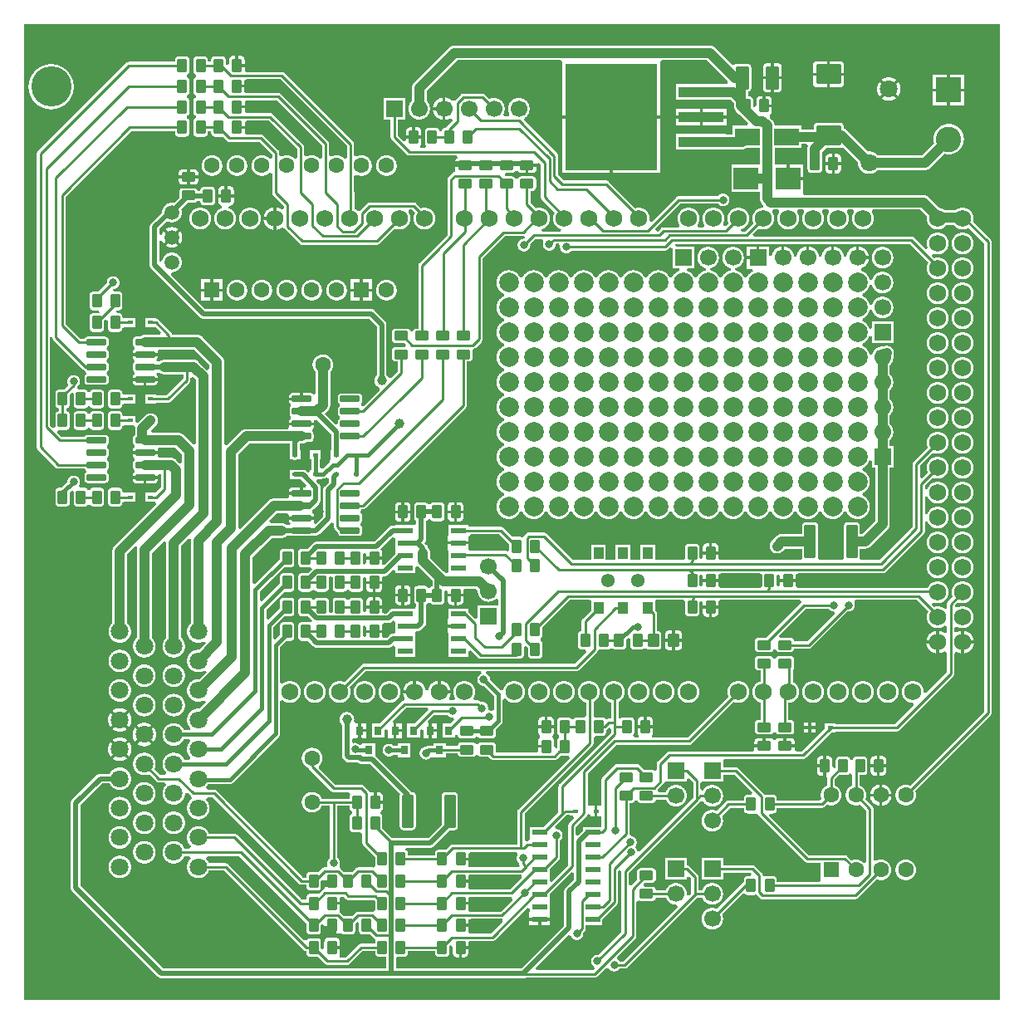
<source format=gtl>
G04*
G04 #@! TF.GenerationSoftware,Altium Limited,Altium Designer,20.2.4 (192)*
G04*
G04 Layer_Physical_Order=1*
G04 Layer_Color=255*
%FSLAX44Y44*%
%MOMM*%
G71*
G04*
G04 #@! TF.SameCoordinates,BE2EEFCD-C29F-4362-AD25-489BCFFAE24D*
G04*
G04*
G04 #@! TF.FilePolarity,Positive*
G04*
G01*
G75*
%ADD14C,0.2540*%
G04:AMPARAMS|DCode=16|XSize=0.975mm|YSize=1.4mm|CornerRadius=0.1219mm|HoleSize=0mm|Usage=FLASHONLY|Rotation=180.000|XOffset=0mm|YOffset=0mm|HoleType=Round|Shape=RoundedRectangle|*
%AMROUNDEDRECTD16*
21,1,0.9750,1.1563,0,0,180.0*
21,1,0.7313,1.4000,0,0,180.0*
1,1,0.2438,-0.3656,0.5781*
1,1,0.2438,0.3656,0.5781*
1,1,0.2438,0.3656,-0.5781*
1,1,0.2438,-0.3656,-0.5781*
%
%ADD16ROUNDEDRECTD16*%
G04:AMPARAMS|DCode=17|XSize=1.95mm|YSize=0.6mm|CornerRadius=0.075mm|HoleSize=0mm|Usage=FLASHONLY|Rotation=180.000|XOffset=0mm|YOffset=0mm|HoleType=Round|Shape=RoundedRectangle|*
%AMROUNDEDRECTD17*
21,1,1.9500,0.4500,0,0,180.0*
21,1,1.8000,0.6000,0,0,180.0*
1,1,0.1500,-0.9000,0.2250*
1,1,0.1500,0.9000,0.2250*
1,1,0.1500,0.9000,-0.2250*
1,1,0.1500,-0.9000,-0.2250*
%
%ADD17ROUNDEDRECTD17*%
G04:AMPARAMS|DCode=18|XSize=0.975mm|YSize=1.4mm|CornerRadius=0.1219mm|HoleSize=0mm|Usage=FLASHONLY|Rotation=270.000|XOffset=0mm|YOffset=0mm|HoleType=Round|Shape=RoundedRectangle|*
%AMROUNDEDRECTD18*
21,1,0.9750,1.1563,0,0,270.0*
21,1,0.7313,1.4000,0,0,270.0*
1,1,0.2438,-0.5781,-0.3656*
1,1,0.2438,-0.5781,0.3656*
1,1,0.2438,0.5781,0.3656*
1,1,0.2438,0.5781,-0.3656*
%
%ADD18ROUNDEDRECTD18*%
%ADD19R,2.5000X2.3000*%
G04:AMPARAMS|DCode=20|XSize=2.075mm|YSize=2.55mm|CornerRadius=0.1245mm|HoleSize=0mm|Usage=FLASHONLY|Rotation=90.000|XOffset=0mm|YOffset=0mm|HoleType=Round|Shape=RoundedRectangle|*
%AMROUNDEDRECTD20*
21,1,2.0750,2.3010,0,0,90.0*
21,1,1.8260,2.5500,0,0,90.0*
1,1,0.2490,1.1505,0.9130*
1,1,0.2490,1.1505,-0.9130*
1,1,0.2490,-1.1505,-0.9130*
1,1,0.2490,-1.1505,0.9130*
%
%ADD20ROUNDEDRECTD20*%
G04:AMPARAMS|DCode=21|XSize=1.325mm|YSize=2.35mm|CornerRadius=0.1259mm|HoleSize=0mm|Usage=FLASHONLY|Rotation=0.000|XOffset=0mm|YOffset=0mm|HoleType=Round|Shape=RoundedRectangle|*
%AMROUNDEDRECTD21*
21,1,1.3250,2.0983,0,0,0.0*
21,1,1.0733,2.3500,0,0,0.0*
1,1,0.2517,0.5366,-1.0491*
1,1,0.2517,-0.5366,-1.0491*
1,1,0.2517,-0.5366,1.0491*
1,1,0.2517,0.5366,1.0491*
%
%ADD21ROUNDEDRECTD21*%
%ADD22R,0.6000X0.4500*%
%ADD23R,1.5000X0.6000*%
G04:AMPARAMS|DCode=24|XSize=1.15mm|YSize=1.4mm|CornerRadius=0.1265mm|HoleSize=0mm|Usage=FLASHONLY|Rotation=0.000|XOffset=0mm|YOffset=0mm|HoleType=Round|Shape=RoundedRectangle|*
%AMROUNDEDRECTD24*
21,1,1.1500,1.1470,0,0,0.0*
21,1,0.8970,1.4000,0,0,0.0*
1,1,0.2530,0.4485,-0.5735*
1,1,0.2530,-0.4485,-0.5735*
1,1,0.2530,-0.4485,0.5735*
1,1,0.2530,0.4485,0.5735*
%
%ADD24ROUNDEDRECTD24*%
%ADD25R,1.5500X0.6000*%
%ADD26R,2.5000X1.8000*%
%ADD27R,1.0000X1.1500*%
%ADD28R,4.6000X1.1000*%
%ADD29R,0.8000X0.9000*%
G04:AMPARAMS|DCode=30|XSize=1.125mm|YSize=3.4mm|CornerRadius=0.1238mm|HoleSize=0mm|Usage=FLASHONLY|Rotation=180.000|XOffset=0mm|YOffset=0mm|HoleType=Round|Shape=RoundedRectangle|*
%AMROUNDEDRECTD30*
21,1,1.1250,3.1525,0,0,180.0*
21,1,0.8775,3.4000,0,0,180.0*
1,1,0.2475,-0.4387,1.5763*
1,1,0.2475,0.4387,1.5763*
1,1,0.2475,0.4387,-1.5763*
1,1,0.2475,-0.4387,-1.5763*
%
%ADD30ROUNDEDRECTD30*%
%ADD64R,9.4000X10.8000*%
%ADD65C,1.0000*%
%ADD66C,0.2500*%
%ADD67C,0.5000*%
%ADD68C,0.4000*%
%ADD69R,7.7500X0.6125*%
%ADD70R,0.7257X0.3446*%
%ADD71R,1.4275X1.2187*%
%ADD72R,1.0001X0.7573*%
%ADD73C,1.6000*%
%ADD74C,1.8000*%
%ADD75C,2.0000*%
G04:AMPARAMS|DCode=76|XSize=1.7mm|YSize=1.7mm|CornerRadius=0.85mm|HoleSize=0mm|Usage=FLASHONLY|Rotation=90.000|XOffset=0mm|YOffset=0mm|HoleType=Round|Shape=RoundedRectangle|*
%AMROUNDEDRECTD76*
21,1,1.7000,0.0000,0,0,90.0*
21,1,0.0000,1.7000,0,0,90.0*
1,1,1.7000,0.0000,0.0000*
1,1,1.7000,0.0000,0.0000*
1,1,1.7000,0.0000,0.0000*
1,1,1.7000,0.0000,0.0000*
%
%ADD76ROUNDEDRECTD76*%
%ADD77R,1.7000X1.7000*%
G04:AMPARAMS|DCode=78|XSize=1.7mm|YSize=1.7mm|CornerRadius=0.85mm|HoleSize=0mm|Usage=FLASHONLY|Rotation=0.000|XOffset=0mm|YOffset=0mm|HoleType=Round|Shape=RoundedRectangle|*
%AMROUNDEDRECTD78*
21,1,1.7000,0.0000,0,0,0.0*
21,1,0.0000,1.7000,0,0,0.0*
1,1,1.7000,0.0000,0.0000*
1,1,1.7000,0.0000,0.0000*
1,1,1.7000,0.0000,0.0000*
1,1,1.7000,0.0000,0.0000*
%
%ADD78ROUNDEDRECTD78*%
%ADD79R,1.7000X1.7000*%
%ADD80C,1.5000*%
%ADD81C,4.1000*%
G04:AMPARAMS|DCode=82|XSize=1.7272mm|YSize=1.7272mm|CornerRadius=0.8636mm|HoleSize=0mm|Usage=FLASHONLY|Rotation=0.000|XOffset=0mm|YOffset=0mm|HoleType=Round|Shape=RoundedRectangle|*
%AMROUNDEDRECTD82*
21,1,1.7272,0.0000,0,0,0.0*
21,1,0.0000,1.7272,0,0,0.0*
1,1,1.7272,0.0000,0.0000*
1,1,1.7272,0.0000,0.0000*
1,1,1.7272,0.0000,0.0000*
1,1,1.7272,0.0000,0.0000*
%
%ADD82ROUNDEDRECTD82*%
%ADD83C,1.3810*%
%ADD84R,1.6000X1.6000*%
G04:AMPARAMS|DCode=85|XSize=1.6mm|YSize=1.6mm|CornerRadius=0.8mm|HoleSize=0mm|Usage=FLASHONLY|Rotation=90.000|XOffset=0mm|YOffset=0mm|HoleType=Round|Shape=RoundedRectangle|*
%AMROUNDEDRECTD85*
21,1,1.6000,0.0000,0,0,90.0*
21,1,0.0000,1.6000,0,0,90.0*
1,1,1.6000,0.0000,0.0000*
1,1,1.6000,0.0000,0.0000*
1,1,1.6000,0.0000,0.0000*
1,1,1.6000,0.0000,0.0000*
%
%ADD85ROUNDEDRECTD85*%
%ADD86C,2.6000*%
%ADD87R,2.6000X2.6000*%
%ADD88C,0.8000*%
%ADD89C,1.0000*%
G36*
X2102249Y2751D02*
X1107751D01*
Y997249D01*
X2102249D01*
Y2751D01*
D02*
G37*
%LPC*%
G36*
X1328031Y965001D02*
X1325875D01*
Y956500D01*
X1332251D01*
Y960781D01*
X1332248Y960939D01*
X1332239Y961097D01*
X1332224Y961254D01*
X1332204Y961410D01*
X1332177Y961566D01*
X1332145Y961720D01*
X1332107Y961873D01*
X1332063Y962025D01*
X1332014Y962175D01*
X1331959Y962323D01*
X1331899Y962469D01*
X1331833Y962612D01*
X1331762Y962753D01*
X1331685Y962891D01*
X1331604Y963026D01*
X1331518Y963158D01*
X1331426Y963287D01*
X1331330Y963412D01*
X1331230Y963534D01*
X1331124Y963651D01*
X1331015Y963765D01*
X1330901Y963874D01*
X1330784Y963979D01*
X1330662Y964080D01*
X1330537Y964176D01*
X1330408Y964268D01*
X1330276Y964354D01*
X1330141Y964435D01*
X1330003Y964512D01*
X1329862Y964583D01*
X1329719Y964649D01*
X1329573Y964709D01*
X1329425Y964764D01*
X1329275Y964813D01*
X1329123Y964857D01*
X1328970Y964895D01*
X1328816Y964927D01*
X1328660Y964954D01*
X1328504Y964974D01*
X1328347Y964989D01*
X1328189Y964998D01*
X1328031Y965001D01*
D02*
G37*
G36*
X1322875D02*
X1320719D01*
X1320561Y964998D01*
X1320403Y964989D01*
X1320246Y964974D01*
X1320090Y964954D01*
X1319934Y964927D01*
X1319780Y964895D01*
X1319627Y964857D01*
X1319475Y964813D01*
X1319325Y964764D01*
X1319177Y964709D01*
X1319031Y964649D01*
X1318888Y964583D01*
X1318747Y964512D01*
X1318609Y964435D01*
X1318474Y964354D01*
X1318342Y964268D01*
X1318213Y964176D01*
X1318088Y964080D01*
X1317966Y963979D01*
X1317849Y963874D01*
X1317735Y963765D01*
X1317626Y963651D01*
X1317520Y963534D01*
X1317420Y963412D01*
X1317324Y963287D01*
X1317232Y963158D01*
X1317146Y963026D01*
X1317065Y962891D01*
X1316988Y962753D01*
X1316917Y962612D01*
X1316851Y962469D01*
X1316791Y962323D01*
X1316736Y962175D01*
X1316687Y962025D01*
X1316643Y961873D01*
X1316605Y961720D01*
X1316573Y961566D01*
X1316546Y961410D01*
X1316526Y961254D01*
X1316511Y961097D01*
X1316502Y960939D01*
X1316499Y960781D01*
Y956649D01*
X1313999Y955415D01*
X1313001Y956180D01*
Y960781D01*
X1312998Y960935D01*
X1312988Y961088D01*
X1312972Y961241D01*
X1312950Y961394D01*
X1312922Y961544D01*
X1312887Y961694D01*
X1312846Y961843D01*
X1312799Y961989D01*
X1312746Y962133D01*
X1312688Y962275D01*
X1312623Y962415D01*
X1312552Y962551D01*
X1312477Y962685D01*
X1312395Y962816D01*
X1312308Y962943D01*
X1312216Y963066D01*
X1312120Y963185D01*
X1312018Y963300D01*
X1311911Y963411D01*
X1311800Y963518D01*
X1311685Y963620D01*
X1311566Y963717D01*
X1311443Y963808D01*
X1311316Y963895D01*
X1311185Y963977D01*
X1311052Y964053D01*
X1310915Y964123D01*
X1310775Y964187D01*
X1310633Y964246D01*
X1310489Y964299D01*
X1310343Y964346D01*
X1310194Y964387D01*
X1310045Y964422D01*
X1309893Y964450D01*
X1309741Y964472D01*
X1309588Y964488D01*
X1309435Y964498D01*
X1309281Y964501D01*
X1301969D01*
X1301815Y964498D01*
X1301662Y964488D01*
X1301509Y964472D01*
X1301357Y964450D01*
X1301205Y964422D01*
X1301056Y964387D01*
X1300907Y964346D01*
X1300761Y964299D01*
X1300617Y964246D01*
X1300475Y964187D01*
X1300335Y964123D01*
X1300199Y964053D01*
X1300065Y963977D01*
X1299934Y963895D01*
X1299807Y963808D01*
X1299684Y963717D01*
X1299565Y963620D01*
X1299450Y963518D01*
X1299339Y963411D01*
X1299232Y963300D01*
X1299130Y963185D01*
X1299034Y963066D01*
X1298942Y962943D01*
X1298855Y962816D01*
X1298773Y962685D01*
X1298698Y962551D01*
X1298627Y962415D01*
X1298562Y962275D01*
X1298504Y962133D01*
X1298451Y961989D01*
X1298404Y961843D01*
X1298363Y961694D01*
X1298328Y961544D01*
X1298300Y961394D01*
X1298278Y961241D01*
X1298262Y961088D01*
X1298252Y960935D01*
X1298249Y960781D01*
Y958751D01*
X1294751D01*
Y960781D01*
X1294748Y960935D01*
X1294738Y961088D01*
X1294722Y961241D01*
X1294700Y961394D01*
X1294672Y961544D01*
X1294637Y961694D01*
X1294596Y961843D01*
X1294549Y961989D01*
X1294496Y962133D01*
X1294438Y962275D01*
X1294373Y962415D01*
X1294303Y962551D01*
X1294227Y962685D01*
X1294145Y962816D01*
X1294058Y962943D01*
X1293967Y963066D01*
X1293870Y963185D01*
X1293768Y963300D01*
X1293661Y963411D01*
X1293550Y963518D01*
X1293435Y963620D01*
X1293316Y963717D01*
X1293193Y963808D01*
X1293066Y963895D01*
X1292935Y963977D01*
X1292802Y964053D01*
X1292665Y964123D01*
X1292525Y964187D01*
X1292383Y964246D01*
X1292239Y964299D01*
X1292093Y964346D01*
X1291944Y964387D01*
X1291794Y964422D01*
X1291644Y964450D01*
X1291491Y964472D01*
X1291338Y964488D01*
X1291185Y964498D01*
X1291031Y964501D01*
X1283719D01*
X1283565Y964498D01*
X1283412Y964488D01*
X1283259Y964472D01*
X1283107Y964450D01*
X1282955Y964422D01*
X1282806Y964387D01*
X1282657Y964346D01*
X1282511Y964299D01*
X1282367Y964246D01*
X1282225Y964187D01*
X1282085Y964123D01*
X1281948Y964053D01*
X1281815Y963977D01*
X1281684Y963895D01*
X1281557Y963808D01*
X1281434Y963717D01*
X1281315Y963620D01*
X1281200Y963518D01*
X1281089Y963411D01*
X1280982Y963300D01*
X1280880Y963185D01*
X1280784Y963066D01*
X1280692Y962943D01*
X1280605Y962816D01*
X1280524Y962685D01*
X1280448Y962551D01*
X1280377Y962415D01*
X1280312Y962275D01*
X1280254Y962133D01*
X1280201Y961989D01*
X1280154Y961843D01*
X1280113Y961694D01*
X1280078Y961544D01*
X1280050Y961394D01*
X1280028Y961241D01*
X1280012Y961088D01*
X1280002Y960935D01*
X1279999Y960781D01*
Y949219D01*
X1280002Y949065D01*
X1280012Y948912D01*
X1280028Y948759D01*
X1280050Y948606D01*
X1280078Y948456D01*
X1280113Y948306D01*
X1280154Y948157D01*
X1280201Y948011D01*
X1280254Y947867D01*
X1280312Y947725D01*
X1280377Y947585D01*
X1280448Y947448D01*
X1280524Y947315D01*
X1280605Y947184D01*
X1280692Y947057D01*
X1280784Y946934D01*
X1280880Y946815D01*
X1280982Y946700D01*
X1281089Y946589D01*
X1281200Y946482D01*
X1281315Y946380D01*
X1281434Y946283D01*
X1281557Y946192D01*
X1281684Y946105D01*
X1281815Y946023D01*
X1281948Y945947D01*
X1282085Y945877D01*
X1282225Y945813D01*
X1282327Y945770D01*
X1282440Y945418D01*
X1282564Y944853D01*
X1282586Y944500D01*
X1282564Y944147D01*
X1282440Y943581D01*
X1282327Y943230D01*
X1282225Y943187D01*
X1282085Y943123D01*
X1281948Y943053D01*
X1281815Y942977D01*
X1281684Y942895D01*
X1281557Y942808D01*
X1281434Y942717D01*
X1281315Y942620D01*
X1281200Y942518D01*
X1281089Y942411D01*
X1280982Y942300D01*
X1280880Y942185D01*
X1280784Y942066D01*
X1280692Y941943D01*
X1280605Y941816D01*
X1280524Y941685D01*
X1280448Y941552D01*
X1280377Y941415D01*
X1280312Y941275D01*
X1280254Y941133D01*
X1280201Y940989D01*
X1280154Y940843D01*
X1280113Y940694D01*
X1280078Y940545D01*
X1280050Y940394D01*
X1280028Y940241D01*
X1280012Y940088D01*
X1280002Y939935D01*
X1279999Y939781D01*
Y928219D01*
X1280002Y928065D01*
X1280012Y927912D01*
X1280028Y927759D01*
X1280050Y927607D01*
X1280078Y927456D01*
X1280113Y927306D01*
X1280154Y927158D01*
X1280201Y927011D01*
X1280254Y926867D01*
X1280312Y926725D01*
X1280377Y926585D01*
X1280448Y926449D01*
X1280524Y926315D01*
X1280605Y926184D01*
X1280692Y926057D01*
X1280784Y925934D01*
X1280880Y925815D01*
X1280982Y925700D01*
X1281089Y925589D01*
X1281200Y925482D01*
X1281315Y925380D01*
X1281434Y925284D01*
X1281557Y925192D01*
X1281684Y925105D01*
X1281815Y925023D01*
X1281948Y924948D01*
X1282085Y924877D01*
X1282225Y924812D01*
X1282327Y924770D01*
X1282440Y924419D01*
X1282564Y923854D01*
X1282586Y923500D01*
X1282564Y923146D01*
X1282440Y922581D01*
X1282327Y922230D01*
X1282225Y922188D01*
X1282085Y922123D01*
X1281948Y922053D01*
X1281815Y921976D01*
X1281684Y921895D01*
X1281557Y921808D01*
X1281434Y921717D01*
X1281315Y921620D01*
X1281200Y921518D01*
X1281089Y921411D01*
X1280982Y921300D01*
X1280880Y921185D01*
X1280784Y921066D01*
X1280692Y920943D01*
X1280605Y920816D01*
X1280524Y920685D01*
X1280448Y920552D01*
X1280377Y920415D01*
X1280312Y920275D01*
X1280254Y920133D01*
X1280201Y919989D01*
X1280154Y919843D01*
X1280113Y919694D01*
X1280078Y919545D01*
X1280050Y919393D01*
X1280028Y919241D01*
X1280012Y919088D01*
X1280002Y918935D01*
X1279999Y918781D01*
Y907219D01*
X1280002Y907065D01*
X1280012Y906912D01*
X1280028Y906759D01*
X1280050Y906607D01*
X1280078Y906456D01*
X1280113Y906306D01*
X1280154Y906157D01*
X1280201Y906011D01*
X1280254Y905867D01*
X1280312Y905725D01*
X1280377Y905585D01*
X1280448Y905449D01*
X1280524Y905315D01*
X1280605Y905184D01*
X1280692Y905057D01*
X1280784Y904934D01*
X1280880Y904815D01*
X1280982Y904700D01*
X1281089Y904589D01*
X1281200Y904482D01*
X1281315Y904380D01*
X1281434Y904284D01*
X1281557Y904192D01*
X1281684Y904105D01*
X1281815Y904024D01*
X1281948Y903948D01*
X1282085Y903877D01*
X1282225Y903812D01*
X1282327Y903770D01*
X1282440Y903419D01*
X1282564Y902854D01*
X1282586Y902500D01*
X1282564Y902146D01*
X1282440Y901581D01*
X1282327Y901230D01*
X1282225Y901188D01*
X1282085Y901123D01*
X1281948Y901052D01*
X1281815Y900976D01*
X1281684Y900895D01*
X1281557Y900808D01*
X1281434Y900716D01*
X1281315Y900620D01*
X1281200Y900518D01*
X1281089Y900411D01*
X1280982Y900300D01*
X1280880Y900185D01*
X1280784Y900066D01*
X1280692Y899943D01*
X1280605Y899816D01*
X1280524Y899685D01*
X1280448Y899551D01*
X1280377Y899415D01*
X1280312Y899275D01*
X1280254Y899133D01*
X1280201Y898989D01*
X1280154Y898843D01*
X1280113Y898694D01*
X1280078Y898544D01*
X1280050Y898393D01*
X1280028Y898241D01*
X1280012Y898088D01*
X1280002Y897935D01*
X1279999Y897781D01*
Y886219D01*
X1280002Y886065D01*
X1280012Y885912D01*
X1280028Y885759D01*
X1280050Y885607D01*
X1280078Y885455D01*
X1280113Y885306D01*
X1280154Y885157D01*
X1280201Y885011D01*
X1280254Y884867D01*
X1280312Y884725D01*
X1280377Y884585D01*
X1280448Y884448D01*
X1280524Y884315D01*
X1280605Y884184D01*
X1280692Y884057D01*
X1280784Y883934D01*
X1280880Y883815D01*
X1280982Y883700D01*
X1281089Y883589D01*
X1281200Y883482D01*
X1281315Y883380D01*
X1281434Y883283D01*
X1281557Y883192D01*
X1281684Y883105D01*
X1281815Y883024D01*
X1281948Y882947D01*
X1282085Y882877D01*
X1282225Y882812D01*
X1282367Y882754D01*
X1282511Y882701D01*
X1282657Y882654D01*
X1282806Y882613D01*
X1282955Y882578D01*
X1283107Y882550D01*
X1283259Y882528D01*
X1283412Y882512D01*
X1283565Y882502D01*
X1283719Y882499D01*
X1291031D01*
X1291185Y882502D01*
X1291338Y882512D01*
X1291491Y882528D01*
X1291644Y882550D01*
X1291794Y882578D01*
X1291944Y882613D01*
X1292093Y882654D01*
X1292239Y882701D01*
X1292383Y882754D01*
X1292525Y882812D01*
X1292665Y882877D01*
X1292802Y882947D01*
X1292935Y883024D01*
X1293066Y883105D01*
X1293193Y883192D01*
X1293316Y883283D01*
X1293435Y883380D01*
X1293550Y883482D01*
X1293661Y883589D01*
X1293768Y883700D01*
X1293870Y883815D01*
X1293967Y883934D01*
X1294058Y884057D01*
X1294145Y884184D01*
X1294227Y884315D01*
X1294303Y884448D01*
X1294373Y884585D01*
X1294438Y884725D01*
X1294496Y884867D01*
X1294549Y885011D01*
X1294596Y885157D01*
X1294637Y885306D01*
X1294672Y885455D01*
X1294700Y885607D01*
X1294722Y885759D01*
X1294738Y885912D01*
X1294748Y886065D01*
X1294751Y886219D01*
Y888249D01*
X1298249D01*
Y886219D01*
X1298252Y886065D01*
X1298262Y885912D01*
X1298278Y885759D01*
X1298300Y885607D01*
X1298328Y885455D01*
X1298363Y885306D01*
X1298404Y885157D01*
X1298451Y885011D01*
X1298504Y884867D01*
X1298562Y884725D01*
X1298627Y884585D01*
X1298698Y884448D01*
X1298773Y884315D01*
X1298855Y884184D01*
X1298942Y884057D01*
X1299034Y883934D01*
X1299130Y883815D01*
X1299232Y883700D01*
X1299339Y883589D01*
X1299450Y883482D01*
X1299565Y883380D01*
X1299684Y883283D01*
X1299807Y883192D01*
X1299934Y883105D01*
X1300065Y883024D01*
X1300199Y882947D01*
X1300335Y882877D01*
X1300475Y882812D01*
X1300617Y882754D01*
X1300761Y882701D01*
X1300907Y882654D01*
X1301056Y882613D01*
X1301205Y882578D01*
X1301357Y882550D01*
X1301509Y882528D01*
X1301662Y882512D01*
X1301815Y882502D01*
X1301969Y882499D01*
X1309281D01*
X1309435Y882502D01*
X1309588Y882512D01*
X1309741Y882528D01*
X1309786Y882534D01*
X1313973Y878348D01*
X1314085Y878240D01*
X1314201Y878138D01*
X1314321Y878040D01*
X1314445Y877947D01*
X1314574Y877860D01*
X1314705Y877778D01*
X1314840Y877701D01*
X1314978Y877630D01*
X1315118Y877565D01*
X1315262Y877506D01*
X1315407Y877452D01*
X1315555Y877405D01*
X1315704Y877364D01*
X1315855Y877329D01*
X1316008Y877300D01*
X1316161Y877278D01*
X1316315Y877262D01*
X1316470Y877252D01*
X1316625Y877249D01*
X1347446D01*
X1360199Y864496D01*
Y861116D01*
X1358070Y859907D01*
X1357699Y859918D01*
X1357581Y860052D01*
X1357405Y860241D01*
X1357225Y860425D01*
X1357041Y860605D01*
X1356852Y860780D01*
X1356659Y860951D01*
X1356462Y861117D01*
X1356260Y861278D01*
X1356055Y861434D01*
X1355846Y861585D01*
X1355634Y861731D01*
X1355418Y861872D01*
X1355199Y862007D01*
X1354976Y862137D01*
X1354750Y862261D01*
X1354521Y862380D01*
X1354290Y862493D01*
X1354055Y862600D01*
X1353819Y862701D01*
X1353579Y862797D01*
X1353338Y862887D01*
X1353094Y862971D01*
X1352848Y863049D01*
X1352601Y863120D01*
X1352352Y863186D01*
X1352101Y863246D01*
X1351849Y863299D01*
X1351595Y863346D01*
X1351341Y863387D01*
X1351085Y863422D01*
X1350829Y863450D01*
X1350573Y863472D01*
X1350315Y863488D01*
X1350058Y863498D01*
X1349800Y863501D01*
X1349542Y863498D01*
X1349285Y863488D01*
X1349028Y863472D01*
X1348771Y863450D01*
X1348515Y863422D01*
X1348259Y863387D01*
X1348005Y863346D01*
X1347751Y863299D01*
X1347499Y863246D01*
X1347249Y863186D01*
X1346999Y863120D01*
X1346752Y863049D01*
X1346506Y862971D01*
X1346262Y862887D01*
X1346021Y862797D01*
X1345782Y862701D01*
X1345545Y862600D01*
X1345310Y862493D01*
X1345079Y862380D01*
X1344850Y862261D01*
X1344624Y862137D01*
X1344402Y862007D01*
X1344182Y861872D01*
X1343966Y861731D01*
X1343754Y861585D01*
X1343545Y861434D01*
X1343340Y861278D01*
X1343138Y861117D01*
X1342941Y860951D01*
X1342748Y860780D01*
X1342559Y860605D01*
X1342375Y860425D01*
X1342195Y860241D01*
X1342019Y860052D01*
X1341849Y859859D01*
X1341683Y859662D01*
X1341522Y859460D01*
X1341366Y859255D01*
X1341215Y859046D01*
X1341069Y858834D01*
X1340928Y858618D01*
X1340793Y858399D01*
X1340663Y858176D01*
X1340539Y857950D01*
X1340421Y857721D01*
X1340307Y857490D01*
X1340200Y857255D01*
X1340099Y857019D01*
X1340003Y856779D01*
X1339913Y856538D01*
X1339829Y856294D01*
X1339751Y856048D01*
X1339680Y855801D01*
X1339614Y855552D01*
X1339554Y855301D01*
X1339501Y855049D01*
X1339454Y854795D01*
X1339413Y854541D01*
X1339378Y854285D01*
X1339350Y854029D01*
X1339328Y853773D01*
X1339312Y853515D01*
X1339302Y853258D01*
X1339299Y853000D01*
X1339302Y852742D01*
X1339312Y852485D01*
X1339328Y852227D01*
X1339350Y851971D01*
X1339378Y851715D01*
X1339413Y851459D01*
X1339454Y851205D01*
X1339501Y850951D01*
X1339554Y850699D01*
X1339614Y850449D01*
X1339680Y850199D01*
X1339751Y849952D01*
X1339829Y849706D01*
X1339913Y849462D01*
X1340003Y849221D01*
X1340099Y848981D01*
X1340200Y848745D01*
X1340307Y848510D01*
X1340421Y848279D01*
X1340539Y848050D01*
X1340663Y847824D01*
X1340793Y847601D01*
X1340928Y847382D01*
X1341069Y847166D01*
X1341215Y846954D01*
X1341366Y846745D01*
X1341522Y846540D01*
X1341683Y846338D01*
X1341849Y846141D01*
X1342019Y845948D01*
X1342195Y845759D01*
X1342375Y845575D01*
X1342559Y845395D01*
X1342748Y845219D01*
X1342941Y845049D01*
X1343138Y844883D01*
X1343340Y844722D01*
X1343545Y844566D01*
X1343754Y844415D01*
X1343966Y844269D01*
X1344182Y844128D01*
X1344402Y843993D01*
X1344624Y843863D01*
X1344850Y843739D01*
X1345079Y843621D01*
X1345310Y843507D01*
X1345545Y843400D01*
X1345782Y843298D01*
X1346021Y843203D01*
X1346262Y843113D01*
X1346506Y843029D01*
X1346752Y842951D01*
X1346999Y842880D01*
X1347249Y842814D01*
X1347499Y842754D01*
X1347751Y842701D01*
X1348005Y842654D01*
X1348259Y842613D01*
X1348515Y842578D01*
X1348771Y842550D01*
X1349028Y842528D01*
X1349285Y842512D01*
X1349542Y842502D01*
X1349800Y842499D01*
X1350058Y842502D01*
X1350315Y842512D01*
X1350573Y842528D01*
X1350829Y842550D01*
X1351085Y842578D01*
X1351341Y842613D01*
X1351595Y842654D01*
X1351849Y842701D01*
X1352101Y842754D01*
X1352352Y842814D01*
X1352601Y842880D01*
X1352848Y842951D01*
X1353094Y843029D01*
X1353338Y843113D01*
X1353579Y843203D01*
X1353819Y843298D01*
X1354055Y843400D01*
X1354290Y843507D01*
X1354521Y843621D01*
X1354750Y843739D01*
X1354976Y843863D01*
X1355199Y843993D01*
X1355418Y844128D01*
X1355634Y844269D01*
X1355846Y844415D01*
X1356055Y844566D01*
X1356260Y844722D01*
X1356462Y844883D01*
X1356659Y845049D01*
X1356852Y845219D01*
X1357041Y845395D01*
X1357225Y845575D01*
X1357405Y845759D01*
X1357581Y845948D01*
X1357699Y846082D01*
X1358070Y846093D01*
X1360199Y844884D01*
Y825600D01*
X1360202Y825445D01*
X1360212Y825290D01*
X1360228Y825136D01*
X1360250Y824983D01*
X1360279Y824830D01*
X1360314Y824679D01*
X1360355Y824530D01*
X1360402Y824382D01*
X1360456Y824237D01*
X1360515Y824093D01*
X1360580Y823953D01*
X1360651Y823815D01*
X1360728Y823680D01*
X1360810Y823549D01*
X1360897Y823420D01*
X1360990Y823296D01*
X1361088Y823176D01*
X1361190Y823060D01*
X1361298Y822948D01*
X1372295Y811950D01*
Y809788D01*
X1371832Y809288D01*
X1371440Y808972D01*
X1371327Y808911D01*
X1371045Y808815D01*
X1369795Y808559D01*
X1369736Y808600D01*
X1369513Y808750D01*
X1369286Y808894D01*
X1369056Y809033D01*
X1368822Y809166D01*
X1368586Y809294D01*
X1368347Y809417D01*
X1368105Y809534D01*
X1367860Y809645D01*
X1367613Y809751D01*
X1367364Y809851D01*
X1367112Y809945D01*
X1366858Y810033D01*
X1366602Y810116D01*
X1366345Y810193D01*
X1366085Y810263D01*
X1365824Y810328D01*
X1365562Y810386D01*
X1365298Y810439D01*
X1365034Y810485D01*
X1364768Y810525D01*
X1364660Y810539D01*
Y799000D01*
Y787461D01*
X1364768Y787475D01*
X1365034Y787515D01*
X1365298Y787561D01*
X1365562Y787614D01*
X1365824Y787672D01*
X1366085Y787737D01*
X1366345Y787807D01*
X1366602Y787884D01*
X1366858Y787967D01*
X1367112Y788055D01*
X1367364Y788149D01*
X1367613Y788249D01*
X1367860Y788355D01*
X1368105Y788466D01*
X1368347Y788583D01*
X1368586Y788706D01*
X1368822Y788834D01*
X1369056Y788967D01*
X1369286Y789106D01*
X1369513Y789250D01*
X1369736Y789400D01*
X1369956Y789554D01*
X1370517Y789663D01*
X1370736Y789688D01*
X1370791Y789690D01*
X1370831Y789688D01*
X1371410Y789568D01*
X1371457Y789557D01*
X1372214Y789330D01*
X1372538Y789187D01*
X1372583Y789157D01*
X1372871Y788930D01*
X1372950Y788839D01*
X1372993Y788774D01*
X1373086Y788650D01*
X1373184Y788530D01*
X1373286Y788414D01*
X1373394Y788302D01*
X1388348Y773348D01*
X1388460Y773240D01*
X1388576Y773138D01*
X1388696Y773040D01*
X1388820Y772947D01*
X1388949Y772860D01*
X1389080Y772778D01*
X1389215Y772701D01*
X1389353Y772630D01*
X1389493Y772565D01*
X1389637Y772506D01*
X1389782Y772452D01*
X1389930Y772405D01*
X1390079Y772364D01*
X1390230Y772329D01*
X1390383Y772300D01*
X1390536Y772278D01*
X1390690Y772262D01*
X1390845Y772252D01*
X1391000Y772249D01*
X1467160D01*
X1467315Y772252D01*
X1467470Y772262D01*
X1467624Y772278D01*
X1467777Y772300D01*
X1467930Y772329D01*
X1468081Y772364D01*
X1468230Y772405D01*
X1468378Y772452D01*
X1468523Y772506D01*
X1468667Y772565D01*
X1468807Y772630D01*
X1468945Y772701D01*
X1469080Y772778D01*
X1469211Y772860D01*
X1469339Y772947D01*
X1469464Y773040D01*
X1469584Y773138D01*
X1469700Y773240D01*
X1469812Y773348D01*
X1485398Y788934D01*
X1485534Y788870D01*
X1485776Y788762D01*
X1486021Y788661D01*
X1486268Y788565D01*
X1486517Y788476D01*
X1486769Y788392D01*
X1487022Y788314D01*
X1487278Y788243D01*
X1487534Y788177D01*
X1487793Y788118D01*
X1488052Y788064D01*
X1488313Y788017D01*
X1488575Y787977D01*
X1488838Y787942D01*
X1489101Y787914D01*
X1489366Y787892D01*
X1489630Y787876D01*
X1489895Y787866D01*
X1490160Y787863D01*
X1490425Y787866D01*
X1490690Y787876D01*
X1490954Y787892D01*
X1491219Y787914D01*
X1491482Y787942D01*
X1491745Y787977D01*
X1492007Y788017D01*
X1492268Y788064D01*
X1492527Y788118D01*
X1492786Y788177D01*
X1493042Y788243D01*
X1493298Y788314D01*
X1493551Y788392D01*
X1493802Y788476D01*
X1494052Y788565D01*
X1494299Y788661D01*
X1494544Y788762D01*
X1494786Y788870D01*
X1495026Y788983D01*
X1495263Y789101D01*
X1495497Y789225D01*
X1495728Y789355D01*
X1495956Y789491D01*
X1496181Y789631D01*
X1496402Y789777D01*
X1496620Y789928D01*
X1496834Y790085D01*
X1497044Y790246D01*
X1497251Y790412D01*
X1497453Y790583D01*
X1497651Y790759D01*
X1497845Y790940D01*
X1498035Y791125D01*
X1498220Y791315D01*
X1498401Y791509D01*
X1498577Y791707D01*
X1498748Y791909D01*
X1498914Y792116D01*
X1499075Y792326D01*
X1499232Y792540D01*
X1499383Y792758D01*
X1499529Y792979D01*
X1499669Y793204D01*
X1499805Y793432D01*
X1499935Y793663D01*
X1500059Y793897D01*
X1500177Y794134D01*
X1500290Y794374D01*
X1500398Y794616D01*
X1500499Y794861D01*
X1500595Y795108D01*
X1500684Y795358D01*
X1500768Y795609D01*
X1500846Y795862D01*
X1500917Y796118D01*
X1500983Y796374D01*
X1501042Y796633D01*
X1501096Y796892D01*
X1501143Y797153D01*
X1501183Y797415D01*
X1501218Y797678D01*
X1501246Y797941D01*
X1501268Y798205D01*
X1501284Y798470D01*
X1501294Y798735D01*
X1501297Y799000D01*
X1501294Y799265D01*
X1501284Y799530D01*
X1501268Y799794D01*
X1501246Y800059D01*
X1501218Y800322D01*
X1501183Y800585D01*
X1501143Y800847D01*
X1501096Y801108D01*
X1501042Y801367D01*
X1500983Y801626D01*
X1500917Y801882D01*
X1500846Y802138D01*
X1500768Y802391D01*
X1500684Y802643D01*
X1500595Y802892D01*
X1500499Y803139D01*
X1500398Y803384D01*
X1500290Y803626D01*
X1500177Y803866D01*
X1500059Y804103D01*
X1499935Y804337D01*
X1499805Y804568D01*
X1499669Y804796D01*
X1499529Y805021D01*
X1499383Y805242D01*
X1499232Y805460D01*
X1499104Y805635D01*
X1499174Y806107D01*
X1499393Y807069D01*
X1499435Y807175D01*
X1499524Y807315D01*
X1500284Y808135D01*
X1503120D01*
X1505271Y805984D01*
X1505272Y805984D01*
X1506208Y805047D01*
X1506191Y805021D01*
X1506051Y804796D01*
X1505915Y804568D01*
X1505786Y804337D01*
X1505661Y804103D01*
X1505543Y803866D01*
X1505430Y803626D01*
X1505322Y803384D01*
X1505221Y803139D01*
X1505125Y802892D01*
X1505036Y802643D01*
X1504952Y802391D01*
X1504874Y802138D01*
X1504803Y801882D01*
X1504737Y801626D01*
X1504678Y801367D01*
X1504624Y801108D01*
X1504577Y800847D01*
X1504537Y800585D01*
X1504502Y800322D01*
X1504474Y800059D01*
X1504452Y799794D01*
X1504436Y799530D01*
X1504426Y799265D01*
X1504423Y799000D01*
X1504426Y798735D01*
X1504436Y798470D01*
X1504452Y798205D01*
X1504474Y797941D01*
X1504502Y797678D01*
X1504537Y797415D01*
X1504577Y797153D01*
X1504624Y796892D01*
X1504678Y796633D01*
X1504737Y796374D01*
X1504803Y796118D01*
X1504874Y795862D01*
X1504952Y795609D01*
X1505036Y795358D01*
X1505125Y795108D01*
X1505221Y794861D01*
X1505322Y794616D01*
X1505430Y794374D01*
X1505543Y794134D01*
X1505661Y793897D01*
X1505786Y793663D01*
X1505915Y793432D01*
X1506051Y793204D01*
X1506191Y792979D01*
X1506337Y792758D01*
X1506488Y792540D01*
X1506645Y792326D01*
X1506806Y792116D01*
X1506972Y791909D01*
X1507143Y791707D01*
X1507319Y791509D01*
X1507500Y791315D01*
X1507685Y791125D01*
X1507875Y790940D01*
X1508069Y790759D01*
X1508267Y790583D01*
X1508469Y790412D01*
X1508676Y790246D01*
X1508886Y790085D01*
X1509100Y789928D01*
X1509318Y789777D01*
X1509539Y789631D01*
X1509764Y789491D01*
X1509992Y789355D01*
X1510223Y789225D01*
X1510457Y789101D01*
X1510694Y788983D01*
X1510934Y788870D01*
X1511176Y788762D01*
X1511421Y788661D01*
X1511668Y788565D01*
X1511918Y788476D01*
X1512169Y788392D01*
X1512422Y788314D01*
X1512678Y788243D01*
X1512934Y788177D01*
X1513193Y788118D01*
X1513452Y788064D01*
X1513713Y788017D01*
X1513975Y787977D01*
X1514238Y787942D01*
X1514501Y787914D01*
X1514765Y787892D01*
X1515030Y787876D01*
X1515295Y787866D01*
X1515560Y787863D01*
X1515825Y787866D01*
X1516090Y787876D01*
X1516355Y787892D01*
X1516619Y787914D01*
X1516882Y787942D01*
X1517145Y787977D01*
X1517407Y788017D01*
X1517668Y788064D01*
X1517927Y788118D01*
X1518186Y788177D01*
X1518442Y788243D01*
X1518698Y788314D01*
X1518951Y788392D01*
X1519203Y788476D01*
X1519452Y788565D01*
X1519699Y788661D01*
X1519944Y788762D01*
X1520186Y788870D01*
X1520426Y788983D01*
X1520663Y789101D01*
X1520897Y789225D01*
X1521128Y789355D01*
X1521356Y789491D01*
X1521581Y789631D01*
X1521802Y789777D01*
X1522020Y789928D01*
X1522234Y790085D01*
X1522444Y790246D01*
X1522651Y790412D01*
X1522853Y790583D01*
X1523051Y790759D01*
X1523245Y790940D01*
X1523435Y791125D01*
X1523620Y791315D01*
X1523801Y791509D01*
X1523977Y791707D01*
X1524148Y791909D01*
X1524314Y792116D01*
X1524476Y792326D01*
X1524632Y792540D01*
X1524783Y792758D01*
X1524929Y792979D01*
X1525069Y793204D01*
X1525205Y793432D01*
X1525334Y793663D01*
X1525459Y793897D01*
X1525577Y794134D01*
X1525690Y794374D01*
X1525798Y794616D01*
X1525899Y794861D01*
X1525995Y795108D01*
X1526084Y795358D01*
X1526168Y795609D01*
X1526246Y795862D01*
X1526317Y796118D01*
X1526383Y796374D01*
X1526442Y796633D01*
X1526496Y796892D01*
X1526543Y797153D01*
X1526583Y797415D01*
X1526618Y797678D01*
X1526646Y797941D01*
X1526668Y798205D01*
X1526684Y798470D01*
X1526694Y798735D01*
X1526697Y799000D01*
X1526694Y799265D01*
X1526684Y799530D01*
X1526668Y799794D01*
X1526646Y800059D01*
X1526618Y800322D01*
X1526583Y800585D01*
X1526543Y800847D01*
X1526496Y801108D01*
X1526442Y801367D01*
X1526383Y801626D01*
X1526317Y801882D01*
X1526246Y802138D01*
X1526168Y802391D01*
X1526084Y802643D01*
X1525995Y802892D01*
X1525899Y803139D01*
X1525798Y803384D01*
X1525690Y803626D01*
X1525577Y803866D01*
X1525459Y804103D01*
X1525334Y804337D01*
X1525205Y804568D01*
X1525069Y804796D01*
X1524929Y805021D01*
X1524783Y805242D01*
X1524632Y805460D01*
X1524476Y805674D01*
X1524314Y805884D01*
X1524148Y806091D01*
X1523977Y806293D01*
X1523801Y806491D01*
X1523620Y806685D01*
X1523435Y806875D01*
X1523245Y807060D01*
X1523051Y807241D01*
X1522853Y807417D01*
X1522651Y807588D01*
X1522444Y807754D01*
X1522234Y807915D01*
X1522020Y808072D01*
X1521802Y808223D01*
X1521581Y808369D01*
X1521356Y808510D01*
X1521128Y808645D01*
X1520897Y808774D01*
X1520663Y808899D01*
X1520426Y809017D01*
X1520186Y809130D01*
X1519944Y809238D01*
X1519699Y809339D01*
X1519452Y809435D01*
X1519203Y809524D01*
X1518951Y809608D01*
X1518698Y809686D01*
X1518442Y809757D01*
X1518186Y809823D01*
X1517927Y809882D01*
X1517668Y809936D01*
X1517407Y809983D01*
X1517145Y810023D01*
X1516882Y810058D01*
X1516619Y810086D01*
X1516355Y810108D01*
X1516090Y810124D01*
X1515825Y810134D01*
X1515560Y810137D01*
X1515295Y810134D01*
X1515030Y810124D01*
X1514765Y810108D01*
X1514501Y810086D01*
X1514238Y810058D01*
X1513975Y810023D01*
X1513713Y809983D01*
X1513452Y809936D01*
X1513193Y809882D01*
X1512934Y809823D01*
X1512678Y809757D01*
X1512422Y809686D01*
X1512236Y809629D01*
X1510576Y811288D01*
X1507327Y814538D01*
X1507326Y814538D01*
X1507214Y814646D01*
X1507098Y814748D01*
X1506978Y814846D01*
X1506853Y814939D01*
X1506725Y815026D01*
X1506594Y815108D01*
X1506459Y815185D01*
X1506321Y815256D01*
X1506181Y815321D01*
X1506037Y815380D01*
X1505892Y815434D01*
X1505744Y815481D01*
X1505595Y815522D01*
X1505444Y815557D01*
X1505291Y815586D01*
X1505138Y815608D01*
X1504984Y815624D01*
X1504829Y815634D01*
X1504674Y815637D01*
X1460056D01*
X1460055Y815637D01*
X1459900Y815634D01*
X1459745Y815624D01*
X1459591Y815608D01*
X1459437Y815586D01*
X1459285Y815557D01*
X1459134Y815522D01*
X1458985Y815481D01*
X1458837Y815434D01*
X1458691Y815380D01*
X1458548Y815321D01*
X1458407Y815256D01*
X1458270Y815185D01*
X1458135Y815108D01*
X1458003Y815026D01*
X1457875Y814939D01*
X1457751Y814846D01*
X1457631Y814748D01*
X1457514Y814646D01*
X1457402Y814538D01*
X1451362Y808498D01*
X1451362Y808497D01*
X1451360Y808496D01*
X1450173Y807308D01*
X1450013Y807198D01*
X1449750Y807057D01*
X1449575Y806989D01*
X1449410Y806948D01*
X1449254Y806927D01*
X1447713Y806887D01*
X1447550Y806927D01*
X1447285Y807015D01*
X1446953Y807181D01*
X1446870Y807230D01*
X1446823Y807266D01*
X1446653Y807417D01*
X1446451Y807588D01*
X1446244Y807754D01*
X1446034Y807915D01*
X1445820Y808072D01*
X1445602Y808223D01*
X1445381Y808369D01*
X1445156Y808510D01*
X1444928Y808645D01*
X1444697Y808774D01*
X1444463Y808899D01*
X1444226Y809017D01*
X1444111Y809072D01*
Y825389D01*
X1444111Y825390D01*
X1444108Y825545D01*
X1444098Y825700D01*
X1444082Y825854D01*
X1444060Y826007D01*
X1444031Y826160D01*
X1443996Y826311D01*
X1443955Y826460D01*
X1443908Y826608D01*
X1443901Y826626D01*
Y842386D01*
X1443995Y842517D01*
X1444550Y843137D01*
X1444655Y843221D01*
X1444761Y843282D01*
X1444995Y843375D01*
X1446401Y843766D01*
X1446450Y843739D01*
X1446679Y843621D01*
X1446910Y843507D01*
X1447145Y843400D01*
X1447381Y843298D01*
X1447621Y843203D01*
X1447862Y843113D01*
X1448106Y843029D01*
X1448352Y842951D01*
X1448599Y842880D01*
X1448849Y842814D01*
X1449099Y842754D01*
X1449351Y842701D01*
X1449605Y842654D01*
X1449859Y842613D01*
X1450115Y842578D01*
X1450371Y842550D01*
X1450627Y842528D01*
X1450885Y842512D01*
X1451142Y842502D01*
X1451400Y842499D01*
X1451658Y842502D01*
X1451915Y842512D01*
X1452173Y842528D01*
X1452429Y842550D01*
X1452685Y842578D01*
X1452941Y842613D01*
X1453195Y842654D01*
X1453449Y842701D01*
X1453701Y842754D01*
X1453952Y842814D01*
X1454201Y842880D01*
X1454448Y842951D01*
X1454694Y843029D01*
X1454938Y843113D01*
X1455179Y843203D01*
X1455419Y843298D01*
X1455655Y843400D01*
X1455890Y843507D01*
X1456121Y843621D01*
X1456350Y843739D01*
X1456576Y843863D01*
X1456799Y843993D01*
X1457018Y844128D01*
X1457234Y844269D01*
X1457446Y844415D01*
X1457655Y844566D01*
X1457860Y844722D01*
X1458062Y844883D01*
X1458259Y845049D01*
X1458452Y845219D01*
X1458641Y845395D01*
X1458825Y845575D01*
X1459005Y845759D01*
X1459180Y845948D01*
X1459351Y846141D01*
X1459517Y846338D01*
X1459678Y846540D01*
X1459834Y846745D01*
X1459985Y846954D01*
X1460131Y847166D01*
X1460272Y847382D01*
X1460407Y847601D01*
X1460537Y847824D01*
X1460661Y848050D01*
X1460780Y848279D01*
X1460893Y848510D01*
X1461000Y848745D01*
X1461101Y848981D01*
X1461197Y849221D01*
X1461287Y849462D01*
X1461371Y849706D01*
X1461449Y849952D01*
X1461520Y850199D01*
X1461586Y850449D01*
X1461646Y850699D01*
X1461699Y850951D01*
X1461746Y851205D01*
X1461787Y851459D01*
X1461822Y851715D01*
X1461850Y851971D01*
X1461872Y852227D01*
X1461888Y852485D01*
X1461898Y852742D01*
X1461901Y853000D01*
X1461898Y853258D01*
X1461888Y853515D01*
X1461872Y853773D01*
X1461850Y854029D01*
X1461822Y854285D01*
X1461787Y854541D01*
X1461746Y854795D01*
X1461699Y855049D01*
X1461646Y855301D01*
X1461586Y855552D01*
X1461520Y855801D01*
X1461449Y856048D01*
X1461371Y856294D01*
X1461287Y856538D01*
X1461197Y856779D01*
X1461101Y857019D01*
X1461000Y857255D01*
X1460893Y857490D01*
X1460780Y857721D01*
X1460661Y857950D01*
X1460537Y858176D01*
X1460407Y858399D01*
X1460272Y858618D01*
X1460131Y858834D01*
X1459985Y859046D01*
X1459834Y859255D01*
X1459678Y859460D01*
X1459517Y859662D01*
X1459351Y859859D01*
X1459180Y860052D01*
X1459005Y860241D01*
X1458825Y860425D01*
X1458641Y860605D01*
X1458452Y860780D01*
X1458259Y860951D01*
X1458062Y861117D01*
X1457860Y861278D01*
X1457655Y861434D01*
X1457446Y861585D01*
X1457234Y861731D01*
X1457018Y861872D01*
X1456799Y862007D01*
X1456576Y862137D01*
X1456350Y862261D01*
X1456121Y862380D01*
X1455890Y862493D01*
X1455655Y862600D01*
X1455419Y862701D01*
X1455179Y862797D01*
X1454938Y862887D01*
X1454694Y862971D01*
X1454448Y863049D01*
X1454201Y863120D01*
X1453952Y863186D01*
X1453701Y863246D01*
X1453449Y863299D01*
X1453195Y863346D01*
X1452941Y863387D01*
X1452685Y863422D01*
X1452429Y863450D01*
X1452173Y863472D01*
X1451915Y863488D01*
X1451658Y863498D01*
X1451400Y863501D01*
X1451142Y863498D01*
X1450885Y863488D01*
X1450627Y863472D01*
X1450371Y863450D01*
X1450115Y863422D01*
X1449859Y863387D01*
X1449605Y863346D01*
X1449351Y863299D01*
X1449099Y863246D01*
X1448849Y863186D01*
X1448599Y863120D01*
X1448352Y863049D01*
X1448106Y862971D01*
X1447862Y862887D01*
X1447621Y862797D01*
X1447381Y862701D01*
X1447145Y862600D01*
X1446910Y862493D01*
X1446679Y862380D01*
X1446450Y862261D01*
X1446401Y862234D01*
X1444995Y862625D01*
X1444761Y862718D01*
X1444655Y862779D01*
X1444550Y862863D01*
X1443995Y863483D01*
X1443901Y863614D01*
Y874849D01*
X1443901Y874850D01*
X1443898Y875005D01*
X1443888Y875160D01*
X1443872Y875314D01*
X1443850Y875467D01*
X1443821Y875620D01*
X1443786Y875771D01*
X1443745Y875920D01*
X1443698Y876068D01*
X1443644Y876214D01*
X1443585Y876357D01*
X1443520Y876497D01*
X1443449Y876635D01*
X1443372Y876770D01*
X1443290Y876901D01*
X1443203Y877029D01*
X1443110Y877154D01*
X1443012Y877274D01*
X1442910Y877390D01*
X1442802Y877502D01*
X1442802Y877503D01*
X1372902Y947402D01*
X1372790Y947510D01*
X1372674Y947612D01*
X1372554Y947710D01*
X1372430Y947803D01*
X1372302Y947890D01*
X1372170Y947972D01*
X1372035Y948049D01*
X1371897Y948120D01*
X1371757Y948185D01*
X1371613Y948244D01*
X1371468Y948298D01*
X1371320Y948345D01*
X1371171Y948386D01*
X1371020Y948421D01*
X1370867Y948449D01*
X1370714Y948472D01*
X1370560Y948488D01*
X1370405Y948497D01*
X1370250Y948501D01*
X1334707D01*
X1334393Y948552D01*
X1334266Y948582D01*
X1332251Y949219D01*
Y953500D01*
X1324375D01*
Y955000D01*
X1322875D01*
Y965001D01*
D02*
G37*
G36*
X1939005Y959501D02*
X1929000D01*
Y947625D01*
X1943251D01*
Y955255D01*
X1943248Y955414D01*
X1943239Y955572D01*
X1943224Y955730D01*
X1943203Y955888D01*
X1943177Y956044D01*
X1943144Y956200D01*
X1943106Y956354D01*
X1943062Y956506D01*
X1943013Y956657D01*
X1942957Y956806D01*
X1942897Y956953D01*
X1942830Y957097D01*
X1942759Y957239D01*
X1942682Y957378D01*
X1942600Y957514D01*
X1942513Y957647D01*
X1942421Y957776D01*
X1942324Y957902D01*
X1942223Y958024D01*
X1942117Y958143D01*
X1942007Y958257D01*
X1941893Y958367D01*
X1941774Y958473D01*
X1941652Y958574D01*
X1941526Y958671D01*
X1941397Y958763D01*
X1941264Y958850D01*
X1941128Y958932D01*
X1940989Y959009D01*
X1940847Y959080D01*
X1940703Y959146D01*
X1940556Y959207D01*
X1940407Y959262D01*
X1940256Y959312D01*
X1940104Y959356D01*
X1939950Y959394D01*
X1939794Y959427D01*
X1939638Y959453D01*
X1939480Y959474D01*
X1939322Y959489D01*
X1939164Y959498D01*
X1939005Y959501D01*
D02*
G37*
G36*
X1926000D02*
X1915995D01*
X1915836Y959498D01*
X1915678Y959489D01*
X1915520Y959474D01*
X1915362Y959453D01*
X1915206Y959427D01*
X1915050Y959394D01*
X1914896Y959356D01*
X1914744Y959312D01*
X1914593Y959262D01*
X1914444Y959207D01*
X1914297Y959146D01*
X1914153Y959080D01*
X1914011Y959009D01*
X1913872Y958932D01*
X1913736Y958850D01*
X1913603Y958763D01*
X1913474Y958671D01*
X1913348Y958574D01*
X1913226Y958473D01*
X1913107Y958367D01*
X1912993Y958257D01*
X1912883Y958143D01*
X1912777Y958024D01*
X1912676Y957902D01*
X1912579Y957776D01*
X1912487Y957647D01*
X1912400Y957514D01*
X1912318Y957378D01*
X1912241Y957239D01*
X1912170Y957097D01*
X1912103Y956953D01*
X1912043Y956806D01*
X1911987Y956657D01*
X1911938Y956506D01*
X1911894Y956354D01*
X1911856Y956200D01*
X1911823Y956044D01*
X1911797Y955888D01*
X1911776Y955730D01*
X1911761Y955572D01*
X1911752Y955414D01*
X1911749Y955255D01*
Y947625D01*
X1926000D01*
Y959501D01*
D02*
G37*
G36*
X1875741Y957251D02*
X1871875D01*
Y944000D01*
X1880001D01*
Y952991D01*
X1879998Y953150D01*
X1879989Y953309D01*
X1879974Y953468D01*
X1879953Y953626D01*
X1879926Y953783D01*
X1879894Y953939D01*
X1879856Y954094D01*
X1879812Y954247D01*
X1879762Y954398D01*
X1879706Y954547D01*
X1879645Y954695D01*
X1879579Y954839D01*
X1879507Y954982D01*
X1879430Y955121D01*
X1879348Y955257D01*
X1879261Y955391D01*
X1879168Y955521D01*
X1879072Y955647D01*
X1878970Y955770D01*
X1878864Y955888D01*
X1878753Y956003D01*
X1878638Y956114D01*
X1878520Y956220D01*
X1878397Y956321D01*
X1878271Y956418D01*
X1878141Y956511D01*
X1878007Y956598D01*
X1877871Y956680D01*
X1877732Y956757D01*
X1877589Y956829D01*
X1877445Y956895D01*
X1877297Y956956D01*
X1877148Y957012D01*
X1876997Y957061D01*
X1876844Y957106D01*
X1876689Y957144D01*
X1876533Y957176D01*
X1876376Y957203D01*
X1876218Y957224D01*
X1876060Y957239D01*
X1875901Y957248D01*
X1875741Y957251D01*
D02*
G37*
G36*
X1868875D02*
X1865009D01*
X1864850Y957248D01*
X1864690Y957239D01*
X1864532Y957224D01*
X1864374Y957203D01*
X1864217Y957176D01*
X1864061Y957144D01*
X1863906Y957106D01*
X1863753Y957061D01*
X1863602Y957012D01*
X1863453Y956956D01*
X1863305Y956895D01*
X1863161Y956829D01*
X1863018Y956757D01*
X1862879Y956680D01*
X1862743Y956598D01*
X1862609Y956511D01*
X1862479Y956418D01*
X1862353Y956321D01*
X1862230Y956220D01*
X1862112Y956114D01*
X1861997Y956003D01*
X1861886Y955888D01*
X1861780Y955770D01*
X1861678Y955647D01*
X1861582Y955521D01*
X1861489Y955391D01*
X1861402Y955257D01*
X1861320Y955121D01*
X1861243Y954982D01*
X1861171Y954839D01*
X1861105Y954695D01*
X1861044Y954547D01*
X1860988Y954398D01*
X1860939Y954247D01*
X1860894Y954094D01*
X1860856Y953939D01*
X1860824Y953783D01*
X1860797Y953626D01*
X1860776Y953468D01*
X1860761Y953309D01*
X1860752Y953150D01*
X1860749Y952991D01*
Y944000D01*
X1868875D01*
Y957251D01*
D02*
G37*
G36*
X1806500Y975501D02*
X1546278D01*
X1546060Y975498D01*
X1545842Y975488D01*
X1545624Y975472D01*
X1545407Y975450D01*
X1545191Y975422D01*
X1544976Y975387D01*
X1544761Y975346D01*
X1544548Y975298D01*
X1544337Y975245D01*
X1544127Y975186D01*
X1543919Y975120D01*
X1543713Y975048D01*
X1543509Y974971D01*
X1543307Y974887D01*
X1543108Y974798D01*
X1542912Y974703D01*
X1542718Y974602D01*
X1542528Y974496D01*
X1542340Y974384D01*
X1542156Y974267D01*
X1541976Y974144D01*
X1541799Y974016D01*
X1541626Y973884D01*
X1541457Y973746D01*
X1541292Y973603D01*
X1541131Y973456D01*
X1540974Y973304D01*
X1504896Y937226D01*
X1504744Y937069D01*
X1504597Y936908D01*
X1504454Y936743D01*
X1504316Y936574D01*
X1504184Y936401D01*
X1504056Y936224D01*
X1503933Y936043D01*
X1503816Y935860D01*
X1503704Y935672D01*
X1503598Y935482D01*
X1503497Y935288D01*
X1503402Y935092D01*
X1503313Y934893D01*
X1503229Y934691D01*
X1503152Y934487D01*
X1503080Y934281D01*
X1503014Y934073D01*
X1502955Y933863D01*
X1502901Y933652D01*
X1502854Y933439D01*
X1502813Y933224D01*
X1502778Y933009D01*
X1502750Y932793D01*
X1502728Y932576D01*
X1502712Y932358D01*
X1502702Y932140D01*
X1502699Y931922D01*
Y919046D01*
X1502609Y918962D01*
X1502421Y918779D01*
X1502238Y918591D01*
X1502060Y918400D01*
X1501886Y918204D01*
X1501717Y918004D01*
X1501553Y917800D01*
X1501393Y917592D01*
X1501239Y917381D01*
X1501090Y917166D01*
X1500946Y916947D01*
X1500807Y916725D01*
X1500673Y916500D01*
X1500545Y916272D01*
X1500422Y916041D01*
X1500305Y915807D01*
X1500193Y915570D01*
X1500087Y915331D01*
X1499987Y915089D01*
X1499893Y914844D01*
X1499804Y914598D01*
X1499722Y914350D01*
X1499645Y914099D01*
X1499574Y913847D01*
X1499509Y913594D01*
X1499451Y913338D01*
X1499398Y913082D01*
X1499352Y912824D01*
X1499311Y912566D01*
X1499277Y912306D01*
X1499249Y912046D01*
X1499227Y911785D01*
X1499212Y911523D01*
X1499202Y911262D01*
X1499199Y911000D01*
X1499202Y910738D01*
X1499212Y910477D01*
X1499227Y910215D01*
X1499249Y909954D01*
X1499277Y909694D01*
X1499311Y909434D01*
X1499352Y909176D01*
X1499398Y908918D01*
X1499451Y908662D01*
X1499509Y908407D01*
X1499574Y908153D01*
X1499645Y907901D01*
X1499722Y907650D01*
X1499804Y907402D01*
X1499893Y907156D01*
X1499987Y906911D01*
X1500087Y906670D01*
X1500193Y906430D01*
X1500305Y906193D01*
X1500422Y905959D01*
X1500545Y905728D01*
X1500673Y905500D01*
X1500807Y905275D01*
X1500946Y905052D01*
X1501090Y904834D01*
X1501239Y904619D01*
X1501393Y904408D01*
X1501553Y904200D01*
X1501717Y903996D01*
X1501886Y903796D01*
X1502060Y903600D01*
X1502238Y903409D01*
X1502421Y903221D01*
X1502609Y903038D01*
X1502800Y902860D01*
X1502996Y902686D01*
X1503196Y902517D01*
X1503400Y902353D01*
X1503607Y902193D01*
X1503819Y902039D01*
X1504034Y901890D01*
X1504252Y901746D01*
X1504474Y901607D01*
X1504700Y901473D01*
X1504928Y901345D01*
X1505159Y901222D01*
X1505393Y901105D01*
X1505630Y900993D01*
X1505870Y900887D01*
X1506111Y900787D01*
X1506356Y900693D01*
X1506602Y900604D01*
X1506850Y900522D01*
X1507101Y900445D01*
X1507353Y900374D01*
X1507607Y900309D01*
X1507862Y900251D01*
X1508118Y900198D01*
X1508376Y900152D01*
X1508634Y900111D01*
X1508894Y900077D01*
X1509154Y900049D01*
X1509415Y900027D01*
X1509677Y900012D01*
X1509938Y900002D01*
X1510200Y899999D01*
X1510462Y900002D01*
X1510723Y900012D01*
X1510985Y900027D01*
X1511246Y900049D01*
X1511506Y900077D01*
X1511766Y900111D01*
X1512024Y900152D01*
X1512282Y900198D01*
X1512538Y900251D01*
X1512793Y900309D01*
X1513047Y900374D01*
X1513299Y900445D01*
X1513550Y900522D01*
X1513798Y900604D01*
X1514044Y900693D01*
X1514289Y900787D01*
X1514530Y900887D01*
X1514770Y900993D01*
X1515007Y901105D01*
X1515241Y901222D01*
X1515472Y901345D01*
X1515700Y901473D01*
X1515925Y901607D01*
X1516147Y901746D01*
X1516366Y901890D01*
X1516581Y902039D01*
X1516792Y902193D01*
X1517000Y902353D01*
X1517204Y902517D01*
X1517404Y902686D01*
X1517600Y902860D01*
X1517791Y903038D01*
X1517979Y903221D01*
X1518162Y903409D01*
X1518340Y903600D01*
X1518514Y903796D01*
X1518683Y903996D01*
X1518847Y904200D01*
X1519007Y904408D01*
X1519161Y904619D01*
X1519310Y904834D01*
X1519454Y905052D01*
X1519593Y905275D01*
X1519727Y905500D01*
X1519855Y905728D01*
X1519978Y905959D01*
X1520095Y906193D01*
X1520207Y906430D01*
X1520313Y906670D01*
X1520413Y906911D01*
X1520507Y907156D01*
X1520596Y907402D01*
X1520678Y907650D01*
X1520755Y907901D01*
X1520826Y908153D01*
X1520891Y908407D01*
X1520949Y908662D01*
X1521002Y908918D01*
X1521048Y909176D01*
X1521089Y909434D01*
X1521123Y909694D01*
X1521151Y909954D01*
X1521173Y910215D01*
X1521188Y910477D01*
X1521198Y910738D01*
X1521201Y911000D01*
X1521198Y911262D01*
X1521188Y911523D01*
X1521173Y911785D01*
X1521151Y912046D01*
X1521123Y912306D01*
X1521089Y912566D01*
X1521048Y912824D01*
X1521002Y913082D01*
X1520949Y913338D01*
X1520891Y913594D01*
X1520826Y913847D01*
X1520755Y914099D01*
X1520678Y914350D01*
X1520596Y914598D01*
X1520507Y914844D01*
X1520413Y915089D01*
X1520313Y915331D01*
X1520207Y915570D01*
X1520095Y915807D01*
X1519978Y916041D01*
X1519855Y916272D01*
X1519727Y916500D01*
X1519593Y916725D01*
X1519454Y916947D01*
X1519310Y917166D01*
X1519161Y917381D01*
X1519007Y917592D01*
X1518847Y917800D01*
X1518683Y918004D01*
X1518514Y918204D01*
X1518340Y918400D01*
X1518162Y918591D01*
X1517979Y918779D01*
X1517791Y918962D01*
X1517701Y919046D01*
Y928815D01*
X1549385Y960499D01*
X1654164D01*
X1656250Y959500D01*
X1656250Y957999D01*
Y904000D01*
X1706250D01*
X1756250D01*
Y957999D01*
X1756250Y959500D01*
X1758336Y960499D01*
X1803393D01*
X1824939Y938953D01*
X1824172Y936185D01*
X1823250Y935900D01*
X1823250Y935900D01*
X1823250Y935900D01*
X1772250D01*
Y919900D01*
X1823250D01*
Y920399D01*
X1827643D01*
X1830999Y917043D01*
Y914000D01*
X1831002Y913782D01*
X1831012Y913564D01*
X1831028Y913346D01*
X1831050Y913129D01*
X1831078Y912913D01*
X1831113Y912698D01*
X1831154Y912483D01*
X1831201Y912270D01*
X1831255Y912059D01*
X1831314Y911849D01*
X1831380Y911641D01*
X1831452Y911435D01*
X1831529Y911231D01*
X1831613Y911029D01*
X1831702Y910830D01*
X1831797Y910634D01*
X1831898Y910440D01*
X1832004Y910250D01*
X1832116Y910062D01*
X1832233Y909878D01*
X1832356Y909698D01*
X1832484Y909521D01*
X1832616Y909348D01*
X1832754Y909179D01*
X1832897Y909014D01*
X1833044Y908853D01*
X1833196Y908696D01*
X1836571Y905321D01*
X1845583Y896310D01*
X1844626Y894000D01*
X1830000D01*
Y884601D01*
X1823250D01*
Y885100D01*
X1772250D01*
Y869100D01*
X1823250D01*
Y869599D01*
X1839600D01*
X1839818Y869602D01*
X1840036Y869612D01*
X1840254Y869628D01*
X1840471Y869650D01*
X1840687Y869678D01*
X1840903Y869713D01*
X1841117Y869754D01*
X1841330Y869801D01*
X1841541Y869855D01*
X1841751Y869914D01*
X1841959Y869980D01*
X1842165Y870052D01*
X1842369Y870129D01*
X1842571Y870213D01*
X1842770Y870302D01*
X1842966Y870397D01*
X1843160Y870498D01*
X1843350Y870604D01*
X1843538Y870716D01*
X1843722Y870833D01*
X1843902Y870956D01*
X1843964Y871000D01*
X1857499D01*
Y854000D01*
X1828500D01*
Y826000D01*
X1857499D01*
Y819500D01*
X1857502Y819282D01*
X1857512Y819064D01*
X1857528Y818846D01*
X1857550Y818629D01*
X1857578Y818413D01*
X1857613Y818197D01*
X1857654Y817983D01*
X1857701Y817770D01*
X1857755Y817559D01*
X1857814Y817349D01*
X1857880Y817141D01*
X1857952Y816935D01*
X1858029Y816731D01*
X1858113Y816529D01*
X1858202Y816330D01*
X1858297Y816134D01*
X1858398Y815940D01*
X1858504Y815750D01*
X1858616Y815562D01*
X1858733Y815378D01*
X1858856Y815198D01*
X1858983Y815021D01*
X1859116Y814848D01*
X1859254Y814679D01*
X1859397Y814514D01*
X1859544Y814353D01*
X1859696Y814196D01*
X1861258Y812634D01*
X1861134Y811431D01*
X1861080Y811254D01*
X1860986Y811081D01*
X1860246Y810111D01*
X1860206Y810108D01*
X1859941Y810086D01*
X1859678Y810058D01*
X1859415Y810023D01*
X1859153Y809983D01*
X1858892Y809936D01*
X1858633Y809882D01*
X1858374Y809823D01*
X1858118Y809757D01*
X1857862Y809686D01*
X1857609Y809608D01*
X1857357Y809524D01*
X1857108Y809435D01*
X1856861Y809339D01*
X1856616Y809238D01*
X1856374Y809130D01*
X1856134Y809017D01*
X1855897Y808899D01*
X1855663Y808774D01*
X1855432Y808645D01*
X1855204Y808510D01*
X1854979Y808369D01*
X1854758Y808223D01*
X1854540Y808072D01*
X1854326Y807915D01*
X1854116Y807754D01*
X1853909Y807588D01*
X1853707Y807417D01*
X1853509Y807241D01*
X1853315Y807060D01*
X1853125Y806875D01*
X1852940Y806685D01*
X1852759Y806491D01*
X1852583Y806293D01*
X1852412Y806091D01*
X1852246Y805884D01*
X1852085Y805674D01*
X1851928Y805460D01*
X1851777Y805242D01*
X1851631Y805021D01*
X1851490Y804796D01*
X1851355Y804568D01*
X1851225Y804337D01*
X1851101Y804103D01*
X1850983Y803866D01*
X1850870Y803626D01*
X1850762Y803384D01*
X1850661Y803139D01*
X1850565Y802892D01*
X1850476Y802643D01*
X1850392Y802391D01*
X1850314Y802138D01*
X1850243Y801882D01*
X1850177Y801626D01*
X1850118Y801367D01*
X1850065Y801108D01*
X1850017Y800847D01*
X1849977Y800585D01*
X1849942Y800322D01*
X1849914Y800059D01*
X1849892Y799794D01*
X1849876Y799530D01*
X1849866Y799265D01*
X1849863Y799000D01*
X1849866Y798735D01*
X1849876Y798470D01*
X1849892Y798205D01*
X1849914Y797941D01*
X1849942Y797678D01*
X1849977Y797415D01*
X1850017Y797153D01*
X1850065Y796892D01*
X1850118Y796633D01*
X1850177Y796374D01*
X1850243Y796118D01*
X1850314Y795862D01*
X1850392Y795609D01*
X1850476Y795358D01*
X1850565Y795108D01*
X1850661Y794861D01*
X1850762Y794616D01*
X1850870Y794374D01*
X1850934Y794238D01*
X1847462Y790766D01*
X1847461Y790766D01*
X1842446Y785751D01*
X1838800D01*
X1838226Y788177D01*
X1838482Y788243D01*
X1838738Y788314D01*
X1838991Y788392D01*
X1839243Y788476D01*
X1839492Y788565D01*
X1839739Y788661D01*
X1839984Y788762D01*
X1840226Y788870D01*
X1840466Y788983D01*
X1840703Y789101D01*
X1840937Y789225D01*
X1841168Y789355D01*
X1841396Y789491D01*
X1841621Y789631D01*
X1841842Y789777D01*
X1842060Y789928D01*
X1842274Y790085D01*
X1842484Y790246D01*
X1842691Y790412D01*
X1842893Y790583D01*
X1843091Y790759D01*
X1843285Y790940D01*
X1843475Y791125D01*
X1843660Y791315D01*
X1843841Y791509D01*
X1844017Y791707D01*
X1844188Y791909D01*
X1844354Y792116D01*
X1844516Y792326D01*
X1844672Y792540D01*
X1844823Y792758D01*
X1844969Y792979D01*
X1845110Y793204D01*
X1845245Y793432D01*
X1845374Y793663D01*
X1845499Y793897D01*
X1845617Y794134D01*
X1845730Y794374D01*
X1845838Y794616D01*
X1845939Y794861D01*
X1846035Y795108D01*
X1846124Y795358D01*
X1846208Y795609D01*
X1846286Y795862D01*
X1846357Y796118D01*
X1846423Y796374D01*
X1846482Y796633D01*
X1846535Y796892D01*
X1846583Y797153D01*
X1846623Y797415D01*
X1846658Y797678D01*
X1846686Y797941D01*
X1846708Y798205D01*
X1846724Y798470D01*
X1846734Y798735D01*
X1846737Y799000D01*
X1846734Y799265D01*
X1846724Y799530D01*
X1846708Y799794D01*
X1846686Y800059D01*
X1846658Y800322D01*
X1846623Y800585D01*
X1846583Y800847D01*
X1846535Y801108D01*
X1846482Y801367D01*
X1846423Y801626D01*
X1846357Y801882D01*
X1846286Y802138D01*
X1846208Y802391D01*
X1846124Y802643D01*
X1846035Y802892D01*
X1845939Y803139D01*
X1845838Y803384D01*
X1845730Y803626D01*
X1845617Y803866D01*
X1845499Y804103D01*
X1845374Y804337D01*
X1845245Y804568D01*
X1845110Y804796D01*
X1844969Y805021D01*
X1844823Y805242D01*
X1844672Y805460D01*
X1844516Y805674D01*
X1844354Y805884D01*
X1844188Y806091D01*
X1844017Y806293D01*
X1843841Y806491D01*
X1843660Y806685D01*
X1843475Y806875D01*
X1843285Y807060D01*
X1843091Y807241D01*
X1842893Y807417D01*
X1842691Y807588D01*
X1842484Y807754D01*
X1842274Y807915D01*
X1842060Y808072D01*
X1841842Y808223D01*
X1841621Y808369D01*
X1841396Y808510D01*
X1841168Y808645D01*
X1840937Y808774D01*
X1840703Y808899D01*
X1840466Y809017D01*
X1840226Y809130D01*
X1839984Y809238D01*
X1839739Y809339D01*
X1839492Y809435D01*
X1839243Y809524D01*
X1838991Y809608D01*
X1838738Y809686D01*
X1838482Y809757D01*
X1838226Y809823D01*
X1837967Y809882D01*
X1837708Y809936D01*
X1837447Y809983D01*
X1837185Y810023D01*
X1836922Y810058D01*
X1836659Y810086D01*
X1836395Y810108D01*
X1836130Y810124D01*
X1835865Y810134D01*
X1835600Y810137D01*
X1835335Y810134D01*
X1835070Y810124D01*
X1834805Y810108D01*
X1834541Y810086D01*
X1834278Y810058D01*
X1834015Y810023D01*
X1833753Y809983D01*
X1833492Y809936D01*
X1833233Y809882D01*
X1832974Y809823D01*
X1832718Y809757D01*
X1832462Y809686D01*
X1832209Y809608D01*
X1831958Y809524D01*
X1831708Y809435D01*
X1831461Y809339D01*
X1831216Y809238D01*
X1830974Y809130D01*
X1830734Y809017D01*
X1830497Y808899D01*
X1830263Y808774D01*
X1830032Y808645D01*
X1829804Y808510D01*
X1829579Y808369D01*
X1829358Y808223D01*
X1829140Y808072D01*
X1828926Y807915D01*
X1828716Y807754D01*
X1828509Y807588D01*
X1828307Y807417D01*
X1828109Y807241D01*
X1827915Y807060D01*
X1827725Y806875D01*
X1827540Y806685D01*
X1827359Y806491D01*
X1827183Y806293D01*
X1827012Y806091D01*
X1826846Y805884D01*
X1826685Y805674D01*
X1826528Y805460D01*
X1826377Y805242D01*
X1826231Y805021D01*
X1826091Y804796D01*
X1825955Y804568D01*
X1825826Y804337D01*
X1825701Y804103D01*
X1825583Y803866D01*
X1825470Y803626D01*
X1825362Y803384D01*
X1825261Y803139D01*
X1825165Y802892D01*
X1825076Y802643D01*
X1824992Y802391D01*
X1824914Y802138D01*
X1824843Y801882D01*
X1824777Y801626D01*
X1824718Y801367D01*
X1824664Y801108D01*
X1824617Y800847D01*
X1824577Y800585D01*
X1824542Y800322D01*
X1824514Y800059D01*
X1824492Y799794D01*
X1824476Y799530D01*
X1824466Y799265D01*
X1824463Y799000D01*
X1824466Y798735D01*
X1824476Y798470D01*
X1824492Y798205D01*
X1824514Y797941D01*
X1824542Y797678D01*
X1824577Y797415D01*
X1824617Y797153D01*
X1824664Y796892D01*
X1824718Y796633D01*
X1824777Y796374D01*
X1824843Y796118D01*
X1824914Y795862D01*
X1824992Y795609D01*
X1825076Y795358D01*
X1825165Y795108D01*
X1825261Y794861D01*
X1825362Y794616D01*
X1825470Y794374D01*
X1825533Y794238D01*
X1822504Y791208D01*
X1821187Y791142D01*
X1821024Y791292D01*
X1820576Y791811D01*
X1820434Y792247D01*
X1820130Y793743D01*
X1820156Y794011D01*
X1820217Y794134D01*
X1820330Y794374D01*
X1820438Y794616D01*
X1820539Y794861D01*
X1820635Y795108D01*
X1820724Y795358D01*
X1820808Y795609D01*
X1820886Y795862D01*
X1820957Y796118D01*
X1821023Y796374D01*
X1821082Y796633D01*
X1821136Y796892D01*
X1821183Y797153D01*
X1821223Y797415D01*
X1821258Y797678D01*
X1821286Y797941D01*
X1821308Y798205D01*
X1821324Y798470D01*
X1821334Y798735D01*
X1821337Y799000D01*
X1821334Y799265D01*
X1821324Y799530D01*
X1821308Y799794D01*
X1821286Y800059D01*
X1821258Y800322D01*
X1821223Y800585D01*
X1821183Y800847D01*
X1821136Y801108D01*
X1821082Y801367D01*
X1821023Y801626D01*
X1820957Y801882D01*
X1820886Y802138D01*
X1820808Y802391D01*
X1820724Y802643D01*
X1820635Y802892D01*
X1820539Y803139D01*
X1820438Y803384D01*
X1820330Y803626D01*
X1820217Y803866D01*
X1820099Y804103D01*
X1819975Y804337D01*
X1819845Y804568D01*
X1819709Y804796D01*
X1819569Y805021D01*
X1819423Y805242D01*
X1819272Y805460D01*
X1819115Y805674D01*
X1818954Y805884D01*
X1818788Y806091D01*
X1818617Y806293D01*
X1818441Y806491D01*
X1818260Y806685D01*
X1818075Y806875D01*
X1817885Y807060D01*
X1817691Y807241D01*
X1817493Y807417D01*
X1817291Y807588D01*
X1817084Y807754D01*
X1816874Y807915D01*
X1816660Y808072D01*
X1816442Y808223D01*
X1816221Y808369D01*
X1815996Y808510D01*
X1815768Y808645D01*
X1815537Y808774D01*
X1815303Y808899D01*
X1815066Y809017D01*
X1814826Y809130D01*
X1814584Y809238D01*
X1814339Y809339D01*
X1814092Y809435D01*
X1813842Y809524D01*
X1813591Y809608D01*
X1813338Y809686D01*
X1813082Y809757D01*
X1812826Y809823D01*
X1812567Y809882D01*
X1812308Y809936D01*
X1812047Y809983D01*
X1811785Y810023D01*
X1811522Y810058D01*
X1811259Y810086D01*
X1810995Y810108D01*
X1810730Y810124D01*
X1810465Y810134D01*
X1810200Y810137D01*
X1809935Y810134D01*
X1809670Y810124D01*
X1809406Y810108D01*
X1809141Y810086D01*
X1808878Y810058D01*
X1808615Y810023D01*
X1808353Y809983D01*
X1808092Y809936D01*
X1807833Y809882D01*
X1807574Y809823D01*
X1807318Y809757D01*
X1807062Y809686D01*
X1806809Y809608D01*
X1806557Y809524D01*
X1806308Y809435D01*
X1806061Y809339D01*
X1805816Y809238D01*
X1805574Y809130D01*
X1805334Y809017D01*
X1805097Y808899D01*
X1804863Y808774D01*
X1804632Y808645D01*
X1804404Y808510D01*
X1804179Y808369D01*
X1803958Y808223D01*
X1803740Y808072D01*
X1803526Y807915D01*
X1803316Y807754D01*
X1803109Y807588D01*
X1802907Y807417D01*
X1802709Y807241D01*
X1802515Y807060D01*
X1802325Y806875D01*
X1802140Y806685D01*
X1801959Y806491D01*
X1801783Y806293D01*
X1801612Y806091D01*
X1801446Y805884D01*
X1801285Y805674D01*
X1801128Y805460D01*
X1800977Y805242D01*
X1800831Y805021D01*
X1800690Y804796D01*
X1800555Y804568D01*
X1800426Y804337D01*
X1800301Y804103D01*
X1800183Y803866D01*
X1800070Y803626D01*
X1799962Y803384D01*
X1799861Y803139D01*
X1799765Y802892D01*
X1799676Y802643D01*
X1799592Y802391D01*
X1799514Y802138D01*
X1799443Y801882D01*
X1799377Y801626D01*
X1799318Y801367D01*
X1799265Y801108D01*
X1799217Y800847D01*
X1799177Y800585D01*
X1799142Y800322D01*
X1799114Y800059D01*
X1799092Y799794D01*
X1799076Y799530D01*
X1799066Y799265D01*
X1799063Y799000D01*
X1799066Y798735D01*
X1799076Y798470D01*
X1799092Y798205D01*
X1799114Y797941D01*
X1799142Y797678D01*
X1799177Y797415D01*
X1799217Y797153D01*
X1799265Y796892D01*
X1799318Y796633D01*
X1799377Y796374D01*
X1799443Y796118D01*
X1799514Y795862D01*
X1799592Y795609D01*
X1799676Y795358D01*
X1799765Y795108D01*
X1799861Y794861D01*
X1799962Y794616D01*
X1800070Y794374D01*
X1800183Y794134D01*
X1800301Y793897D01*
X1800426Y793663D01*
X1800555Y793432D01*
X1800690Y793204D01*
X1800831Y792979D01*
X1800977Y792758D01*
X1800982Y792751D01*
X1800657Y791310D01*
X1800609Y791184D01*
X1800545Y791075D01*
X1800126Y790592D01*
X1799741Y790251D01*
X1795259D01*
X1794874Y790592D01*
X1794456Y791075D01*
X1794391Y791184D01*
X1794343Y791310D01*
X1794018Y792751D01*
X1794023Y792758D01*
X1794169Y792979D01*
X1794310Y793204D01*
X1794445Y793432D01*
X1794574Y793663D01*
X1794699Y793897D01*
X1794817Y794134D01*
X1794930Y794374D01*
X1795038Y794616D01*
X1795139Y794861D01*
X1795235Y795108D01*
X1795324Y795358D01*
X1795408Y795609D01*
X1795486Y795862D01*
X1795557Y796118D01*
X1795623Y796374D01*
X1795682Y796633D01*
X1795735Y796892D01*
X1795783Y797153D01*
X1795823Y797415D01*
X1795858Y797678D01*
X1795886Y797941D01*
X1795908Y798205D01*
X1795924Y798470D01*
X1795934Y798735D01*
X1795937Y799000D01*
X1795934Y799265D01*
X1795924Y799530D01*
X1795908Y799794D01*
X1795886Y800059D01*
X1795858Y800322D01*
X1795823Y800585D01*
X1795783Y800847D01*
X1795735Y801108D01*
X1795682Y801367D01*
X1795623Y801626D01*
X1795557Y801882D01*
X1795486Y802138D01*
X1795408Y802391D01*
X1795324Y802643D01*
X1795235Y802892D01*
X1795139Y803139D01*
X1795038Y803384D01*
X1794930Y803626D01*
X1794817Y803866D01*
X1794699Y804103D01*
X1794574Y804337D01*
X1794445Y804568D01*
X1794310Y804796D01*
X1794169Y805021D01*
X1794023Y805242D01*
X1793872Y805460D01*
X1793716Y805674D01*
X1793554Y805884D01*
X1793388Y806091D01*
X1793217Y806293D01*
X1793041Y806491D01*
X1792860Y806685D01*
X1792675Y806875D01*
X1792485Y807060D01*
X1792291Y807241D01*
X1792093Y807417D01*
X1791891Y807588D01*
X1791684Y807754D01*
X1791474Y807915D01*
X1791260Y808072D01*
X1791042Y808223D01*
X1790821Y808369D01*
X1790596Y808510D01*
X1790368Y808645D01*
X1790137Y808774D01*
X1789903Y808899D01*
X1789666Y809017D01*
X1789426Y809130D01*
X1789184Y809238D01*
X1788939Y809339D01*
X1788692Y809435D01*
X1788443Y809524D01*
X1788191Y809608D01*
X1787938Y809686D01*
X1787682Y809757D01*
X1787426Y809823D01*
X1787167Y809882D01*
X1786908Y809936D01*
X1786647Y809983D01*
X1786385Y810023D01*
X1786122Y810058D01*
X1785859Y810086D01*
X1785594Y810108D01*
X1785330Y810124D01*
X1785065Y810134D01*
X1784800Y810137D01*
X1784535Y810134D01*
X1784270Y810124D01*
X1784005Y810108D01*
X1783741Y810086D01*
X1783478Y810058D01*
X1783215Y810023D01*
X1782953Y809983D01*
X1782692Y809936D01*
X1782433Y809882D01*
X1782174Y809823D01*
X1781918Y809757D01*
X1781662Y809686D01*
X1781409Y809608D01*
X1781158Y809524D01*
X1780908Y809435D01*
X1780661Y809339D01*
X1780416Y809238D01*
X1780174Y809130D01*
X1779934Y809017D01*
X1779697Y808899D01*
X1779463Y808774D01*
X1779232Y808645D01*
X1779004Y808510D01*
X1778779Y808369D01*
X1778558Y808223D01*
X1778340Y808072D01*
X1778126Y807915D01*
X1777916Y807754D01*
X1777709Y807588D01*
X1777507Y807417D01*
X1777309Y807241D01*
X1777115Y807060D01*
X1776925Y806875D01*
X1776740Y806685D01*
X1776559Y806491D01*
X1776383Y806293D01*
X1776212Y806091D01*
X1776046Y805884D01*
X1775885Y805674D01*
X1775728Y805460D01*
X1775577Y805242D01*
X1775431Y805021D01*
X1775291Y804796D01*
X1775155Y804568D01*
X1775025Y804337D01*
X1774901Y804103D01*
X1774783Y803866D01*
X1774670Y803626D01*
X1774562Y803384D01*
X1774461Y803139D01*
X1774365Y802892D01*
X1774276Y802643D01*
X1774192Y802391D01*
X1774114Y802138D01*
X1774043Y801882D01*
X1773977Y801626D01*
X1773918Y801367D01*
X1773864Y801108D01*
X1773817Y800847D01*
X1773777Y800585D01*
X1773742Y800322D01*
X1773714Y800059D01*
X1773692Y799794D01*
X1773676Y799530D01*
X1773666Y799265D01*
X1773663Y799000D01*
X1773666Y798735D01*
X1773676Y798470D01*
X1773692Y798205D01*
X1773714Y797941D01*
X1773742Y797678D01*
X1773777Y797415D01*
X1773817Y797153D01*
X1773864Y796892D01*
X1773918Y796633D01*
X1773977Y796374D01*
X1774043Y796118D01*
X1774114Y795862D01*
X1774192Y795609D01*
X1774276Y795358D01*
X1774365Y795108D01*
X1774461Y794861D01*
X1774562Y794616D01*
X1774670Y794374D01*
X1774783Y794134D01*
X1774901Y793897D01*
X1775025Y793663D01*
X1775155Y793432D01*
X1775291Y793204D01*
X1775431Y792979D01*
X1775577Y792758D01*
X1775582Y792751D01*
X1775257Y791310D01*
X1775209Y791184D01*
X1775145Y791075D01*
X1774726Y790592D01*
X1774341Y790251D01*
X1759500D01*
X1759345Y790248D01*
X1759190Y790238D01*
X1759036Y790222D01*
X1758882Y790200D01*
X1758730Y790171D01*
X1758579Y790136D01*
X1758430Y790095D01*
X1758282Y790048D01*
X1758136Y789994D01*
X1757993Y789935D01*
X1757852Y789870D01*
X1757715Y789799D01*
X1757580Y789722D01*
X1757448Y789640D01*
X1757320Y789553D01*
X1757196Y789460D01*
X1757076Y789362D01*
X1756959Y789260D01*
X1756848Y789152D01*
X1753631Y785936D01*
X1751757Y786137D01*
X1750825Y788521D01*
X1776554Y814249D01*
X1814691D01*
X1814741Y814179D01*
X1814863Y814016D01*
X1814991Y813856D01*
X1815124Y813701D01*
X1815261Y813550D01*
X1815403Y813403D01*
X1815550Y813261D01*
X1815701Y813124D01*
X1815856Y812991D01*
X1816016Y812863D01*
X1816179Y812741D01*
X1816346Y812623D01*
X1816517Y812511D01*
X1816691Y812404D01*
X1816868Y812303D01*
X1817049Y812208D01*
X1817232Y812118D01*
X1817418Y812034D01*
X1817607Y811956D01*
X1817798Y811883D01*
X1817991Y811817D01*
X1818186Y811757D01*
X1818383Y811703D01*
X1818582Y811656D01*
X1818782Y811614D01*
X1818983Y811579D01*
X1819185Y811551D01*
X1819388Y811528D01*
X1819592Y811512D01*
X1819796Y811502D01*
X1820000Y811499D01*
X1820204Y811502D01*
X1820408Y811512D01*
X1820612Y811528D01*
X1820815Y811551D01*
X1821017Y811579D01*
X1821218Y811614D01*
X1821418Y811656D01*
X1821617Y811703D01*
X1821814Y811757D01*
X1822009Y811817D01*
X1822202Y811883D01*
X1822393Y811956D01*
X1822582Y812034D01*
X1822768Y812118D01*
X1822951Y812208D01*
X1823132Y812303D01*
X1823309Y812404D01*
X1823483Y812511D01*
X1823654Y812623D01*
X1823821Y812741D01*
X1823984Y812863D01*
X1824144Y812991D01*
X1824299Y813124D01*
X1824450Y813261D01*
X1824597Y813403D01*
X1824739Y813550D01*
X1824876Y813701D01*
X1825009Y813856D01*
X1825137Y814016D01*
X1825259Y814179D01*
X1825377Y814346D01*
X1825489Y814517D01*
X1825596Y814691D01*
X1825697Y814868D01*
X1825792Y815049D01*
X1825882Y815232D01*
X1825966Y815418D01*
X1826044Y815607D01*
X1826116Y815798D01*
X1826183Y815991D01*
X1826243Y816186D01*
X1826297Y816383D01*
X1826344Y816582D01*
X1826386Y816782D01*
X1826421Y816983D01*
X1826449Y817185D01*
X1826472Y817388D01*
X1826488Y817592D01*
X1826498Y817796D01*
X1826501Y818000D01*
X1826498Y818204D01*
X1826488Y818408D01*
X1826472Y818612D01*
X1826449Y818815D01*
X1826421Y819017D01*
X1826386Y819218D01*
X1826344Y819418D01*
X1826297Y819617D01*
X1826243Y819814D01*
X1826183Y820009D01*
X1826116Y820202D01*
X1826044Y820393D01*
X1825966Y820582D01*
X1825882Y820768D01*
X1825792Y820951D01*
X1825697Y821132D01*
X1825596Y821309D01*
X1825489Y821483D01*
X1825377Y821654D01*
X1825259Y821821D01*
X1825137Y821984D01*
X1825009Y822144D01*
X1824876Y822299D01*
X1824739Y822450D01*
X1824597Y822597D01*
X1824450Y822739D01*
X1824299Y822876D01*
X1824144Y823009D01*
X1823984Y823137D01*
X1823821Y823259D01*
X1823654Y823377D01*
X1823483Y823489D01*
X1823309Y823596D01*
X1823132Y823697D01*
X1822951Y823792D01*
X1822768Y823882D01*
X1822582Y823966D01*
X1822393Y824044D01*
X1822202Y824117D01*
X1822009Y824183D01*
X1821814Y824243D01*
X1821617Y824297D01*
X1821418Y824344D01*
X1821218Y824386D01*
X1821017Y824421D01*
X1820815Y824450D01*
X1820612Y824472D01*
X1820408Y824488D01*
X1820204Y824498D01*
X1820000Y824501D01*
X1819796Y824498D01*
X1819592Y824488D01*
X1819388Y824472D01*
X1819185Y824450D01*
X1818983Y824421D01*
X1818782Y824386D01*
X1818582Y824344D01*
X1818383Y824297D01*
X1818186Y824243D01*
X1817991Y824183D01*
X1817798Y824117D01*
X1817607Y824044D01*
X1817418Y823966D01*
X1817232Y823882D01*
X1817049Y823792D01*
X1816868Y823697D01*
X1816691Y823596D01*
X1816517Y823489D01*
X1816346Y823377D01*
X1816179Y823259D01*
X1816016Y823137D01*
X1815856Y823009D01*
X1815701Y822876D01*
X1815550Y822739D01*
X1815403Y822597D01*
X1815261Y822450D01*
X1815124Y822299D01*
X1814991Y822144D01*
X1814863Y821984D01*
X1814741Y821821D01*
X1814691Y821751D01*
X1775000D01*
X1774845Y821748D01*
X1774690Y821738D01*
X1774536Y821722D01*
X1774383Y821700D01*
X1774230Y821671D01*
X1774079Y821636D01*
X1773930Y821595D01*
X1773782Y821548D01*
X1773637Y821494D01*
X1773493Y821435D01*
X1773353Y821370D01*
X1773215Y821299D01*
X1773080Y821222D01*
X1772948Y821140D01*
X1772820Y821053D01*
X1772696Y820960D01*
X1772576Y820862D01*
X1772460Y820760D01*
X1772348Y820652D01*
X1747578Y795883D01*
X1745080Y796476D01*
X1744905Y796745D01*
X1744935Y796892D01*
X1744983Y797153D01*
X1745023Y797415D01*
X1745058Y797678D01*
X1745086Y797941D01*
X1745108Y798205D01*
X1745124Y798470D01*
X1745134Y798735D01*
X1745137Y799000D01*
X1745134Y799265D01*
X1745124Y799530D01*
X1745108Y799794D01*
X1745086Y800059D01*
X1745058Y800322D01*
X1745023Y800585D01*
X1744983Y800847D01*
X1744935Y801108D01*
X1744882Y801367D01*
X1744823Y801626D01*
X1744757Y801882D01*
X1744686Y802138D01*
X1744608Y802391D01*
X1744524Y802643D01*
X1744435Y802892D01*
X1744339Y803139D01*
X1744238Y803384D01*
X1744130Y803626D01*
X1744017Y803866D01*
X1743899Y804103D01*
X1743775Y804337D01*
X1743645Y804568D01*
X1743510Y804796D01*
X1743369Y805021D01*
X1743223Y805242D01*
X1743072Y805460D01*
X1742915Y805674D01*
X1742754Y805884D01*
X1742588Y806091D01*
X1742417Y806293D01*
X1742241Y806491D01*
X1742060Y806685D01*
X1741875Y806875D01*
X1741685Y807060D01*
X1741491Y807241D01*
X1741293Y807417D01*
X1741091Y807588D01*
X1740884Y807754D01*
X1740674Y807915D01*
X1740460Y808072D01*
X1740242Y808223D01*
X1740021Y808369D01*
X1739796Y808510D01*
X1739568Y808645D01*
X1739337Y808774D01*
X1739103Y808899D01*
X1738866Y809017D01*
X1738626Y809130D01*
X1738384Y809238D01*
X1738139Y809339D01*
X1737892Y809435D01*
X1737643Y809524D01*
X1737391Y809608D01*
X1737138Y809686D01*
X1736882Y809757D01*
X1736626Y809823D01*
X1736367Y809882D01*
X1736108Y809936D01*
X1735847Y809983D01*
X1735585Y810023D01*
X1735322Y810058D01*
X1735059Y810086D01*
X1734794Y810108D01*
X1734530Y810124D01*
X1734265Y810134D01*
X1734000Y810137D01*
X1733735Y810134D01*
X1733470Y810124D01*
X1733206Y810108D01*
X1732941Y810086D01*
X1732678Y810058D01*
X1732415Y810023D01*
X1732153Y809983D01*
X1731892Y809936D01*
X1731633Y809882D01*
X1731374Y809823D01*
X1731118Y809757D01*
X1730862Y809686D01*
X1730676Y809629D01*
X1703652Y836652D01*
X1703540Y836760D01*
X1703424Y836862D01*
X1703304Y836960D01*
X1703179Y837053D01*
X1703051Y837140D01*
X1702920Y837222D01*
X1702785Y837299D01*
X1702647Y837370D01*
X1702507Y837435D01*
X1702363Y837494D01*
X1702218Y837548D01*
X1702070Y837595D01*
X1701921Y837636D01*
X1701770Y837671D01*
X1701617Y837700D01*
X1701464Y837722D01*
X1701310Y837738D01*
X1701155Y837748D01*
X1701000Y837751D01*
X1657554D01*
X1651751Y843554D01*
Y863000D01*
X1651748Y863155D01*
X1651738Y863310D01*
X1651722Y863464D01*
X1651700Y863617D01*
X1651671Y863770D01*
X1651636Y863921D01*
X1651595Y864070D01*
X1651548Y864218D01*
X1651494Y864363D01*
X1651435Y864507D01*
X1651370Y864647D01*
X1651299Y864785D01*
X1651222Y864920D01*
X1651140Y865051D01*
X1651053Y865180D01*
X1650960Y865304D01*
X1650862Y865424D01*
X1650760Y865540D01*
X1650652Y865652D01*
X1617529Y898776D01*
X1617370Y899177D01*
X1617291Y899481D01*
X1617272Y899643D01*
X1617274Y899792D01*
X1617293Y899929D01*
X1617683Y901488D01*
X1617957Y901883D01*
X1617966Y901890D01*
X1618181Y902039D01*
X1618392Y902193D01*
X1618600Y902353D01*
X1618804Y902517D01*
X1619004Y902686D01*
X1619200Y902860D01*
X1619391Y903038D01*
X1619579Y903221D01*
X1619762Y903409D01*
X1619940Y903600D01*
X1620114Y903796D01*
X1620283Y903996D01*
X1620447Y904200D01*
X1620607Y904408D01*
X1620761Y904619D01*
X1620910Y904834D01*
X1621054Y905052D01*
X1621193Y905275D01*
X1621327Y905500D01*
X1621455Y905728D01*
X1621578Y905959D01*
X1621695Y906193D01*
X1621807Y906430D01*
X1621913Y906670D01*
X1622013Y906911D01*
X1622107Y907156D01*
X1622196Y907402D01*
X1622278Y907650D01*
X1622355Y907901D01*
X1622426Y908153D01*
X1622491Y908407D01*
X1622549Y908662D01*
X1622602Y908918D01*
X1622648Y909176D01*
X1622689Y909434D01*
X1622723Y909694D01*
X1622751Y909954D01*
X1622773Y910215D01*
X1622788Y910477D01*
X1622798Y910738D01*
X1622801Y911000D01*
X1622798Y911262D01*
X1622788Y911523D01*
X1622773Y911785D01*
X1622751Y912046D01*
X1622723Y912306D01*
X1622689Y912566D01*
X1622648Y912824D01*
X1622602Y913082D01*
X1622549Y913338D01*
X1622491Y913594D01*
X1622426Y913847D01*
X1622355Y914099D01*
X1622278Y914350D01*
X1622196Y914598D01*
X1622107Y914844D01*
X1622013Y915089D01*
X1621913Y915331D01*
X1621807Y915570D01*
X1621695Y915807D01*
X1621578Y916041D01*
X1621455Y916272D01*
X1621327Y916500D01*
X1621193Y916725D01*
X1621054Y916947D01*
X1620910Y917166D01*
X1620761Y917381D01*
X1620607Y917592D01*
X1620447Y917800D01*
X1620283Y918004D01*
X1620114Y918204D01*
X1619940Y918400D01*
X1619762Y918591D01*
X1619579Y918779D01*
X1619391Y918962D01*
X1619200Y919140D01*
X1619004Y919314D01*
X1618804Y919483D01*
X1618600Y919647D01*
X1618392Y919807D01*
X1618181Y919961D01*
X1617966Y920110D01*
X1617747Y920254D01*
X1617525Y920393D01*
X1617300Y920527D01*
X1617072Y920655D01*
X1616841Y920778D01*
X1616607Y920895D01*
X1616370Y921007D01*
X1616130Y921113D01*
X1615889Y921213D01*
X1615644Y921307D01*
X1615398Y921396D01*
X1615150Y921478D01*
X1614899Y921555D01*
X1614647Y921626D01*
X1614393Y921691D01*
X1614138Y921749D01*
X1613882Y921802D01*
X1613624Y921848D01*
X1613366Y921889D01*
X1613106Y921923D01*
X1612846Y921951D01*
X1612585Y921973D01*
X1612323Y921988D01*
X1612062Y921998D01*
X1611800Y922001D01*
X1611538Y921998D01*
X1611277Y921988D01*
X1611015Y921973D01*
X1610754Y921951D01*
X1610494Y921923D01*
X1610234Y921889D01*
X1609976Y921848D01*
X1609718Y921802D01*
X1609462Y921749D01*
X1609207Y921691D01*
X1608953Y921626D01*
X1608701Y921555D01*
X1608450Y921478D01*
X1608202Y921396D01*
X1607956Y921307D01*
X1607711Y921213D01*
X1607470Y921113D01*
X1607230Y921007D01*
X1606993Y920895D01*
X1606759Y920778D01*
X1606528Y920655D01*
X1606300Y920527D01*
X1606075Y920393D01*
X1605853Y920254D01*
X1605634Y920110D01*
X1605419Y919961D01*
X1605208Y919807D01*
X1605000Y919647D01*
X1604796Y919483D01*
X1604596Y919314D01*
X1604400Y919140D01*
X1604209Y918962D01*
X1604021Y918779D01*
X1603838Y918591D01*
X1603660Y918400D01*
X1603486Y918204D01*
X1603317Y918004D01*
X1603153Y917800D01*
X1602993Y917592D01*
X1602839Y917381D01*
X1602690Y917166D01*
X1602546Y916947D01*
X1602407Y916725D01*
X1602273Y916500D01*
X1602145Y916272D01*
X1602022Y916041D01*
X1601905Y915807D01*
X1601793Y915570D01*
X1601687Y915331D01*
X1601587Y915089D01*
X1601493Y914844D01*
X1601404Y914598D01*
X1601322Y914350D01*
X1601245Y914099D01*
X1601174Y913847D01*
X1601109Y913594D01*
X1601051Y913338D01*
X1600998Y913082D01*
X1600952Y912824D01*
X1600911Y912566D01*
X1600877Y912306D01*
X1600849Y912046D01*
X1600827Y911785D01*
X1600812Y911523D01*
X1600802Y911262D01*
X1600799Y911000D01*
X1600802Y910738D01*
X1600812Y910477D01*
X1600827Y910215D01*
X1600849Y909954D01*
X1600877Y909694D01*
X1600911Y909434D01*
X1600952Y909176D01*
X1600998Y908918D01*
X1601051Y908662D01*
X1601109Y908407D01*
X1601174Y908153D01*
X1601245Y907901D01*
X1601322Y907650D01*
X1601404Y907402D01*
X1601493Y907156D01*
X1601587Y906911D01*
X1601687Y906670D01*
X1601793Y906430D01*
X1601905Y906193D01*
X1602022Y905959D01*
X1602145Y905728D01*
X1602273Y905500D01*
X1601855Y903969D01*
X1601808Y903859D01*
X1601740Y903749D01*
X1601540Y903521D01*
X1600925Y903001D01*
X1597275D01*
X1596660Y903521D01*
X1596460Y903749D01*
X1596392Y903859D01*
X1596346Y903969D01*
X1595927Y905500D01*
X1596055Y905728D01*
X1596178Y905959D01*
X1596295Y906193D01*
X1596407Y906430D01*
X1596513Y906670D01*
X1596613Y906911D01*
X1596707Y907156D01*
X1596796Y907402D01*
X1596878Y907650D01*
X1596955Y907901D01*
X1597026Y908153D01*
X1597091Y908407D01*
X1597149Y908662D01*
X1597202Y908918D01*
X1597248Y909176D01*
X1597289Y909434D01*
X1597323Y909694D01*
X1597351Y909954D01*
X1597373Y910215D01*
X1597388Y910477D01*
X1597398Y910738D01*
X1597401Y911000D01*
X1597398Y911262D01*
X1597388Y911523D01*
X1597373Y911785D01*
X1597351Y912046D01*
X1597323Y912306D01*
X1597289Y912566D01*
X1597248Y912824D01*
X1597202Y913082D01*
X1597149Y913338D01*
X1597091Y913594D01*
X1597026Y913847D01*
X1596955Y914099D01*
X1596878Y914350D01*
X1596796Y914598D01*
X1596707Y914844D01*
X1596613Y915089D01*
X1596513Y915331D01*
X1596407Y915570D01*
X1596295Y915807D01*
X1596178Y916041D01*
X1596055Y916272D01*
X1595927Y916500D01*
X1595793Y916725D01*
X1595654Y916947D01*
X1595510Y917166D01*
X1595361Y917381D01*
X1595207Y917592D01*
X1595047Y917800D01*
X1594883Y918004D01*
X1594714Y918204D01*
X1594540Y918400D01*
X1594362Y918591D01*
X1594179Y918779D01*
X1593991Y918962D01*
X1593800Y919140D01*
X1593604Y919314D01*
X1593404Y919483D01*
X1593200Y919647D01*
X1592993Y919807D01*
X1592781Y919961D01*
X1592566Y920110D01*
X1592348Y920254D01*
X1592126Y920393D01*
X1591900Y920527D01*
X1591672Y920655D01*
X1591441Y920778D01*
X1591207Y920895D01*
X1590970Y921007D01*
X1590730Y921113D01*
X1590489Y921213D01*
X1590244Y921307D01*
X1589998Y921396D01*
X1589750Y921478D01*
X1589499Y921555D01*
X1589247Y921626D01*
X1588994Y921691D01*
X1588738Y921749D01*
X1588482Y921802D01*
X1588224Y921848D01*
X1587966Y921889D01*
X1587706Y921923D01*
X1587446Y921951D01*
X1587185Y921973D01*
X1586923Y921988D01*
X1586662Y921998D01*
X1586400Y922001D01*
X1586138Y921998D01*
X1585877Y921988D01*
X1585615Y921973D01*
X1585354Y921951D01*
X1585094Y921923D01*
X1584834Y921889D01*
X1584576Y921848D01*
X1584318Y921802D01*
X1584062Y921749D01*
X1583806Y921691D01*
X1583553Y921626D01*
X1583301Y921555D01*
X1583050Y921478D01*
X1582802Y921396D01*
X1582556Y921307D01*
X1582311Y921213D01*
X1582070Y921113D01*
X1581830Y921007D01*
X1581740Y920964D01*
X1577302Y925402D01*
X1577190Y925510D01*
X1577074Y925612D01*
X1576954Y925710D01*
X1576830Y925803D01*
X1576702Y925890D01*
X1576570Y925972D01*
X1576435Y926049D01*
X1576297Y926120D01*
X1576157Y926185D01*
X1576013Y926244D01*
X1575868Y926298D01*
X1575720Y926345D01*
X1575571Y926386D01*
X1575420Y926421D01*
X1575267Y926450D01*
X1575114Y926472D01*
X1574960Y926488D01*
X1574805Y926498D01*
X1574650Y926501D01*
X1555360D01*
X1555205Y926498D01*
X1555050Y926488D01*
X1554896Y926472D01*
X1554743Y926450D01*
X1554590Y926421D01*
X1554439Y926386D01*
X1554290Y926345D01*
X1554142Y926298D01*
X1553996Y926244D01*
X1553853Y926185D01*
X1553713Y926120D01*
X1553575Y926049D01*
X1553440Y925972D01*
X1553309Y925890D01*
X1553181Y925803D01*
X1553056Y925710D01*
X1552936Y925612D01*
X1552820Y925510D01*
X1552708Y925402D01*
X1552707Y925402D01*
X1546758Y919452D01*
X1546340Y919196D01*
X1546014Y919094D01*
X1545917Y919077D01*
X1544680Y918994D01*
X1544443Y918987D01*
X1544369Y918989D01*
X1544356Y918990D01*
X1544188Y919019D01*
X1544178Y919021D01*
X1543584Y919277D01*
X1543542Y919318D01*
X1543348Y919499D01*
X1543150Y919676D01*
X1542947Y919848D01*
X1542741Y920015D01*
X1542531Y920178D01*
X1542317Y920335D01*
X1542099Y920488D01*
X1541879Y920636D01*
X1541654Y920778D01*
X1541427Y920915D01*
X1541196Y921047D01*
X1540963Y921174D01*
X1540726Y921295D01*
X1540487Y921411D01*
X1540245Y921521D01*
X1540001Y921625D01*
X1539755Y921724D01*
X1539506Y921817D01*
X1539255Y921905D01*
X1539002Y921986D01*
X1538747Y922062D01*
X1538491Y922132D01*
X1538233Y922195D01*
X1537974Y922253D01*
X1537713Y922305D01*
X1537452Y922351D01*
X1537189Y922391D01*
X1537100Y922402D01*
Y911000D01*
Y899598D01*
X1537189Y899610D01*
X1537452Y899649D01*
X1537713Y899695D01*
X1537974Y899747D01*
X1538233Y899805D01*
X1538491Y899869D01*
X1538747Y899938D01*
X1539002Y900014D01*
X1539255Y900096D01*
X1539506Y900183D01*
X1539755Y900276D01*
X1540001Y900375D01*
X1540245Y900479D01*
X1540487Y900589D01*
X1540726Y900705D01*
X1540963Y900826D01*
X1541196Y900953D01*
X1541427Y901085D01*
X1541654Y901222D01*
X1541772Y901296D01*
X1542101Y901366D01*
X1542585Y901371D01*
X1543406Y901098D01*
X1543560Y901018D01*
X1543835Y900803D01*
X1544443Y900146D01*
X1544396Y899082D01*
X1544390Y899070D01*
X1537973Y892652D01*
X1537865Y892540D01*
X1537763Y892424D01*
X1537665Y892304D01*
X1537572Y892179D01*
X1537485Y892051D01*
X1537403Y891920D01*
X1537326Y891785D01*
X1537255Y891647D01*
X1537190Y891507D01*
X1537188Y891501D01*
X1536969D01*
X1536815Y891498D01*
X1536662Y891488D01*
X1536509Y891472D01*
X1536357Y891450D01*
X1536205Y891422D01*
X1536056Y891387D01*
X1535907Y891346D01*
X1535761Y891299D01*
X1535617Y891246D01*
X1535475Y891188D01*
X1535335Y891123D01*
X1535199Y891052D01*
X1535065Y890976D01*
X1534934Y890895D01*
X1534807Y890808D01*
X1534684Y890716D01*
X1534565Y890620D01*
X1534450Y890518D01*
X1534339Y890411D01*
X1534232Y890300D01*
X1534130Y890185D01*
X1534034Y890066D01*
X1533942Y889943D01*
X1533855Y889816D01*
X1533773Y889685D01*
X1533698Y889552D01*
X1533627Y889415D01*
X1533562Y889275D01*
X1533504Y889133D01*
X1533451Y888989D01*
X1533404Y888843D01*
X1533363Y888694D01*
X1533328Y888545D01*
X1533300Y888393D01*
X1533278Y888241D01*
X1533262Y888088D01*
X1533252Y887935D01*
X1533249Y887781D01*
X1530751D01*
X1530748Y887935D01*
X1530738Y888088D01*
X1530722Y888241D01*
X1530700Y888393D01*
X1530672Y888545D01*
X1530637Y888694D01*
X1530596Y888843D01*
X1530549Y888989D01*
X1530496Y889133D01*
X1530437Y889275D01*
X1530373Y889415D01*
X1530302Y889552D01*
X1530226Y889685D01*
X1530145Y889816D01*
X1530058Y889943D01*
X1529966Y890066D01*
X1529870Y890185D01*
X1529768Y890300D01*
X1529661Y890411D01*
X1529550Y890518D01*
X1529435Y890620D01*
X1529316Y890716D01*
X1529193Y890808D01*
X1529066Y890895D01*
X1528935Y890976D01*
X1528802Y891052D01*
X1528665Y891123D01*
X1528525Y891188D01*
X1528383Y891246D01*
X1528239Y891299D01*
X1528092Y891346D01*
X1527944Y891387D01*
X1527794Y891422D01*
X1527643Y891450D01*
X1527491Y891472D01*
X1527338Y891488D01*
X1527185Y891498D01*
X1527031Y891501D01*
X1519719D01*
X1519565Y891498D01*
X1519412Y891488D01*
X1519259Y891472D01*
X1519106Y891450D01*
X1518955Y891422D01*
X1518806Y891387D01*
X1518657Y891346D01*
X1518511Y891299D01*
X1518367Y891246D01*
X1518225Y891188D01*
X1518085Y891123D01*
X1517948Y891052D01*
X1517815Y890976D01*
X1517684Y890895D01*
X1517557Y890808D01*
X1517434Y890716D01*
X1517315Y890620D01*
X1517200Y890518D01*
X1517089Y890411D01*
X1516982Y890300D01*
X1516880Y890185D01*
X1516783Y890066D01*
X1516692Y889943D01*
X1516605Y889816D01*
X1516523Y889685D01*
X1516447Y889552D01*
X1516377Y889415D01*
X1516313Y889275D01*
X1516254Y889133D01*
X1516201Y888989D01*
X1516154Y888843D01*
X1516113Y888694D01*
X1516078Y888545D01*
X1516050Y888393D01*
X1516028Y888241D01*
X1516012Y888088D01*
X1516002Y887935D01*
X1515999Y887781D01*
Y876219D01*
X1516002Y876065D01*
X1516012Y875912D01*
X1516028Y875759D01*
X1516050Y875607D01*
X1516078Y875455D01*
X1516113Y875306D01*
X1516154Y875157D01*
X1516201Y875011D01*
X1516254Y874867D01*
X1516313Y874725D01*
X1516377Y874585D01*
X1516447Y874448D01*
X1516523Y874315D01*
X1516605Y874184D01*
X1516692Y874057D01*
X1516783Y873934D01*
X1516880Y873815D01*
X1516982Y873700D01*
X1517089Y873589D01*
X1517200Y873482D01*
X1517315Y873380D01*
X1517434Y873283D01*
X1517478Y873251D01*
X1517516Y872947D01*
X1515880Y870751D01*
X1512186D01*
X1511415Y871892D01*
X1511340Y872046D01*
X1511292Y872814D01*
X1511280Y873251D01*
X1511374Y873349D01*
X1511479Y873466D01*
X1511580Y873588D01*
X1511676Y873713D01*
X1511768Y873842D01*
X1511854Y873974D01*
X1511935Y874109D01*
X1512012Y874247D01*
X1512083Y874388D01*
X1512149Y874531D01*
X1512209Y874677D01*
X1512264Y874825D01*
X1512313Y874975D01*
X1512357Y875127D01*
X1512395Y875280D01*
X1512427Y875434D01*
X1512454Y875590D01*
X1512474Y875746D01*
X1512489Y875903D01*
X1512498Y876061D01*
X1512501Y876219D01*
Y880500D01*
X1504625D01*
X1496749D01*
Y879091D01*
X1494249Y878055D01*
X1488551Y883754D01*
Y900000D01*
X1495800D01*
Y922000D01*
X1473800D01*
Y900000D01*
X1481049D01*
Y882200D01*
X1481052Y882045D01*
X1481062Y881890D01*
X1481078Y881736D01*
X1481100Y881583D01*
X1481129Y881430D01*
X1481164Y881279D01*
X1481205Y881130D01*
X1481252Y880982D01*
X1481306Y880837D01*
X1481365Y880693D01*
X1481430Y880553D01*
X1481501Y880415D01*
X1481578Y880280D01*
X1481660Y880148D01*
X1481747Y880021D01*
X1481840Y879896D01*
X1481938Y879776D01*
X1482040Y879660D01*
X1482148Y879548D01*
X1497347Y864348D01*
X1497348Y864348D01*
X1497460Y864240D01*
X1497576Y864138D01*
X1497696Y864040D01*
X1497820Y863947D01*
X1497948Y863860D01*
X1498080Y863778D01*
X1498215Y863701D01*
X1498353Y863630D01*
X1498493Y863565D01*
X1498637Y863506D01*
X1498782Y863452D01*
X1498930Y863405D01*
X1499079Y863364D01*
X1499230Y863329D01*
X1499383Y863300D01*
X1499536Y863278D01*
X1499690Y863262D01*
X1499845Y863252D01*
X1500000Y863249D01*
X1548673D01*
X1549531Y860899D01*
X1549388Y860833D01*
X1549247Y860762D01*
X1549109Y860685D01*
X1548974Y860604D01*
X1548842Y860518D01*
X1548713Y860426D01*
X1548588Y860330D01*
X1548466Y860229D01*
X1548349Y860124D01*
X1548235Y860015D01*
X1548126Y859901D01*
X1548020Y859784D01*
X1547920Y859662D01*
X1547824Y859537D01*
X1547733Y859408D01*
X1547646Y859276D01*
X1547565Y859141D01*
X1547488Y859003D01*
X1547417Y858862D01*
X1547351Y858719D01*
X1547291Y858573D01*
X1547236Y858425D01*
X1547187Y858275D01*
X1547143Y858123D01*
X1547105Y857970D01*
X1547073Y857816D01*
X1547046Y857660D01*
X1547026Y857504D01*
X1547011Y857347D01*
X1547002Y857189D01*
X1546999Y857031D01*
Y854875D01*
X1557000D01*
Y851875D01*
X1546999D01*
Y849719D01*
X1547002Y849561D01*
X1547011Y849403D01*
X1547026Y849246D01*
X1547046Y849090D01*
X1547062Y848998D01*
X1547072Y848916D01*
X1547053Y848622D01*
X1547027Y848420D01*
X1547021Y848392D01*
X1546984Y848266D01*
X1546976Y848243D01*
X1546973Y848237D01*
X1546468Y847255D01*
X1546132Y846685D01*
X1546098Y846635D01*
X1546007Y846533D01*
X1545906Y846436D01*
X1545818Y846366D01*
X1545563Y846185D01*
X1545423Y846120D01*
X1545285Y846049D01*
X1545150Y845972D01*
X1545019Y845890D01*
X1544891Y845803D01*
X1544766Y845710D01*
X1544646Y845612D01*
X1544530Y845510D01*
X1544418Y845402D01*
X1540348Y841332D01*
X1540240Y841220D01*
X1540138Y841104D01*
X1540040Y840984D01*
X1539947Y840860D01*
X1539860Y840732D01*
X1539778Y840600D01*
X1539701Y840465D01*
X1539630Y840327D01*
X1539565Y840187D01*
X1539506Y840043D01*
X1539452Y839898D01*
X1539405Y839750D01*
X1539364Y839601D01*
X1539329Y839450D01*
X1539300Y839297D01*
X1539278Y839144D01*
X1539262Y838990D01*
X1539252Y838835D01*
X1539249Y838680D01*
Y782554D01*
X1525348Y768652D01*
X1510348Y753652D01*
X1510240Y753540D01*
X1510138Y753424D01*
X1510040Y753304D01*
X1509947Y753179D01*
X1509860Y753051D01*
X1509778Y752920D01*
X1509701Y752785D01*
X1509630Y752647D01*
X1509565Y752507D01*
X1509506Y752363D01*
X1509452Y752218D01*
X1509405Y752070D01*
X1509364Y751921D01*
X1509329Y751770D01*
X1509300Y751617D01*
X1509278Y751464D01*
X1509262Y751310D01*
X1509252Y751155D01*
X1509249Y751000D01*
Y686751D01*
X1507219D01*
X1507065Y686748D01*
X1506911Y686738D01*
X1506759Y686722D01*
X1506606Y686700D01*
X1506455Y686672D01*
X1506306Y686637D01*
X1506157Y686596D01*
X1506011Y686549D01*
X1505867Y686496D01*
X1505725Y686438D01*
X1505585Y686373D01*
X1505448Y686302D01*
X1505315Y686227D01*
X1505184Y686145D01*
X1505057Y686058D01*
X1504934Y685966D01*
X1504815Y685870D01*
X1504700Y685768D01*
X1504589Y685661D01*
X1504482Y685550D01*
X1504380Y685435D01*
X1504283Y685316D01*
X1504192Y685193D01*
X1504105Y685066D01*
X1504023Y684935D01*
X1503947Y684802D01*
X1503877Y684665D01*
X1503813Y684525D01*
X1503770Y684423D01*
X1503418Y684310D01*
X1502853Y684186D01*
X1502500Y684164D01*
X1502147Y684186D01*
X1501582Y684310D01*
X1501230Y684423D01*
X1501187Y684525D01*
X1501123Y684665D01*
X1501052Y684802D01*
X1500977Y684935D01*
X1500895Y685066D01*
X1500808Y685193D01*
X1500716Y685316D01*
X1500620Y685435D01*
X1500518Y685550D01*
X1500411Y685661D01*
X1500300Y685768D01*
X1500185Y685870D01*
X1500066Y685966D01*
X1499942Y686058D01*
X1499816Y686145D01*
X1499685Y686227D01*
X1499552Y686302D01*
X1499415Y686373D01*
X1499275Y686438D01*
X1499133Y686496D01*
X1498989Y686549D01*
X1498842Y686596D01*
X1498694Y686637D01*
X1498544Y686672D01*
X1498393Y686700D01*
X1498241Y686722D01*
X1498088Y686738D01*
X1497935Y686748D01*
X1497781Y686751D01*
X1486219D01*
X1486065Y686748D01*
X1485912Y686738D01*
X1485759Y686722D01*
X1485607Y686700D01*
X1485455Y686672D01*
X1485306Y686637D01*
X1485157Y686596D01*
X1485011Y686549D01*
X1484867Y686496D01*
X1484725Y686438D01*
X1484585Y686373D01*
X1484448Y686302D01*
X1484315Y686227D01*
X1484184Y686145D01*
X1484057Y686058D01*
X1483934Y685966D01*
X1483815Y685870D01*
X1483699Y685768D01*
X1483589Y685661D01*
X1483482Y685550D01*
X1483380Y685435D01*
X1483284Y685316D01*
X1483192Y685193D01*
X1483105Y685066D01*
X1483024Y684935D01*
X1482948Y684802D01*
X1482877Y684665D01*
X1482812Y684525D01*
X1482754Y684383D01*
X1482701Y684239D01*
X1482654Y684093D01*
X1482613Y683944D01*
X1482578Y683794D01*
X1482550Y683643D01*
X1482528Y683491D01*
X1482512Y683338D01*
X1482502Y683185D01*
X1482499Y683031D01*
Y675719D01*
X1482502Y675565D01*
X1482512Y675412D01*
X1482528Y675259D01*
X1482550Y675107D01*
X1482578Y674955D01*
X1482613Y674806D01*
X1482654Y674657D01*
X1482701Y674511D01*
X1482754Y674367D01*
X1482812Y674225D01*
X1482877Y674085D01*
X1482948Y673948D01*
X1483024Y673815D01*
X1483105Y673684D01*
X1483192Y673557D01*
X1483284Y673434D01*
X1483380Y673315D01*
X1483482Y673200D01*
X1483589Y673089D01*
X1483699Y672982D01*
X1483815Y672880D01*
X1483934Y672784D01*
X1484057Y672692D01*
X1484184Y672605D01*
X1484315Y672523D01*
X1484448Y672448D01*
X1484585Y672377D01*
X1484725Y672312D01*
X1484867Y672254D01*
X1485011Y672201D01*
X1485157Y672154D01*
X1485306Y672113D01*
X1485455Y672078D01*
X1485607Y672050D01*
X1485759Y672028D01*
X1485912Y672012D01*
X1486065Y672002D01*
X1486219Y671999D01*
X1495427D01*
X1496872Y670206D01*
X1495921Y668001D01*
X1486219D01*
X1486065Y667998D01*
X1485912Y667988D01*
X1485759Y667972D01*
X1485607Y667950D01*
X1485455Y667922D01*
X1485306Y667887D01*
X1485157Y667846D01*
X1485011Y667799D01*
X1484867Y667746D01*
X1484725Y667688D01*
X1484585Y667623D01*
X1484448Y667552D01*
X1484315Y667477D01*
X1484184Y667395D01*
X1484057Y667308D01*
X1483934Y667216D01*
X1483815Y667120D01*
X1483699Y667018D01*
X1483589Y666911D01*
X1483482Y666800D01*
X1483380Y666685D01*
X1483284Y666566D01*
X1483192Y666443D01*
X1483105Y666316D01*
X1483024Y666185D01*
X1482948Y666052D01*
X1482877Y665915D01*
X1482812Y665775D01*
X1482754Y665633D01*
X1482701Y665489D01*
X1482654Y665343D01*
X1482613Y665194D01*
X1482578Y665045D01*
X1482550Y664893D01*
X1482528Y664741D01*
X1482512Y664588D01*
X1482502Y664435D01*
X1482499Y664281D01*
Y656969D01*
X1482502Y656815D01*
X1482512Y656662D01*
X1482528Y656509D01*
X1482550Y656357D01*
X1482578Y656206D01*
X1482613Y656056D01*
X1482654Y655908D01*
X1482701Y655761D01*
X1482754Y655617D01*
X1482812Y655475D01*
X1482877Y655335D01*
X1482948Y655199D01*
X1483024Y655065D01*
X1483105Y654934D01*
X1483192Y654807D01*
X1483284Y654684D01*
X1483380Y654565D01*
X1483482Y654450D01*
X1483589Y654339D01*
X1483699Y654232D01*
X1483815Y654130D01*
X1483934Y654034D01*
X1484057Y653942D01*
X1484184Y653855D01*
X1484315Y653773D01*
X1484448Y653698D01*
X1484585Y653627D01*
X1484725Y653562D01*
X1484867Y653504D01*
X1485011Y653451D01*
X1485157Y653404D01*
X1485306Y653363D01*
X1485455Y653328D01*
X1485607Y653300D01*
X1485759Y653278D01*
X1485912Y653262D01*
X1486065Y653252D01*
X1486219Y653249D01*
X1488249D01*
Y642824D01*
X1481722Y636296D01*
X1481659Y636282D01*
X1480835Y636165D01*
X1480730Y636165D01*
X1480641Y636175D01*
X1480568Y636193D01*
X1480511Y636213D01*
X1478887Y636971D01*
X1478798Y637170D01*
X1478703Y637366D01*
X1478602Y637560D01*
X1478496Y637750D01*
X1478384Y637938D01*
X1478267Y638122D01*
X1478144Y638302D01*
X1478017Y638479D01*
X1477884Y638652D01*
X1477746Y638821D01*
X1477603Y638987D01*
X1477456Y639147D01*
X1477304Y639304D01*
X1477147Y639456D01*
X1477001Y639590D01*
Y691000D01*
X1476998Y691179D01*
X1476988Y691357D01*
X1476972Y691535D01*
X1476950Y691712D01*
X1476921Y691888D01*
X1476886Y692063D01*
X1476845Y692237D01*
X1476798Y692409D01*
X1476745Y692579D01*
X1476685Y692748D01*
X1476620Y692914D01*
X1476549Y693077D01*
X1476472Y693238D01*
X1476389Y693397D01*
X1476301Y693552D01*
X1476207Y693704D01*
X1476108Y693852D01*
X1476003Y693997D01*
X1475894Y694138D01*
X1475779Y694275D01*
X1475660Y694408D01*
X1475536Y694536D01*
X1464606Y705466D01*
X1464478Y705590D01*
X1464345Y705709D01*
X1464208Y705824D01*
X1464067Y705933D01*
X1463922Y706038D01*
X1463773Y706137D01*
X1463622Y706231D01*
X1463466Y706319D01*
X1463308Y706402D01*
X1463147Y706479D01*
X1462984Y706550D01*
X1462818Y706616D01*
X1462649Y706675D01*
X1462479Y706728D01*
X1462307Y706776D01*
X1462133Y706817D01*
X1461958Y706851D01*
X1461782Y706880D01*
X1461604Y706902D01*
X1461427Y706918D01*
X1461248Y706928D01*
X1461070Y706931D01*
X1292141D01*
X1257093Y741979D01*
X1257245Y743061D01*
X1257368Y743440D01*
X1257430Y743547D01*
X1258178Y744430D01*
X1258200Y744429D01*
X1258453Y744433D01*
X1258707Y744442D01*
X1258959Y744458D01*
X1259212Y744481D01*
X1259464Y744509D01*
X1259714Y744545D01*
X1259964Y744586D01*
X1260213Y744634D01*
X1260461Y744688D01*
X1260707Y744749D01*
X1260951Y744815D01*
X1261194Y744888D01*
X1261435Y744967D01*
X1261673Y745052D01*
X1261910Y745143D01*
X1262144Y745240D01*
X1262375Y745343D01*
X1262604Y745451D01*
X1262830Y745566D01*
X1263053Y745686D01*
X1263273Y745812D01*
X1263490Y745943D01*
X1263703Y746080D01*
X1263913Y746222D01*
X1264119Y746369D01*
X1264322Y746522D01*
X1264520Y746679D01*
X1264714Y746842D01*
X1264904Y747009D01*
X1265090Y747182D01*
X1265272Y747358D01*
X1265449Y747540D01*
X1265621Y747726D01*
X1265788Y747916D01*
X1265951Y748110D01*
X1266108Y748308D01*
X1266261Y748511D01*
X1266408Y748717D01*
X1266550Y748927D01*
X1266687Y749140D01*
X1266818Y749357D01*
X1266944Y749577D01*
X1267064Y749800D01*
X1267179Y750026D01*
X1267288Y750255D01*
X1267390Y750486D01*
X1267487Y750720D01*
X1267578Y750957D01*
X1267663Y751195D01*
X1267742Y751436D01*
X1267815Y751679D01*
X1267881Y751923D01*
X1267942Y752169D01*
X1267996Y752417D01*
X1268044Y752666D01*
X1268085Y752916D01*
X1268121Y753167D01*
X1268149Y753418D01*
X1268172Y753671D01*
X1268188Y753924D01*
X1268198Y754177D01*
X1268201Y754430D01*
X1268198Y754683D01*
X1268188Y754937D01*
X1268172Y755190D01*
X1268149Y755442D01*
X1268121Y755694D01*
X1268085Y755945D01*
X1268044Y756194D01*
X1267996Y756443D01*
X1267942Y756691D01*
X1267881Y756937D01*
X1267815Y757181D01*
X1267742Y757424D01*
X1267663Y757665D01*
X1267578Y757903D01*
X1267487Y758140D01*
X1267390Y758374D01*
X1267288Y758605D01*
X1267179Y758834D01*
X1267064Y759060D01*
X1266944Y759284D01*
X1266818Y759503D01*
X1266687Y759720D01*
X1266550Y759933D01*
X1266408Y760143D01*
X1266261Y760349D01*
X1266108Y760552D01*
X1265951Y760750D01*
X1265788Y760944D01*
X1265621Y761134D01*
X1265449Y761320D01*
X1265272Y761502D01*
X1265090Y761679D01*
X1264904Y761851D01*
X1264714Y762018D01*
X1264520Y762181D01*
X1264322Y762338D01*
X1264119Y762491D01*
X1263913Y762638D01*
X1263703Y762781D01*
X1263490Y762917D01*
X1263273Y763048D01*
X1263053Y763174D01*
X1262830Y763294D01*
X1262604Y763409D01*
X1262375Y763518D01*
X1262144Y763620D01*
X1261910Y763717D01*
X1261673Y763808D01*
X1261435Y763893D01*
X1261194Y763972D01*
X1260951Y764045D01*
X1260707Y764112D01*
X1260461Y764172D01*
X1260213Y764226D01*
X1259964Y764274D01*
X1259714Y764316D01*
X1259464Y764351D01*
X1259212Y764380D01*
X1258959Y764402D01*
X1258707Y764418D01*
X1258453Y764428D01*
X1258200Y764431D01*
X1257947Y764428D01*
X1257693Y764418D01*
X1257441Y764402D01*
X1257188Y764380D01*
X1256936Y764351D01*
X1256686Y764316D01*
X1256436Y764274D01*
X1256187Y764226D01*
X1255939Y764172D01*
X1255693Y764112D01*
X1255449Y764045D01*
X1255206Y763972D01*
X1254965Y763893D01*
X1254727Y763808D01*
X1254490Y763717D01*
X1254256Y763620D01*
X1254025Y763518D01*
X1253796Y763409D01*
X1253570Y763294D01*
X1253347Y763174D01*
X1253127Y763048D01*
X1252910Y762917D01*
X1252697Y762781D01*
X1252487Y762638D01*
X1252281Y762491D01*
X1252078Y762338D01*
X1251880Y762181D01*
X1251686Y762018D01*
X1251496Y761851D01*
X1251310Y761679D01*
X1251128Y761502D01*
X1250952Y761320D01*
X1250779Y761134D01*
X1250612Y760944D01*
X1250449Y760750D01*
X1250292Y760552D01*
X1250139Y760349D01*
X1249992Y760143D01*
X1249850Y759933D01*
X1249713Y759720D01*
X1249582Y759503D01*
X1249456Y759284D01*
X1249336Y759060D01*
X1249221Y758834D01*
X1249112Y758605D01*
X1249010Y758374D01*
X1248913Y758140D01*
X1248822Y757903D01*
X1248737Y757665D01*
X1248658Y757424D01*
X1248585Y757181D01*
X1248519Y756937D01*
X1248510Y756902D01*
X1248327Y756597D01*
X1246900Y755572D01*
X1246792Y755510D01*
X1246668Y755455D01*
X1246500Y755406D01*
X1246434Y755395D01*
X1245801Y755487D01*
X1245626Y755830D01*
Y776530D01*
X1248080Y777029D01*
X1248151Y776782D01*
X1248229Y776536D01*
X1248313Y776292D01*
X1248403Y776051D01*
X1248499Y775812D01*
X1248600Y775575D01*
X1248707Y775340D01*
X1248820Y775109D01*
X1248939Y774880D01*
X1249063Y774654D01*
X1249193Y774432D01*
X1249328Y774212D01*
X1249469Y773996D01*
X1249615Y773784D01*
X1249766Y773575D01*
X1249791Y773542D01*
X1256079Y779830D01*
X1249791Y786118D01*
X1249766Y786085D01*
X1249615Y785876D01*
X1249469Y785664D01*
X1249328Y785448D01*
X1249193Y785229D01*
X1249063Y785006D01*
X1248939Y784780D01*
X1248820Y784551D01*
X1248707Y784320D01*
X1248600Y784085D01*
X1248499Y783848D01*
X1248403Y783609D01*
X1248313Y783368D01*
X1248229Y783124D01*
X1248151Y782878D01*
X1248080Y782631D01*
X1245626Y783130D01*
Y788554D01*
X1253484Y796412D01*
X1253570Y796366D01*
X1253796Y796251D01*
X1254025Y796143D01*
X1254256Y796040D01*
X1254490Y795943D01*
X1254727Y795852D01*
X1254965Y795767D01*
X1255206Y795688D01*
X1255449Y795615D01*
X1255693Y795548D01*
X1255939Y795488D01*
X1256187Y795434D01*
X1256436Y795386D01*
X1256686Y795345D01*
X1256936Y795309D01*
X1257188Y795281D01*
X1257441Y795258D01*
X1257693Y795242D01*
X1257947Y795232D01*
X1258200Y795229D01*
X1258453Y795232D01*
X1258707Y795242D01*
X1258959Y795258D01*
X1259212Y795281D01*
X1259464Y795309D01*
X1259714Y795345D01*
X1259964Y795386D01*
X1260213Y795434D01*
X1260461Y795488D01*
X1260707Y795548D01*
X1260951Y795615D01*
X1261194Y795688D01*
X1261435Y795767D01*
X1261673Y795852D01*
X1261910Y795943D01*
X1262144Y796040D01*
X1262375Y796143D01*
X1262604Y796251D01*
X1262830Y796366D01*
X1263053Y796486D01*
X1263273Y796612D01*
X1263490Y796743D01*
X1263703Y796880D01*
X1263913Y797022D01*
X1264119Y797169D01*
X1264322Y797322D01*
X1264520Y797479D01*
X1264714Y797642D01*
X1264904Y797809D01*
X1265090Y797982D01*
X1265272Y798158D01*
X1265449Y798340D01*
X1265621Y798526D01*
X1265788Y798716D01*
X1265951Y798910D01*
X1266108Y799109D01*
X1266261Y799311D01*
X1266408Y799517D01*
X1266550Y799727D01*
X1266687Y799940D01*
X1266818Y800157D01*
X1266944Y800377D01*
X1267064Y800600D01*
X1267179Y800826D01*
X1267288Y801055D01*
X1267390Y801286D01*
X1267487Y801520D01*
X1267578Y801757D01*
X1267663Y801995D01*
X1267742Y802236D01*
X1267815Y802479D01*
X1267881Y802723D01*
X1267942Y802969D01*
X1267996Y803217D01*
X1268044Y803466D01*
X1268085Y803716D01*
X1268121Y803967D01*
X1268149Y804218D01*
X1268172Y804471D01*
X1268188Y804724D01*
X1268198Y804977D01*
X1268201Y805230D01*
X1268198Y805483D01*
X1268188Y805737D01*
X1268172Y805990D01*
X1268149Y806242D01*
X1268121Y806494D01*
X1268085Y806745D01*
X1268044Y806994D01*
X1267996Y807243D01*
X1267942Y807491D01*
X1267881Y807737D01*
X1267815Y807981D01*
X1267742Y808224D01*
X1267725Y808278D01*
X1274696Y815249D01*
X1280781D01*
X1280935Y815252D01*
X1281088Y815262D01*
X1281241Y815278D01*
X1281393Y815300D01*
X1281544Y815328D01*
X1281694Y815363D01*
X1281842Y815404D01*
X1281989Y815451D01*
X1282133Y815504D01*
X1282275Y815563D01*
X1282415Y815627D01*
X1282552Y815698D01*
X1282685Y815773D01*
X1282816Y815855D01*
X1282943Y815942D01*
X1283066Y816033D01*
X1283185Y816130D01*
X1283300Y816232D01*
X1283411Y816339D01*
X1283518Y816450D01*
X1283620Y816565D01*
X1283716Y816684D01*
X1283808Y816807D01*
X1283895Y816934D01*
X1283936Y816999D01*
X1287249D01*
Y816219D01*
X1287252Y816065D01*
X1287262Y815912D01*
X1287278Y815759D01*
X1287300Y815607D01*
X1287328Y815455D01*
X1287363Y815306D01*
X1287404Y815157D01*
X1287451Y815011D01*
X1287504Y814867D01*
X1287563Y814725D01*
X1287627Y814585D01*
X1287698Y814448D01*
X1287773Y814315D01*
X1287855Y814184D01*
X1287942Y814057D01*
X1288033Y813934D01*
X1288130Y813815D01*
X1288232Y813700D01*
X1288339Y813589D01*
X1288450Y813482D01*
X1288565Y813380D01*
X1288684Y813283D01*
X1288807Y813192D01*
X1288934Y813105D01*
X1289065Y813024D01*
X1289198Y812947D01*
X1289335Y812877D01*
X1289475Y812812D01*
X1289617Y812754D01*
X1289761Y812701D01*
X1289908Y812654D01*
X1290056Y812613D01*
X1290206Y812578D01*
X1290357Y812550D01*
X1290509Y812528D01*
X1290662Y812512D01*
X1290815Y812502D01*
X1290969Y812499D01*
X1298281D01*
X1298435Y812502D01*
X1298588Y812512D01*
X1298741Y812528D01*
X1298893Y812550D01*
X1299045Y812578D01*
X1299194Y812613D01*
X1299343Y812654D01*
X1299489Y812701D01*
X1299633Y812754D01*
X1299775Y812812D01*
X1299915Y812877D01*
X1300052Y812947D01*
X1300185Y813024D01*
X1300316Y813105D01*
X1300443Y813192D01*
X1300566Y813283D01*
X1300685Y813380D01*
X1300800Y813482D01*
X1300911Y813589D01*
X1301018Y813700D01*
X1301120Y813815D01*
X1301216Y813934D01*
X1301308Y814057D01*
X1301395Y814184D01*
X1301476Y814315D01*
X1301552Y814448D01*
X1301623Y814585D01*
X1301687Y814725D01*
X1301746Y814867D01*
X1301799Y815011D01*
X1301846Y815157D01*
X1301887Y815306D01*
X1301922Y815455D01*
X1301950Y815607D01*
X1301972Y815759D01*
X1301988Y815912D01*
X1301998Y816065D01*
X1302001Y816219D01*
Y827781D01*
X1301998Y827935D01*
X1301988Y828088D01*
X1301972Y828241D01*
X1301950Y828393D01*
X1301922Y828544D01*
X1301887Y828694D01*
X1301846Y828843D01*
X1301799Y828989D01*
X1301746Y829133D01*
X1301687Y829275D01*
X1301623Y829415D01*
X1301552Y829552D01*
X1301476Y829685D01*
X1301395Y829816D01*
X1301308Y829943D01*
X1301216Y830066D01*
X1301120Y830185D01*
X1301018Y830300D01*
X1300911Y830411D01*
X1300800Y830518D01*
X1300685Y830620D01*
X1300566Y830716D01*
X1300443Y830808D01*
X1300316Y830895D01*
X1300185Y830976D01*
X1300052Y831052D01*
X1299915Y831123D01*
X1299775Y831188D01*
X1299633Y831246D01*
X1299489Y831299D01*
X1299343Y831346D01*
X1299194Y831387D01*
X1299045Y831422D01*
X1298893Y831450D01*
X1298741Y831472D01*
X1298588Y831488D01*
X1298435Y831498D01*
X1298281Y831501D01*
X1290969D01*
X1290815Y831498D01*
X1290662Y831488D01*
X1290509Y831472D01*
X1290357Y831450D01*
X1290206Y831422D01*
X1290056Y831387D01*
X1289908Y831346D01*
X1289761Y831299D01*
X1289617Y831246D01*
X1289475Y831188D01*
X1289335Y831123D01*
X1289198Y831052D01*
X1289065Y830976D01*
X1288934Y830895D01*
X1288807Y830808D01*
X1288684Y830716D01*
X1288565Y830620D01*
X1288450Y830518D01*
X1288339Y830411D01*
X1288232Y830300D01*
X1288130Y830185D01*
X1288033Y830066D01*
X1287942Y829943D01*
X1287855Y829816D01*
X1287773Y829685D01*
X1287698Y829552D01*
X1287627Y829415D01*
X1287563Y829275D01*
X1287504Y829133D01*
X1287451Y828989D01*
X1287404Y828843D01*
X1287363Y828694D01*
X1287328Y828544D01*
X1287300Y828393D01*
X1287278Y828241D01*
X1287262Y828088D01*
X1287252Y827935D01*
X1287249Y827781D01*
Y827001D01*
X1284430D01*
X1284422Y827045D01*
X1284387Y827194D01*
X1284346Y827343D01*
X1284299Y827489D01*
X1284246Y827633D01*
X1284187Y827775D01*
X1284123Y827915D01*
X1284052Y828052D01*
X1283976Y828185D01*
X1283895Y828316D01*
X1283808Y828443D01*
X1283716Y828566D01*
X1283620Y828685D01*
X1283518Y828801D01*
X1283411Y828911D01*
X1283300Y829018D01*
X1283185Y829120D01*
X1283066Y829217D01*
X1282943Y829308D01*
X1282816Y829395D01*
X1282685Y829476D01*
X1282552Y829553D01*
X1282415Y829623D01*
X1282275Y829688D01*
X1282133Y829746D01*
X1281989Y829799D01*
X1281842Y829846D01*
X1281694Y829887D01*
X1281544Y829922D01*
X1281393Y829950D01*
X1281241Y829972D01*
X1281088Y829988D01*
X1280935Y829998D01*
X1280781Y830001D01*
X1269219D01*
X1269065Y829998D01*
X1268912Y829988D01*
X1268759Y829972D01*
X1268606Y829950D01*
X1268456Y829922D01*
X1268306Y829887D01*
X1268157Y829846D01*
X1268011Y829799D01*
X1267867Y829746D01*
X1267725Y829688D01*
X1267585Y829623D01*
X1267448Y829553D01*
X1267315Y829476D01*
X1267184Y829395D01*
X1267057Y829308D01*
X1266934Y829217D01*
X1266815Y829120D01*
X1266700Y829018D01*
X1266589Y828911D01*
X1266482Y828801D01*
X1266380Y828685D01*
X1266283Y828566D01*
X1266192Y828443D01*
X1266105Y828316D01*
X1266023Y828185D01*
X1265947Y828052D01*
X1265877Y827915D01*
X1265813Y827775D01*
X1265754Y827633D01*
X1265701Y827489D01*
X1265654Y827343D01*
X1265613Y827194D01*
X1265578Y827045D01*
X1265550Y826893D01*
X1265528Y826741D01*
X1265512Y826588D01*
X1265502Y826435D01*
X1265499Y826281D01*
Y820196D01*
X1260308Y815005D01*
X1260213Y815026D01*
X1259964Y815074D01*
X1259714Y815116D01*
X1259464Y815151D01*
X1259212Y815180D01*
X1258959Y815202D01*
X1258707Y815218D01*
X1258453Y815228D01*
X1258200Y815231D01*
X1257947Y815228D01*
X1257693Y815218D01*
X1257441Y815202D01*
X1257188Y815180D01*
X1256936Y815151D01*
X1256686Y815116D01*
X1256436Y815074D01*
X1256187Y815026D01*
X1255939Y814972D01*
X1255693Y814912D01*
X1255449Y814845D01*
X1255206Y814772D01*
X1254965Y814693D01*
X1254727Y814608D01*
X1254490Y814517D01*
X1254256Y814420D01*
X1254025Y814317D01*
X1253796Y814209D01*
X1253570Y814094D01*
X1253347Y813974D01*
X1253127Y813848D01*
X1252910Y813717D01*
X1252697Y813580D01*
X1252487Y813438D01*
X1252281Y813291D01*
X1252078Y813139D01*
X1251880Y812981D01*
X1251686Y812818D01*
X1251496Y812651D01*
X1251310Y812479D01*
X1251128Y812302D01*
X1250952Y812120D01*
X1250779Y811935D01*
X1250612Y811744D01*
X1250449Y811550D01*
X1250292Y811352D01*
X1250139Y811149D01*
X1249992Y810943D01*
X1249850Y810733D01*
X1249713Y810520D01*
X1249582Y810303D01*
X1249456Y810083D01*
X1249336Y809860D01*
X1249221Y809634D01*
X1249112Y809406D01*
X1249010Y809174D01*
X1248913Y808940D01*
X1248822Y808703D01*
X1248737Y808465D01*
X1248658Y808224D01*
X1248585Y807981D01*
X1248519Y807737D01*
X1248458Y807491D01*
X1248404Y807243D01*
X1248356Y806994D01*
X1248315Y806745D01*
X1248279Y806494D01*
X1248251Y806242D01*
X1248228Y805990D01*
X1248212Y805737D01*
X1248202Y805483D01*
X1248200Y805272D01*
X1237089Y794161D01*
X1236965Y794033D01*
X1236846Y793900D01*
X1236731Y793763D01*
X1236622Y793622D01*
X1236517Y793477D01*
X1236418Y793329D01*
X1236324Y793177D01*
X1236236Y793022D01*
X1236153Y792863D01*
X1236076Y792702D01*
X1236005Y792539D01*
X1235939Y792373D01*
X1235880Y792204D01*
X1235827Y792034D01*
X1235780Y791862D01*
X1235739Y791688D01*
X1235704Y791513D01*
X1235675Y791337D01*
X1235653Y791160D01*
X1235637Y790982D01*
X1235627Y790804D01*
X1235624Y790625D01*
Y751375D01*
X1235627Y751197D01*
X1235637Y751018D01*
X1235653Y750840D01*
X1235675Y750663D01*
X1235704Y750487D01*
X1235739Y750312D01*
X1235780Y750138D01*
X1235827Y749966D01*
X1235880Y749796D01*
X1235939Y749627D01*
X1236005Y749461D01*
X1236076Y749298D01*
X1236153Y749137D01*
X1236236Y748978D01*
X1236324Y748823D01*
X1236418Y748671D01*
X1236517Y748523D01*
X1236622Y748378D01*
X1236731Y748237D01*
X1236846Y748100D01*
X1236965Y747967D01*
X1237089Y747839D01*
X1286534Y698394D01*
X1286662Y698270D01*
X1286795Y698151D01*
X1286932Y698036D01*
X1287073Y697927D01*
X1287218Y697822D01*
X1287366Y697723D01*
X1287518Y697629D01*
X1287673Y697541D01*
X1287832Y697458D01*
X1287993Y697381D01*
X1288156Y697310D01*
X1288322Y697245D01*
X1288491Y697185D01*
X1288661Y697132D01*
X1288833Y697085D01*
X1289007Y697044D01*
X1289182Y697009D01*
X1289358Y696980D01*
X1289535Y696958D01*
X1289713Y696942D01*
X1289891Y696933D01*
X1290070Y696929D01*
X1458999D01*
X1466999Y688929D01*
Y639590D01*
X1466853Y639456D01*
X1466696Y639304D01*
X1466544Y639147D01*
X1466397Y638987D01*
X1466254Y638821D01*
X1466116Y638652D01*
X1465983Y638479D01*
X1465856Y638302D01*
X1465733Y638122D01*
X1465616Y637938D01*
X1465504Y637750D01*
X1465398Y637560D01*
X1465297Y637366D01*
X1465202Y637170D01*
X1465113Y636971D01*
X1465029Y636769D01*
X1464952Y636565D01*
X1464880Y636359D01*
X1464814Y636151D01*
X1464755Y635941D01*
X1464701Y635730D01*
X1464654Y635517D01*
X1464613Y635303D01*
X1464578Y635087D01*
X1464550Y634871D01*
X1464528Y634654D01*
X1464512Y634436D01*
X1464502Y634218D01*
X1464499Y634000D01*
X1464502Y633782D01*
X1464512Y633564D01*
X1464528Y633346D01*
X1464550Y633129D01*
X1464578Y632913D01*
X1464613Y632697D01*
X1464654Y632483D01*
X1464701Y632270D01*
X1464755Y632059D01*
X1464814Y631849D01*
X1464880Y631641D01*
X1464952Y631435D01*
X1465029Y631231D01*
X1465113Y631029D01*
X1465202Y630830D01*
X1465297Y630634D01*
X1465398Y630440D01*
X1465504Y630250D01*
X1465616Y630062D01*
X1465733Y629878D01*
X1465856Y629698D01*
X1465983Y629521D01*
X1466116Y629348D01*
X1466254Y629179D01*
X1466397Y629013D01*
X1466544Y628853D01*
X1466696Y628696D01*
X1466853Y628544D01*
X1467014Y628397D01*
X1467179Y628254D01*
X1467348Y628116D01*
X1467521Y627984D01*
X1467698Y627856D01*
X1467878Y627733D01*
X1468062Y627616D01*
X1468250Y627504D01*
X1468440Y627398D01*
X1468634Y627297D01*
X1468830Y627202D01*
X1469029Y627113D01*
X1469787Y625489D01*
X1469807Y625432D01*
X1469825Y625359D01*
X1469836Y625270D01*
X1469835Y625165D01*
X1469718Y624341D01*
X1469704Y624278D01*
X1453483Y608057D01*
X1451704Y608214D01*
X1451278Y608966D01*
X1451189Y609563D01*
X1451072Y610525D01*
X1451147Y610604D01*
X1451240Y610710D01*
X1451329Y610821D01*
X1451413Y610936D01*
X1451492Y611053D01*
X1451565Y611175D01*
X1451633Y611299D01*
X1451696Y611426D01*
X1451753Y611556D01*
X1451805Y611688D01*
X1451850Y611823D01*
X1451890Y611959D01*
X1451924Y612096D01*
X1451951Y612235D01*
X1451973Y612376D01*
X1451988Y612517D01*
X1451998Y612658D01*
X1452001Y612800D01*
Y617300D01*
X1451998Y617442D01*
X1451988Y617583D01*
X1451973Y617724D01*
X1451951Y617864D01*
X1451924Y618004D01*
X1451890Y618141D01*
X1451850Y618278D01*
X1451805Y618412D01*
X1451753Y618544D01*
X1451696Y618674D01*
X1451633Y618801D01*
X1451565Y618925D01*
X1451492Y619047D01*
X1451413Y619165D01*
X1451329Y619279D01*
X1451240Y619389D01*
X1451147Y619496D01*
X1451049Y619599D01*
X1450946Y619697D01*
X1450840Y619790D01*
X1450729Y619879D01*
X1450614Y619963D01*
X1450497Y620042D01*
X1450375Y620115D01*
X1450251Y620183D01*
X1450124Y620246D01*
X1449994Y620303D01*
X1449862Y620355D01*
X1449727Y620400D01*
X1449591Y620440D01*
X1449454Y620474D01*
X1449314Y620501D01*
X1449174Y620523D01*
X1449033Y620538D01*
X1448892Y620548D01*
X1448750Y620551D01*
X1430750D01*
X1430608Y620548D01*
X1430467Y620538D01*
X1430326Y620523D01*
X1430186Y620501D01*
X1430046Y620474D01*
X1429909Y620440D01*
X1429772Y620400D01*
X1429638Y620355D01*
X1429506Y620303D01*
X1429376Y620246D01*
X1429249Y620183D01*
X1429125Y620115D01*
X1429003Y620042D01*
X1428885Y619963D01*
X1428771Y619879D01*
X1428660Y619790D01*
X1428554Y619697D01*
X1428451Y619599D01*
X1428353Y619496D01*
X1428260Y619389D01*
X1428171Y619279D01*
X1428087Y619165D01*
X1428008Y619047D01*
X1427935Y618925D01*
X1427867Y618801D01*
X1427804Y618674D01*
X1427747Y618544D01*
X1427695Y618412D01*
X1427650Y618278D01*
X1427610Y618141D01*
X1427576Y618004D01*
X1427549Y617864D01*
X1427527Y617724D01*
X1427512Y617583D01*
X1427502Y617442D01*
X1427499Y617300D01*
Y612800D01*
X1427502Y612658D01*
X1427512Y612517D01*
X1427527Y612376D01*
X1427549Y612235D01*
X1427576Y612096D01*
X1427610Y611959D01*
X1427650Y611823D01*
X1427695Y611688D01*
X1427747Y611556D01*
X1427804Y611426D01*
X1427867Y611299D01*
X1427935Y611175D01*
X1428008Y611053D01*
X1428087Y610936D01*
X1428171Y610821D01*
X1428260Y610710D01*
X1428353Y610604D01*
X1428451Y610501D01*
X1428554Y610403D01*
X1428660Y610310D01*
X1428771Y610221D01*
X1428885Y610137D01*
X1429003Y610058D01*
X1429303Y608925D01*
X1429316Y608840D01*
X1429322Y608700D01*
X1429316Y608559D01*
X1429303Y608475D01*
X1429003Y607342D01*
X1428885Y607263D01*
X1428771Y607179D01*
X1428660Y607090D01*
X1428554Y606997D01*
X1428451Y606899D01*
X1428353Y606796D01*
X1428260Y606689D01*
X1428171Y606579D01*
X1428087Y606465D01*
X1428008Y606347D01*
X1427935Y606225D01*
X1427867Y606101D01*
X1427804Y605974D01*
X1427747Y605844D01*
X1427695Y605712D01*
X1427650Y605578D01*
X1427610Y605441D01*
X1427576Y605304D01*
X1427549Y605164D01*
X1427527Y605024D01*
X1427512Y604883D01*
X1427502Y604742D01*
X1427499Y604600D01*
Y600100D01*
X1427502Y599958D01*
X1427512Y599817D01*
X1427527Y599676D01*
X1427549Y599535D01*
X1427576Y599396D01*
X1427610Y599259D01*
X1427650Y599123D01*
X1427695Y598988D01*
X1427747Y598856D01*
X1427804Y598726D01*
X1427867Y598599D01*
X1427935Y598475D01*
X1428008Y598353D01*
X1428087Y598236D01*
X1428171Y598121D01*
X1428260Y598010D01*
X1428353Y597904D01*
X1428451Y597801D01*
X1428554Y597703D01*
X1428660Y597610D01*
X1428771Y597521D01*
X1428885Y597437D01*
X1429003Y597358D01*
X1429303Y596225D01*
X1429316Y596141D01*
X1429322Y596000D01*
X1429316Y595859D01*
X1429303Y595775D01*
X1429003Y594642D01*
X1428885Y594563D01*
X1428771Y594479D01*
X1428660Y594390D01*
X1428554Y594297D01*
X1428451Y594199D01*
X1428353Y594096D01*
X1428260Y593989D01*
X1428171Y593879D01*
X1428087Y593764D01*
X1428008Y593647D01*
X1427935Y593525D01*
X1427867Y593401D01*
X1427804Y593274D01*
X1427747Y593144D01*
X1427695Y593012D01*
X1427650Y592878D01*
X1427610Y592741D01*
X1427576Y592604D01*
X1427549Y592464D01*
X1427527Y592324D01*
X1427512Y592183D01*
X1427502Y592042D01*
X1427499Y591900D01*
Y590108D01*
X1424999Y589073D01*
X1413940Y600132D01*
X1417304Y603496D01*
X1417456Y603653D01*
X1417603Y603814D01*
X1417746Y603979D01*
X1417884Y604148D01*
X1418017Y604321D01*
X1418144Y604498D01*
X1418267Y604678D01*
X1418384Y604862D01*
X1418496Y605050D01*
X1418602Y605240D01*
X1418703Y605434D01*
X1418798Y605630D01*
X1418887Y605829D01*
X1418971Y606031D01*
X1419048Y606235D01*
X1419120Y606441D01*
X1419186Y606649D01*
X1419245Y606859D01*
X1419299Y607070D01*
X1419346Y607283D01*
X1419387Y607497D01*
X1419422Y607713D01*
X1419450Y607929D01*
X1419472Y608146D01*
X1419488Y608364D01*
X1419498Y608582D01*
X1419501Y608800D01*
Y642652D01*
X1419605Y642759D01*
X1419780Y642948D01*
X1419951Y643141D01*
X1420117Y643338D01*
X1420278Y643540D01*
X1420434Y643745D01*
X1420585Y643954D01*
X1420731Y644166D01*
X1420872Y644382D01*
X1421007Y644602D01*
X1421137Y644824D01*
X1421261Y645050D01*
X1421380Y645279D01*
X1421493Y645510D01*
X1421600Y645745D01*
X1421701Y645982D01*
X1421797Y646221D01*
X1421887Y646462D01*
X1421971Y646706D01*
X1422049Y646952D01*
X1422120Y647199D01*
X1422186Y647449D01*
X1422246Y647699D01*
X1422299Y647951D01*
X1422346Y648205D01*
X1422387Y648459D01*
X1422422Y648715D01*
X1422450Y648971D01*
X1422472Y649228D01*
X1422488Y649485D01*
X1422498Y649742D01*
X1422501Y650000D01*
X1422498Y650258D01*
X1422488Y650515D01*
X1422472Y650772D01*
X1422450Y651029D01*
X1422422Y651285D01*
X1422387Y651541D01*
X1422346Y651795D01*
X1422299Y652049D01*
X1422246Y652301D01*
X1422186Y652551D01*
X1422120Y652801D01*
X1422049Y653048D01*
X1421971Y653294D01*
X1421887Y653538D01*
X1421797Y653779D01*
X1421701Y654018D01*
X1421600Y654255D01*
X1421493Y654490D01*
X1421380Y654721D01*
X1421261Y654950D01*
X1421137Y655176D01*
X1421007Y655398D01*
X1420872Y655618D01*
X1420731Y655834D01*
X1420585Y656046D01*
X1420434Y656255D01*
X1420278Y656460D01*
X1420117Y656662D01*
X1419951Y656859D01*
X1419780Y657052D01*
X1419605Y657241D01*
X1419425Y657425D01*
X1419241Y657605D01*
X1419052Y657781D01*
X1418859Y657951D01*
X1418662Y658117D01*
X1418460Y658278D01*
X1418255Y658434D01*
X1418046Y658585D01*
X1417834Y658731D01*
X1417618Y658872D01*
X1417399Y659007D01*
X1417176Y659137D01*
X1416950Y659261D01*
X1416721Y659380D01*
X1416490Y659493D01*
X1416255Y659600D01*
X1416019Y659701D01*
X1415779Y659797D01*
X1415538Y659887D01*
X1415294Y659971D01*
X1415048Y660049D01*
X1414801Y660120D01*
X1414552Y660186D01*
X1414301Y660246D01*
X1414049Y660299D01*
X1413795Y660346D01*
X1413541Y660387D01*
X1413285Y660422D01*
X1413029Y660450D01*
X1412773Y660472D01*
X1412515Y660488D01*
X1412258Y660498D01*
X1412000Y660501D01*
X1411742Y660498D01*
X1411485Y660488D01*
X1411228Y660472D01*
X1410971Y660450D01*
X1410715Y660422D01*
X1410459Y660387D01*
X1410205Y660346D01*
X1409951Y660299D01*
X1409699Y660246D01*
X1409449Y660186D01*
X1409199Y660120D01*
X1408952Y660049D01*
X1408706Y659971D01*
X1408462Y659887D01*
X1408221Y659797D01*
X1407982Y659701D01*
X1407745Y659600D01*
X1407510Y659493D01*
X1407279Y659380D01*
X1407050Y659261D01*
X1406824Y659137D01*
X1406602Y659007D01*
X1406382Y658872D01*
X1406166Y658731D01*
X1405954Y658585D01*
X1405745Y658434D01*
X1405540Y658278D01*
X1405338Y658117D01*
X1405141Y657951D01*
X1404948Y657781D01*
X1404759Y657605D01*
X1404575Y657425D01*
X1404395Y657241D01*
X1404219Y657052D01*
X1404049Y656859D01*
X1403883Y656662D01*
X1403722Y656460D01*
X1403566Y656255D01*
X1403415Y656046D01*
X1403269Y655834D01*
X1403128Y655618D01*
X1402993Y655398D01*
X1402863Y655176D01*
X1402739Y654950D01*
X1402621Y654721D01*
X1402507Y654490D01*
X1402400Y654255D01*
X1402298Y654018D01*
X1402203Y653779D01*
X1402113Y653538D01*
X1402029Y653294D01*
X1401951Y653048D01*
X1401880Y652801D01*
X1401814Y652551D01*
X1401754Y652301D01*
X1401701Y652049D01*
X1401654Y651795D01*
X1401613Y651541D01*
X1401578Y651285D01*
X1401550Y651029D01*
X1401528Y650772D01*
X1401512Y650515D01*
X1401502Y650258D01*
X1401499Y650000D01*
X1401502Y649742D01*
X1401512Y649485D01*
X1401528Y649228D01*
X1401550Y648971D01*
X1401578Y648715D01*
X1401613Y648459D01*
X1401654Y648205D01*
X1401701Y647951D01*
X1401754Y647699D01*
X1401814Y647449D01*
X1401880Y647199D01*
X1401951Y646952D01*
X1402029Y646706D01*
X1402113Y646462D01*
X1402203Y646221D01*
X1402298Y645982D01*
X1402400Y645745D01*
X1402507Y645510D01*
X1402621Y645279D01*
X1402739Y645050D01*
X1402863Y644824D01*
X1402993Y644602D01*
X1403128Y644382D01*
X1403269Y644166D01*
X1403415Y643954D01*
X1403566Y643745D01*
X1403722Y643540D01*
X1403883Y643338D01*
X1404049Y643141D01*
X1404219Y642948D01*
X1404395Y642759D01*
X1404499Y642652D01*
Y620684D01*
X1403564Y620093D01*
X1403084Y619859D01*
X1402334Y619846D01*
X1401999Y619851D01*
X1401902Y619952D01*
X1401790Y620060D01*
X1401674Y620162D01*
X1401554Y620260D01*
X1401429Y620353D01*
X1401302Y620440D01*
X1401170Y620522D01*
X1401035Y620599D01*
X1400897Y620670D01*
X1400757Y620735D01*
X1400613Y620794D01*
X1400468Y620848D01*
X1400320Y620895D01*
X1400171Y620936D01*
X1400020Y620971D01*
X1399867Y621000D01*
X1399714Y621022D01*
X1399560Y621038D01*
X1399405Y621048D01*
X1399250Y621051D01*
X1391750D01*
Y615050D01*
X1390250D01*
Y613550D01*
X1377499D01*
Y612800D01*
X1377502Y612645D01*
X1377512Y612490D01*
X1377528Y612336D01*
X1377550Y612183D01*
X1377579Y612030D01*
X1377614Y611879D01*
X1377655Y611730D01*
X1377702Y611582D01*
X1377756Y611437D01*
X1377815Y611293D01*
X1377880Y611153D01*
X1377951Y611015D01*
X1378028Y610880D01*
X1378110Y610748D01*
X1378197Y610620D01*
X1378290Y610496D01*
X1378388Y610376D01*
X1378490Y610260D01*
X1378598Y610148D01*
X1378710Y610041D01*
X1378826Y609938D01*
X1378946Y609840D01*
X1379135Y609374D01*
X1379264Y608977D01*
X1379275Y608930D01*
X1379310Y608396D01*
X1379311Y608366D01*
X1379304Y607906D01*
X1379301Y607873D01*
X1379285Y607789D01*
X1379054Y606997D01*
X1378951Y606899D01*
X1378853Y606796D01*
X1378760Y606689D01*
X1378671Y606579D01*
X1378587Y606465D01*
X1378508Y606347D01*
X1378435Y606225D01*
X1378367Y606101D01*
X1378304Y605974D01*
X1378247Y605844D01*
X1378195Y605712D01*
X1378150Y605578D01*
X1378110Y605441D01*
X1378076Y605304D01*
X1378049Y605164D01*
X1378027Y605024D01*
X1378012Y604883D01*
X1378002Y604742D01*
X1377999Y604600D01*
Y600100D01*
X1378002Y599958D01*
X1378012Y599817D01*
X1378027Y599676D01*
X1378049Y599535D01*
X1378076Y599396D01*
X1378110Y599259D01*
X1378150Y599123D01*
X1378195Y598988D01*
X1378247Y598856D01*
X1378304Y598726D01*
X1378367Y598599D01*
X1378435Y598475D01*
X1378508Y598353D01*
X1378587Y598236D01*
X1378671Y598121D01*
X1378760Y598010D01*
X1378853Y597904D01*
X1378951Y597801D01*
X1379054Y597703D01*
X1379285Y596911D01*
X1379301Y596828D01*
X1379304Y596794D01*
X1379311Y596334D01*
X1379310Y596304D01*
X1379275Y595770D01*
X1379264Y595723D01*
X1379135Y595326D01*
X1378946Y594860D01*
X1378826Y594762D01*
X1378710Y594660D01*
X1378598Y594552D01*
X1378490Y594440D01*
X1378388Y594324D01*
X1378290Y594204D01*
X1378197Y594080D01*
X1378110Y593951D01*
X1378028Y593820D01*
X1377951Y593685D01*
X1377880Y593547D01*
X1377815Y593407D01*
X1377756Y593263D01*
X1377702Y593118D01*
X1377655Y592970D01*
X1377614Y592821D01*
X1377579Y592670D01*
X1377550Y592517D01*
X1377528Y592364D01*
X1377512Y592210D01*
X1377502Y592055D01*
X1377499Y591900D01*
Y591150D01*
X1390250D01*
X1403001D01*
Y591900D01*
X1402998Y592055D01*
X1402988Y592210D01*
X1402973Y592349D01*
X1402972Y592364D01*
X1402991Y592634D01*
X1403116Y592983D01*
X1403257Y593211D01*
X1406213Y593715D01*
X1420499Y579429D01*
Y562750D01*
X1420000D01*
Y553250D01*
X1420000D01*
X1418859Y551223D01*
X1418817Y551183D01*
X1411880Y544245D01*
X1411436Y543893D01*
X1409001Y544901D01*
Y553250D01*
X1410000D01*
Y562750D01*
X1399000D01*
Y553250D01*
X1399999D01*
Y542750D01*
X1399000D01*
Y540839D01*
X1396690Y539882D01*
X1395036Y541536D01*
X1394908Y541660D01*
X1394775Y541779D01*
X1394638Y541894D01*
X1394497Y542003D01*
X1394352Y542108D01*
X1394204Y542207D01*
X1394052Y542301D01*
X1393897Y542389D01*
X1393738Y542472D01*
X1393577Y542549D01*
X1393414Y542620D01*
X1393248Y542686D01*
X1393079Y542745D01*
X1392909Y542798D01*
X1392737Y542845D01*
X1392563Y542887D01*
X1392388Y542921D01*
X1392212Y542950D01*
X1392035Y542972D01*
X1391857Y542988D01*
X1391678Y542998D01*
X1391500Y543001D01*
X1383500D01*
X1383322Y542998D01*
X1383143Y542988D01*
X1382965Y542972D01*
X1382788Y542950D01*
X1382612Y542921D01*
X1382437Y542887D01*
X1382263Y542845D01*
X1382091Y542798D01*
X1381937Y542750D01*
X1378000D01*
Y533250D01*
X1381937D01*
X1382091Y533202D01*
X1382263Y533155D01*
X1382437Y533114D01*
X1382612Y533079D01*
X1382788Y533050D01*
X1382965Y533028D01*
X1383143Y533012D01*
X1383322Y533002D01*
X1383500Y532999D01*
X1389429D01*
X1395067Y527360D01*
X1394111Y525051D01*
X1391750D01*
Y519050D01*
X1390250D01*
Y517550D01*
X1377499D01*
Y516800D01*
X1377502Y516645D01*
X1377512Y516490D01*
X1377528Y516336D01*
X1377550Y516183D01*
X1377579Y516030D01*
X1377586Y516001D01*
X1377602Y515841D01*
X1377446Y515347D01*
X1376742Y514057D01*
X1376533Y513892D01*
X1375942Y513501D01*
X1362002D01*
X1362000Y513501D01*
X1361782Y513498D01*
X1361564Y513488D01*
X1361346Y513472D01*
X1361129Y513450D01*
X1360913Y513422D01*
X1360697Y513387D01*
X1360483Y513346D01*
X1360270Y513299D01*
X1360059Y513245D01*
X1359849Y513186D01*
X1359641Y513120D01*
X1359435Y513048D01*
X1359231Y512971D01*
X1359029Y512887D01*
X1358830Y512798D01*
X1358634Y512703D01*
X1358440Y512602D01*
X1358250Y512496D01*
X1358062Y512384D01*
X1357878Y512267D01*
X1357698Y512144D01*
X1357521Y512017D01*
X1357348Y511884D01*
X1357179Y511746D01*
X1357014Y511603D01*
X1356853Y511456D01*
X1356696Y511304D01*
X1327992Y482600D01*
X1327168Y482660D01*
X1325501Y483644D01*
Y557893D01*
X1337057Y569449D01*
X1378499D01*
Y562750D01*
X1378000D01*
Y553250D01*
X1381937D01*
X1382091Y553202D01*
X1382263Y553155D01*
X1382437Y553114D01*
X1382612Y553079D01*
X1382788Y553050D01*
X1382965Y553028D01*
X1383143Y553012D01*
X1383322Y553002D01*
X1383500Y552999D01*
X1383678Y553002D01*
X1383857Y553012D01*
X1384035Y553028D01*
X1384212Y553050D01*
X1384388Y553079D01*
X1384563Y553114D01*
X1384737Y553155D01*
X1384909Y553202D01*
X1385063Y553250D01*
X1389000D01*
Y562750D01*
X1388501D01*
Y569129D01*
X1388821Y569449D01*
X1390250D01*
X1390468Y569452D01*
X1390686Y569462D01*
X1390904Y569478D01*
X1391121Y569500D01*
X1391337Y569528D01*
X1391552Y569563D01*
X1391767Y569604D01*
X1391980Y569651D01*
X1392191Y569705D01*
X1392401Y569764D01*
X1392609Y569830D01*
X1392815Y569902D01*
X1393019Y569979D01*
X1393221Y570063D01*
X1393420Y570152D01*
X1393616Y570247D01*
X1393810Y570348D01*
X1394000Y570454D01*
X1394188Y570566D01*
X1394372Y570683D01*
X1394552Y570806D01*
X1394729Y570933D01*
X1394902Y571066D01*
X1395071Y571204D01*
X1395237Y571347D01*
X1395348Y571449D01*
X1399250D01*
X1399392Y571452D01*
X1399533Y571462D01*
X1399674Y571477D01*
X1399814Y571499D01*
X1399954Y571526D01*
X1400091Y571560D01*
X1400228Y571600D01*
X1400362Y571645D01*
X1400494Y571697D01*
X1400624Y571754D01*
X1400751Y571817D01*
X1400875Y571885D01*
X1400997Y571958D01*
X1401115Y572037D01*
X1401229Y572121D01*
X1401340Y572210D01*
X1401446Y572303D01*
X1401549Y572401D01*
X1401647Y572504D01*
X1401740Y572611D01*
X1401829Y572721D01*
X1401913Y572836D01*
X1401992Y572953D01*
X1402065Y573075D01*
X1402133Y573199D01*
X1402196Y573326D01*
X1402253Y573456D01*
X1402305Y573588D01*
X1402350Y573722D01*
X1402390Y573859D01*
X1402424Y573996D01*
X1402451Y574136D01*
X1402473Y574276D01*
X1402488Y574417D01*
X1402498Y574558D01*
X1402501Y574700D01*
Y579200D01*
X1402498Y579342D01*
X1402488Y579483D01*
X1402473Y579624D01*
X1402451Y579765D01*
X1402424Y579904D01*
X1402390Y580041D01*
X1402350Y580177D01*
X1402305Y580312D01*
X1402253Y580444D01*
X1402196Y580574D01*
X1402133Y580701D01*
X1402065Y580825D01*
X1401992Y580947D01*
X1401913Y581064D01*
X1401829Y581179D01*
X1401740Y581289D01*
X1401647Y581396D01*
X1401549Y581499D01*
X1401446Y581597D01*
X1401216Y582389D01*
X1401199Y582472D01*
X1401196Y582506D01*
X1401189Y582966D01*
X1401190Y582996D01*
X1401225Y583530D01*
X1401236Y583577D01*
X1401365Y583974D01*
X1401554Y584440D01*
X1401674Y584538D01*
X1401790Y584641D01*
X1401902Y584748D01*
X1402009Y584860D01*
X1402112Y584976D01*
X1402210Y585096D01*
X1402303Y585220D01*
X1402390Y585349D01*
X1402472Y585480D01*
X1402549Y585615D01*
X1402620Y585753D01*
X1402685Y585893D01*
X1402744Y586037D01*
X1402798Y586182D01*
X1402845Y586330D01*
X1402886Y586479D01*
X1402921Y586630D01*
X1402950Y586783D01*
X1402972Y586936D01*
X1402988Y587090D01*
X1402998Y587245D01*
X1403001Y587400D01*
Y588150D01*
X1390250D01*
X1377499D01*
Y587400D01*
X1377502Y587245D01*
X1377512Y587090D01*
X1377527Y586951D01*
X1377528Y586936D01*
X1377509Y586666D01*
X1377384Y586317D01*
X1376519Y584925D01*
X1376518Y584925D01*
X1376482Y584897D01*
X1375752Y584451D01*
X1333950D01*
X1333732Y584448D01*
X1333514Y584438D01*
X1333296Y584422D01*
X1333079Y584400D01*
X1332863Y584372D01*
X1332648Y584337D01*
X1332433Y584296D01*
X1332220Y584249D01*
X1332009Y584195D01*
X1331799Y584136D01*
X1331591Y584070D01*
X1331385Y583998D01*
X1331181Y583921D01*
X1330979Y583837D01*
X1330780Y583748D01*
X1330584Y583653D01*
X1330390Y583552D01*
X1330200Y583446D01*
X1330012Y583334D01*
X1329828Y583217D01*
X1329648Y583094D01*
X1329471Y582967D01*
X1329298Y582834D01*
X1329129Y582696D01*
X1328963Y582553D01*
X1328803Y582406D01*
X1328646Y582254D01*
X1314001Y567608D01*
X1311501Y568644D01*
Y653000D01*
X1311498Y653218D01*
X1311488Y653436D01*
X1311472Y653654D01*
X1311450Y653871D01*
X1311422Y654087D01*
X1311387Y654303D01*
X1311346Y654517D01*
X1311299Y654730D01*
X1311245Y654941D01*
X1311186Y655151D01*
X1311120Y655359D01*
X1311048Y655565D01*
X1310971Y655769D01*
X1310887Y655971D01*
X1310798Y656170D01*
X1310703Y656366D01*
X1310602Y656560D01*
X1310496Y656750D01*
X1310384Y656938D01*
X1310267Y657122D01*
X1310144Y657302D01*
X1310017Y657479D01*
X1309884Y657652D01*
X1309746Y657821D01*
X1309603Y657987D01*
X1309456Y658147D01*
X1309304Y658304D01*
X1289254Y678354D01*
X1289097Y678506D01*
X1288936Y678653D01*
X1288771Y678796D01*
X1288602Y678934D01*
X1288429Y679067D01*
X1288252Y679194D01*
X1288072Y679317D01*
X1287888Y679434D01*
X1287700Y679546D01*
X1287510Y679652D01*
X1287316Y679753D01*
X1287120Y679848D01*
X1286921Y679937D01*
X1286719Y680021D01*
X1286515Y680098D01*
X1286309Y680170D01*
X1286101Y680236D01*
X1285891Y680295D01*
X1285680Y680349D01*
X1285467Y680396D01*
X1285252Y680437D01*
X1285037Y680472D01*
X1284821Y680500D01*
X1284604Y680522D01*
X1284386Y680538D01*
X1284168Y680548D01*
X1283950Y680551D01*
X1258579D01*
X1258572Y680614D01*
X1258550Y680768D01*
X1258521Y680920D01*
X1258486Y681071D01*
X1258445Y681220D01*
X1258398Y681368D01*
X1258344Y681514D01*
X1258285Y681657D01*
X1258220Y681797D01*
X1258149Y681935D01*
X1258072Y682070D01*
X1257990Y682202D01*
X1257903Y682330D01*
X1257810Y682454D01*
X1257712Y682574D01*
X1257610Y682690D01*
X1257502Y682802D01*
X1257502Y682803D01*
X1244652Y695652D01*
X1244540Y695760D01*
X1244424Y695862D01*
X1244304Y695960D01*
X1244180Y696053D01*
X1244052Y696140D01*
X1243920Y696222D01*
X1243785Y696299D01*
X1243647Y696370D01*
X1243507Y696435D01*
X1243363Y696494D01*
X1243218Y696548D01*
X1243070Y696595D01*
X1242921Y696636D01*
X1242770Y696671D01*
X1242617Y696700D01*
X1242464Y696722D01*
X1242310Y696738D01*
X1242155Y696748D01*
X1242000Y696751D01*
Y697750D01*
X1231000D01*
Y688250D01*
X1241446D01*
X1246835Y682860D01*
X1245879Y680551D01*
X1230750D01*
X1230532Y680548D01*
X1230314Y680538D01*
X1230096Y680522D01*
X1229879Y680500D01*
X1229663Y680472D01*
X1229447Y680437D01*
X1229233Y680396D01*
X1229020Y680349D01*
X1228809Y680295D01*
X1228599Y680236D01*
X1228391Y680170D01*
X1228185Y680098D01*
X1227981Y680021D01*
X1227779Y679937D01*
X1227580Y679848D01*
X1227384Y679753D01*
X1227190Y679652D01*
X1227000Y679546D01*
X1226812Y679434D01*
X1226628Y679317D01*
X1226448Y679194D01*
X1226271Y679067D01*
X1226098Y678934D01*
X1225929Y678796D01*
X1225763Y678653D01*
X1225652Y678551D01*
X1221750D01*
X1221608Y678548D01*
X1221467Y678539D01*
X1221326Y678523D01*
X1221186Y678502D01*
X1221046Y678474D01*
X1220909Y678440D01*
X1220772Y678400D01*
X1220638Y678355D01*
X1220506Y678303D01*
X1220376Y678246D01*
X1220249Y678184D01*
X1220125Y678115D01*
X1220003Y678042D01*
X1219885Y677963D01*
X1219771Y677879D01*
X1219660Y677790D01*
X1219554Y677697D01*
X1219451Y677599D01*
X1219353Y677496D01*
X1219260Y677390D01*
X1219171Y677279D01*
X1219087Y677165D01*
X1219008Y677047D01*
X1218935Y676925D01*
X1218867Y676801D01*
X1218804Y676674D01*
X1218747Y676544D01*
X1218695Y676412D01*
X1218650Y676278D01*
X1218610Y676141D01*
X1218576Y676004D01*
X1218549Y675865D01*
X1218527Y675724D01*
X1218512Y675583D01*
X1218502Y675442D01*
X1218499Y675300D01*
Y670800D01*
X1218502Y670658D01*
X1218512Y670517D01*
X1218527Y670376D01*
X1218549Y670236D01*
X1218576Y670097D01*
X1218610Y669959D01*
X1218650Y669823D01*
X1218695Y669688D01*
X1218747Y669556D01*
X1218804Y669426D01*
X1218867Y669299D01*
X1218935Y669175D01*
X1219008Y669053D01*
X1219087Y668935D01*
X1219171Y668821D01*
X1219260Y668710D01*
X1219353Y668604D01*
X1219451Y668502D01*
X1219554Y668403D01*
X1219784Y667611D01*
X1219801Y667528D01*
X1219804Y667494D01*
X1219811Y667034D01*
X1219810Y667004D01*
X1219775Y666470D01*
X1219764Y666423D01*
X1219635Y666026D01*
X1219446Y665560D01*
X1219326Y665462D01*
X1219210Y665360D01*
X1219098Y665252D01*
X1218990Y665140D01*
X1218888Y665024D01*
X1218790Y664904D01*
X1218697Y664780D01*
X1218610Y664652D01*
X1218528Y664520D01*
X1218451Y664385D01*
X1218380Y664247D01*
X1218315Y664107D01*
X1218256Y663963D01*
X1218202Y663818D01*
X1218155Y663670D01*
X1218114Y663521D01*
X1218079Y663370D01*
X1218050Y663217D01*
X1218028Y663064D01*
X1218012Y662910D01*
X1218002Y662755D01*
X1217999Y662600D01*
Y661850D01*
X1243501D01*
Y662600D01*
X1243498Y662755D01*
X1243488Y662910D01*
X1243474Y663049D01*
X1243472Y663064D01*
X1243491Y663334D01*
X1243616Y663683D01*
X1244481Y665075D01*
X1244482Y665076D01*
X1244518Y665103D01*
X1245248Y665549D01*
X1280843D01*
X1296499Y649893D01*
Y645544D01*
X1293999Y644509D01*
X1285554Y652954D01*
X1285397Y653106D01*
X1285237Y653253D01*
X1285071Y653396D01*
X1284902Y653534D01*
X1284729Y653667D01*
X1284552Y653794D01*
X1284372Y653917D01*
X1284188Y654034D01*
X1284000Y654146D01*
X1283810Y654252D01*
X1283616Y654353D01*
X1283420Y654448D01*
X1283221Y654537D01*
X1283019Y654621D01*
X1282816Y654698D01*
X1282609Y654770D01*
X1282401Y654836D01*
X1282191Y654895D01*
X1281980Y654949D01*
X1281767Y654996D01*
X1281552Y655037D01*
X1281337Y655072D01*
X1281121Y655100D01*
X1280904Y655122D01*
X1280686Y655138D01*
X1280468Y655148D01*
X1280250Y655151D01*
X1250650D01*
X1250432Y655148D01*
X1250214Y655138D01*
X1249996Y655122D01*
X1249779Y655100D01*
X1249563Y655072D01*
X1249348Y655037D01*
X1249133Y654996D01*
X1248920Y654949D01*
X1248709Y654895D01*
X1248499Y654836D01*
X1248291Y654770D01*
X1248085Y654698D01*
X1247881Y654621D01*
X1247679Y654537D01*
X1247480Y654448D01*
X1247284Y654353D01*
X1247090Y654252D01*
X1246900Y654146D01*
X1246712Y654034D01*
X1246528Y653917D01*
X1246348Y653794D01*
X1246171Y653667D01*
X1245998Y653534D01*
X1245863Y653424D01*
X1245735Y653395D01*
X1244077Y653384D01*
X1243681Y653417D01*
X1243585Y653434D01*
X1243269Y653520D01*
X1242994Y653623D01*
X1242031Y654828D01*
X1242054Y655140D01*
X1242174Y655238D01*
X1242290Y655340D01*
X1242402Y655448D01*
X1242510Y655560D01*
X1242612Y655676D01*
X1242710Y655796D01*
X1242803Y655921D01*
X1242890Y656049D01*
X1242972Y656180D01*
X1243049Y656315D01*
X1243120Y656453D01*
X1243185Y656593D01*
X1243244Y656737D01*
X1243298Y656882D01*
X1243345Y657030D01*
X1243386Y657179D01*
X1243421Y657330D01*
X1243450Y657483D01*
X1243472Y657636D01*
X1243488Y657790D01*
X1243498Y657945D01*
X1243501Y658100D01*
Y658850D01*
X1217999D01*
Y658100D01*
X1218002Y657945D01*
X1218012Y657790D01*
X1218028Y657636D01*
X1218050Y657483D01*
X1218079Y657330D01*
X1218114Y657179D01*
X1218155Y657030D01*
X1218202Y656882D01*
X1218256Y656737D01*
X1218315Y656593D01*
X1218380Y656453D01*
X1218451Y656315D01*
X1218528Y656180D01*
X1218610Y656049D01*
X1218697Y655921D01*
X1218790Y655796D01*
X1218888Y655676D01*
X1218990Y655560D01*
X1219098Y655448D01*
X1219210Y655340D01*
X1219326Y655238D01*
X1219446Y655140D01*
X1219635Y654674D01*
X1219764Y654277D01*
X1219775Y654230D01*
X1219810Y653696D01*
X1219811Y653666D01*
X1219804Y653206D01*
X1219801Y653173D01*
X1219784Y653089D01*
X1219554Y652297D01*
X1219451Y652199D01*
X1219353Y652096D01*
X1219260Y651990D01*
X1219171Y651879D01*
X1219087Y651765D01*
X1219008Y651647D01*
X1218935Y651525D01*
X1218867Y651401D01*
X1218804Y651274D01*
X1218747Y651144D01*
X1218695Y651012D01*
X1218650Y650878D01*
X1218610Y650741D01*
X1218576Y650604D01*
X1218549Y650465D01*
X1218527Y650324D01*
X1218512Y650183D01*
X1218502Y650042D01*
X1218499Y649900D01*
Y645400D01*
X1218502Y645258D01*
X1218512Y645117D01*
X1218527Y644976D01*
X1218549Y644836D01*
X1218576Y644697D01*
X1218610Y644559D01*
X1218650Y644423D01*
X1218695Y644288D01*
X1218747Y644156D01*
X1218804Y644026D01*
X1218867Y643899D01*
X1218935Y643775D01*
X1219008Y643653D01*
X1219087Y643536D01*
X1219171Y643421D01*
X1219260Y643310D01*
X1219353Y643204D01*
X1219451Y643102D01*
X1219554Y643003D01*
X1219784Y642211D01*
X1219801Y642128D01*
X1219804Y642094D01*
X1219811Y641634D01*
X1219810Y641604D01*
X1219775Y641070D01*
X1219764Y641023D01*
X1219635Y640626D01*
X1219446Y640160D01*
X1219326Y640062D01*
X1219210Y639960D01*
X1219098Y639852D01*
X1218990Y639740D01*
X1218888Y639624D01*
X1218790Y639504D01*
X1218697Y639380D01*
X1218610Y639252D01*
X1218528Y639120D01*
X1218451Y638985D01*
X1218380Y638847D01*
X1218315Y638707D01*
X1218256Y638563D01*
X1218202Y638418D01*
X1218155Y638270D01*
X1218114Y638121D01*
X1218079Y637970D01*
X1218050Y637817D01*
X1218028Y637664D01*
X1218012Y637510D01*
X1218002Y637355D01*
X1217999Y637200D01*
Y636450D01*
X1243501D01*
Y637200D01*
X1243498Y637355D01*
X1243488Y637510D01*
X1243472Y637664D01*
X1243450Y637817D01*
X1243421Y637970D01*
X1243386Y638121D01*
X1243345Y638270D01*
X1243298Y638418D01*
X1243244Y638563D01*
X1243185Y638707D01*
X1243120Y638847D01*
X1243049Y638985D01*
X1242972Y639120D01*
X1242890Y639252D01*
X1242803Y639380D01*
X1242710Y639504D01*
X1242612Y639624D01*
X1242510Y639740D01*
X1242402Y639852D01*
X1242290Y639960D01*
X1242174Y640062D01*
X1242054Y640160D01*
X1242031Y640472D01*
X1242994Y641677D01*
X1243269Y641780D01*
X1243585Y641866D01*
X1243681Y641883D01*
X1244077Y641916D01*
X1245735Y641905D01*
X1245863Y641876D01*
X1245998Y641766D01*
X1246171Y641634D01*
X1246348Y641506D01*
X1246528Y641383D01*
X1246712Y641266D01*
X1246900Y641154D01*
X1247090Y641048D01*
X1247284Y640947D01*
X1247480Y640852D01*
X1247679Y640763D01*
X1247881Y640679D01*
X1248085Y640602D01*
X1248291Y640530D01*
X1248499Y640464D01*
X1248709Y640405D01*
X1248920Y640351D01*
X1249133Y640304D01*
X1249348Y640263D01*
X1249563Y640229D01*
X1249779Y640200D01*
X1249996Y640178D01*
X1250214Y640162D01*
X1250432Y640153D01*
X1250650Y640149D01*
X1269599D01*
Y635904D01*
X1252446Y618751D01*
X1242000D01*
Y619750D01*
X1231000D01*
Y610250D01*
X1242000D01*
Y611249D01*
X1254000D01*
X1254155Y611253D01*
X1254310Y611262D01*
X1254464Y611278D01*
X1254617Y611301D01*
X1254770Y611329D01*
X1254921Y611364D01*
X1255070Y611405D01*
X1255218Y611452D01*
X1255363Y611506D01*
X1255507Y611565D01*
X1255647Y611630D01*
X1255785Y611701D01*
X1255920Y611778D01*
X1256051Y611860D01*
X1256180Y611948D01*
X1256304Y612040D01*
X1256424Y612138D01*
X1256540Y612240D01*
X1256652Y612348D01*
X1276002Y631697D01*
X1276002Y631698D01*
X1276110Y631810D01*
X1276212Y631926D01*
X1276310Y632046D01*
X1276403Y632171D01*
X1276490Y632299D01*
X1276572Y632430D01*
X1276649Y632565D01*
X1276720Y632703D01*
X1276785Y632843D01*
X1276844Y632987D01*
X1276898Y633132D01*
X1276945Y633280D01*
X1276986Y633429D01*
X1277021Y633580D01*
X1277050Y633733D01*
X1277072Y633886D01*
X1277088Y634040D01*
X1277098Y634195D01*
X1277101Y634350D01*
Y636656D01*
X1279601Y637692D01*
X1282499Y634793D01*
Y569644D01*
X1279999Y568609D01*
X1270254Y578354D01*
X1270097Y578506D01*
X1269936Y578653D01*
X1269771Y578796D01*
X1269602Y578934D01*
X1269429Y579067D01*
X1269252Y579194D01*
X1269072Y579317D01*
X1268888Y579434D01*
X1268700Y579546D01*
X1268510Y579652D01*
X1268316Y579753D01*
X1268120Y579848D01*
X1267921Y579937D01*
X1267719Y580021D01*
X1267515Y580098D01*
X1267309Y580170D01*
X1267101Y580236D01*
X1266891Y580295D01*
X1266680Y580349D01*
X1266467Y580396D01*
X1266252Y580437D01*
X1266037Y580472D01*
X1265821Y580500D01*
X1265604Y580522D01*
X1265386Y580538D01*
X1265168Y580548D01*
X1264950Y580551D01*
X1238194D01*
X1237159Y583051D01*
X1241804Y587696D01*
X1241956Y587853D01*
X1242103Y588014D01*
X1242246Y588179D01*
X1242384Y588348D01*
X1242517Y588521D01*
X1242644Y588698D01*
X1242767Y588878D01*
X1242884Y589062D01*
X1242996Y589250D01*
X1243102Y589440D01*
X1243203Y589634D01*
X1243298Y589830D01*
X1243387Y590029D01*
X1243471Y590231D01*
X1243549Y590435D01*
X1243620Y590641D01*
X1243686Y590849D01*
X1243745Y591059D01*
X1243799Y591270D01*
X1243846Y591483D01*
X1243887Y591698D01*
X1243922Y591913D01*
X1243950Y592129D01*
X1243972Y592346D01*
X1243988Y592564D01*
X1243998Y592782D01*
X1244001Y593000D01*
X1243998Y593218D01*
X1243988Y593436D01*
X1243972Y593654D01*
X1243950Y593871D01*
X1243922Y594087D01*
X1243887Y594303D01*
X1243846Y594517D01*
X1243799Y594730D01*
X1243745Y594941D01*
X1243686Y595151D01*
X1243620Y595359D01*
X1243549Y595565D01*
X1243471Y595769D01*
X1243387Y595971D01*
X1243298Y596170D01*
X1243203Y596366D01*
X1243102Y596560D01*
X1242996Y596750D01*
X1242884Y596938D01*
X1242767Y597122D01*
X1242644Y597302D01*
X1242517Y597479D01*
X1242384Y597652D01*
X1242246Y597822D01*
X1242103Y597986D01*
X1241956Y598147D01*
X1241804Y598304D01*
X1241647Y598456D01*
X1241487Y598603D01*
X1241321Y598746D01*
X1241152Y598884D01*
X1240979Y599017D01*
X1240802Y599144D01*
X1240622Y599267D01*
X1240438Y599384D01*
X1240250Y599496D01*
X1240060Y599602D01*
X1239866Y599703D01*
X1239670Y599798D01*
X1239471Y599887D01*
X1239269Y599971D01*
X1239065Y600048D01*
X1238859Y600120D01*
X1238651Y600186D01*
X1238441Y600245D01*
X1238230Y600299D01*
X1238017Y600346D01*
X1237803Y600387D01*
X1237587Y600422D01*
X1237371Y600450D01*
X1237154Y600472D01*
X1236936Y600488D01*
X1236718Y600498D01*
X1236500Y600501D01*
X1236282Y600498D01*
X1236064Y600488D01*
X1235846Y600472D01*
X1235629Y600450D01*
X1235413Y600422D01*
X1235198Y600387D01*
X1234983Y600346D01*
X1234770Y600299D01*
X1234559Y600245D01*
X1234349Y600186D01*
X1234141Y600120D01*
X1233935Y600048D01*
X1233731Y599971D01*
X1233529Y599887D01*
X1233330Y599798D01*
X1233134Y599703D01*
X1232940Y599602D01*
X1232750Y599496D01*
X1232562Y599384D01*
X1232378Y599267D01*
X1232198Y599144D01*
X1232021Y599017D01*
X1231848Y598884D01*
X1231679Y598746D01*
X1231514Y598603D01*
X1231353Y598456D01*
X1231196Y598304D01*
X1223500Y590608D01*
X1221000Y591643D01*
Y597750D01*
X1210000D01*
Y597750D01*
X1207751Y598355D01*
Y598781D01*
X1207748Y598935D01*
X1207738Y599089D01*
X1207722Y599241D01*
X1207700Y599394D01*
X1207672Y599545D01*
X1207637Y599694D01*
X1207596Y599843D01*
X1207549Y599989D01*
X1207496Y600133D01*
X1207438Y600275D01*
X1207373Y600415D01*
X1207302Y600552D01*
X1207226Y600685D01*
X1207145Y600816D01*
X1207058Y600943D01*
X1206966Y601066D01*
X1206870Y601185D01*
X1206768Y601301D01*
X1206661Y601411D01*
X1206550Y601518D01*
X1206435Y601620D01*
X1206316Y601717D01*
X1206193Y601808D01*
X1206066Y601895D01*
X1205935Y601977D01*
X1205802Y602052D01*
X1205665Y602123D01*
X1205525Y602188D01*
X1205383Y602246D01*
X1205239Y602299D01*
X1205093Y602346D01*
X1204944Y602387D01*
X1204795Y602422D01*
X1204643Y602450D01*
X1204491Y602472D01*
X1204338Y602488D01*
X1204185Y602498D01*
X1204031Y602501D01*
X1196719D01*
X1196565Y602498D01*
X1196412Y602488D01*
X1196259Y602472D01*
X1196106Y602450D01*
X1195956Y602422D01*
X1195806Y602387D01*
X1195658Y602346D01*
X1195511Y602299D01*
X1195367Y602246D01*
X1195225Y602188D01*
X1195085Y602123D01*
X1194949Y602052D01*
X1194815Y601977D01*
X1194684Y601895D01*
X1194557Y601808D01*
X1194434Y601717D01*
X1194315Y601620D01*
X1194200Y601518D01*
X1194089Y601411D01*
X1193982Y601301D01*
X1193880Y601185D01*
X1193783Y601066D01*
X1193692Y600943D01*
X1193605Y600816D01*
X1193523Y600685D01*
X1193447Y600552D01*
X1193377Y600415D01*
X1193313Y600275D01*
X1193254Y600133D01*
X1193201Y599989D01*
X1193154Y599843D01*
X1193113Y599694D01*
X1193078Y599545D01*
X1193050Y599394D01*
X1193028Y599241D01*
X1193012Y599089D01*
X1193002Y598935D01*
X1192999Y598781D01*
Y587219D01*
X1193002Y587065D01*
X1193012Y586912D01*
X1193028Y586759D01*
X1193050Y586607D01*
X1193078Y586455D01*
X1193113Y586306D01*
X1193154Y586157D01*
X1193201Y586011D01*
X1193254Y585867D01*
X1193313Y585725D01*
X1193377Y585585D01*
X1193447Y585448D01*
X1193523Y585315D01*
X1193605Y585185D01*
X1193692Y585057D01*
X1193783Y584934D01*
X1193880Y584815D01*
X1193982Y584700D01*
X1194089Y584589D01*
X1194200Y584482D01*
X1194315Y584380D01*
X1194434Y584284D01*
X1194557Y584192D01*
X1194684Y584105D01*
X1194815Y584024D01*
X1194949Y583948D01*
X1195085Y583877D01*
X1195225Y583813D01*
X1195367Y583754D01*
X1195511Y583701D01*
X1195658Y583654D01*
X1195806Y583613D01*
X1195956Y583578D01*
X1196106Y583550D01*
X1196259Y583528D01*
X1196412Y583512D01*
X1196565Y583503D01*
X1196719Y583499D01*
X1204031D01*
X1204185Y583503D01*
X1204338Y583512D01*
X1204491Y583528D01*
X1204643Y583550D01*
X1204795Y583578D01*
X1204944Y583613D01*
X1205093Y583654D01*
X1205239Y583701D01*
X1205383Y583754D01*
X1205525Y583813D01*
X1205665Y583877D01*
X1205802Y583948D01*
X1205935Y584024D01*
X1206066Y584105D01*
X1206193Y584192D01*
X1206316Y584284D01*
X1206435Y584380D01*
X1206550Y584482D01*
X1206661Y584589D01*
X1206768Y584700D01*
X1206870Y584815D01*
X1206966Y584934D01*
X1207058Y585057D01*
X1207145Y585185D01*
X1207226Y585315D01*
X1207302Y585448D01*
X1207373Y585585D01*
X1207438Y585725D01*
X1207496Y585867D01*
X1207549Y586011D01*
X1207596Y586157D01*
X1207637Y586306D01*
X1207672Y586455D01*
X1207700Y586607D01*
X1207722Y586759D01*
X1207738Y586912D01*
X1207748Y587065D01*
X1207751Y587219D01*
Y587645D01*
X1210000Y588250D01*
Y588250D01*
X1218762D01*
X1218852Y588214D01*
X1219371Y587946D01*
X1219480Y587873D01*
X1219565Y587800D01*
X1219630Y587730D01*
X1219680Y587665D01*
X1220474Y586412D01*
X1220648Y585871D01*
X1220641Y585750D01*
X1220621Y585630D01*
X1220593Y585414D01*
X1220571Y585197D01*
X1220555Y584979D01*
X1220545Y584761D01*
X1220542Y584543D01*
Y578317D01*
X1220506Y578303D01*
X1220376Y578246D01*
X1220249Y578184D01*
X1220125Y578115D01*
X1220003Y578042D01*
X1219885Y577963D01*
X1219771Y577879D01*
X1219660Y577790D01*
X1219554Y577697D01*
X1219451Y577599D01*
X1219353Y577496D01*
X1219260Y577390D01*
X1219171Y577279D01*
X1219087Y577165D01*
X1219008Y577047D01*
X1218935Y576925D01*
X1218867Y576801D01*
X1218804Y576674D01*
X1218747Y576544D01*
X1218695Y576412D01*
X1218650Y576278D01*
X1218610Y576141D01*
X1218576Y576004D01*
X1218549Y575865D01*
X1218527Y575724D01*
X1218512Y575583D01*
X1218502Y575442D01*
X1218499Y575300D01*
Y570800D01*
X1218502Y570658D01*
X1218512Y570517D01*
X1218527Y570376D01*
X1218549Y570236D01*
X1218576Y570097D01*
X1218610Y569959D01*
X1218650Y569823D01*
X1218695Y569688D01*
X1218747Y569556D01*
X1218804Y569426D01*
X1218867Y569299D01*
X1218935Y569175D01*
X1219008Y569053D01*
X1219087Y568936D01*
X1219171Y568821D01*
X1219260Y568711D01*
X1219353Y568604D01*
X1219451Y568502D01*
X1219554Y568403D01*
X1219784Y567611D01*
X1219801Y567528D01*
X1219804Y567494D01*
X1219811Y567034D01*
X1219810Y567004D01*
X1219775Y566470D01*
X1219764Y566423D01*
X1219635Y566026D01*
X1219446Y565560D01*
X1219326Y565462D01*
X1219210Y565360D01*
X1219098Y565252D01*
X1218990Y565140D01*
X1218888Y565024D01*
X1218790Y564904D01*
X1218697Y564780D01*
X1218610Y564652D01*
X1218528Y564520D01*
X1218451Y564385D01*
X1218380Y564247D01*
X1218315Y564107D01*
X1218256Y563964D01*
X1218202Y563818D01*
X1218155Y563670D01*
X1218114Y563521D01*
X1218079Y563370D01*
X1218050Y563217D01*
X1218028Y563064D01*
X1218012Y562910D01*
X1218002Y562755D01*
X1217999Y562600D01*
Y561850D01*
X1243501D01*
Y562600D01*
X1243498Y562755D01*
X1243488Y562910D01*
X1243474Y563049D01*
X1243472Y563064D01*
X1243491Y563334D01*
X1243616Y563683D01*
X1244481Y565075D01*
X1244482Y565075D01*
X1244518Y565103D01*
X1245248Y565549D01*
X1261843D01*
X1268499Y558893D01*
Y550644D01*
X1265999Y549608D01*
X1262654Y552954D01*
X1262497Y553106D01*
X1262336Y553253D01*
X1262171Y553396D01*
X1262002Y553534D01*
X1261829Y553667D01*
X1261652Y553794D01*
X1261472Y553917D01*
X1261288Y554034D01*
X1261100Y554146D01*
X1260910Y554252D01*
X1260716Y554353D01*
X1260520Y554448D01*
X1260321Y554537D01*
X1260119Y554621D01*
X1259915Y554698D01*
X1259709Y554770D01*
X1259501Y554836D01*
X1259291Y554895D01*
X1259080Y554949D01*
X1258867Y554996D01*
X1258652Y555037D01*
X1258437Y555072D01*
X1258221Y555100D01*
X1258004Y555122D01*
X1257786Y555138D01*
X1257568Y555148D01*
X1257350Y555151D01*
X1245248D01*
X1244518Y555597D01*
X1244482Y555625D01*
X1244481Y555625D01*
X1243616Y557017D01*
X1243491Y557366D01*
X1243472Y557636D01*
X1243474Y557651D01*
X1243488Y557790D01*
X1243498Y557945D01*
X1243501Y558100D01*
Y558850D01*
X1217999D01*
Y558100D01*
X1218002Y557945D01*
X1218012Y557790D01*
X1218028Y557636D01*
X1218050Y557483D01*
X1218079Y557330D01*
X1218114Y557179D01*
X1218155Y557030D01*
X1218202Y556882D01*
X1218256Y556737D01*
X1218315Y556593D01*
X1218380Y556453D01*
X1218451Y556315D01*
X1218528Y556180D01*
X1218610Y556049D01*
X1218697Y555921D01*
X1218790Y555796D01*
X1218888Y555676D01*
X1218990Y555560D01*
X1219098Y555448D01*
X1219210Y555340D01*
X1219326Y555238D01*
X1219446Y555140D01*
X1219635Y554674D01*
X1219764Y554277D01*
X1219775Y554230D01*
X1219810Y553696D01*
X1219811Y553666D01*
X1219804Y553206D01*
X1219801Y553173D01*
X1219784Y553089D01*
X1219554Y552297D01*
X1219451Y552199D01*
X1219353Y552096D01*
X1219260Y551990D01*
X1219171Y551879D01*
X1219087Y551765D01*
X1219008Y551647D01*
X1218935Y551525D01*
X1218867Y551401D01*
X1218804Y551274D01*
X1218747Y551144D01*
X1218695Y551012D01*
X1218650Y550878D01*
X1218610Y550741D01*
X1218576Y550604D01*
X1218549Y550465D01*
X1218527Y550324D01*
X1218512Y550183D01*
X1218502Y550042D01*
X1218499Y549900D01*
Y545400D01*
X1218502Y545258D01*
X1218512Y545117D01*
X1218527Y544976D01*
X1218549Y544836D01*
X1218576Y544697D01*
X1218610Y544559D01*
X1218650Y544423D01*
X1218695Y544288D01*
X1218747Y544156D01*
X1218804Y544026D01*
X1218867Y543899D01*
X1218935Y543775D01*
X1219008Y543653D01*
X1219087Y543535D01*
X1219171Y543421D01*
X1219260Y543311D01*
X1219353Y543204D01*
X1219451Y543102D01*
X1219554Y543003D01*
X1219784Y542211D01*
X1219801Y542128D01*
X1219804Y542094D01*
X1219811Y541634D01*
X1219810Y541604D01*
X1219775Y541070D01*
X1219764Y541023D01*
X1219635Y540626D01*
X1219446Y540160D01*
X1219326Y540062D01*
X1219210Y539960D01*
X1219098Y539852D01*
X1218990Y539740D01*
X1218888Y539624D01*
X1218790Y539504D01*
X1218697Y539380D01*
X1218610Y539252D01*
X1218528Y539120D01*
X1218451Y538985D01*
X1218380Y538847D01*
X1218315Y538707D01*
X1218256Y538563D01*
X1218202Y538418D01*
X1218155Y538270D01*
X1218114Y538121D01*
X1218079Y537970D01*
X1218050Y537817D01*
X1218028Y537664D01*
X1218012Y537510D01*
X1218002Y537355D01*
X1217999Y537200D01*
Y536450D01*
X1243501D01*
Y537107D01*
X1243623Y537381D01*
X1243958Y537878D01*
X1244230Y538187D01*
X1244302Y538234D01*
X1244618Y538351D01*
X1246454Y538475D01*
X1246749Y538287D01*
Y525054D01*
X1241446Y519750D01*
X1231000D01*
Y510250D01*
X1241107D01*
X1242243Y507851D01*
X1199696Y465304D01*
X1199544Y465147D01*
X1199397Y464986D01*
X1199254Y464821D01*
X1199116Y464652D01*
X1198984Y464479D01*
X1198856Y464302D01*
X1198733Y464122D01*
X1198616Y463938D01*
X1198504Y463750D01*
X1198398Y463560D01*
X1198297Y463366D01*
X1198202Y463170D01*
X1198113Y462971D01*
X1198029Y462769D01*
X1197952Y462565D01*
X1197880Y462359D01*
X1197814Y462151D01*
X1197755Y461941D01*
X1197701Y461730D01*
X1197654Y461517D01*
X1197613Y461302D01*
X1197578Y461087D01*
X1197550Y460871D01*
X1197528Y460654D01*
X1197512Y460436D01*
X1197502Y460218D01*
X1197499Y460000D01*
Y386717D01*
X1197450Y386676D01*
X1197252Y386499D01*
X1197058Y386318D01*
X1196868Y386132D01*
X1196682Y385942D01*
X1196501Y385748D01*
X1196324Y385550D01*
X1196152Y385347D01*
X1195985Y385141D01*
X1195822Y384931D01*
X1195665Y384717D01*
X1195512Y384500D01*
X1195364Y384279D01*
X1195222Y384054D01*
X1195085Y383827D01*
X1194953Y383596D01*
X1194826Y383363D01*
X1194705Y383126D01*
X1194589Y382887D01*
X1194479Y382645D01*
X1194375Y382401D01*
X1194276Y382155D01*
X1194183Y381906D01*
X1194096Y381655D01*
X1194014Y381402D01*
X1193938Y381147D01*
X1193869Y380891D01*
X1193805Y380633D01*
X1193747Y380374D01*
X1193695Y380113D01*
X1193649Y379852D01*
X1193610Y379589D01*
X1193576Y379325D01*
X1193548Y379061D01*
X1193527Y378796D01*
X1193512Y378531D01*
X1193502Y378266D01*
X1193499Y378000D01*
X1193502Y377734D01*
X1193512Y377469D01*
X1193527Y377204D01*
X1193548Y376939D01*
X1193576Y376675D01*
X1193610Y376411D01*
X1193649Y376148D01*
X1193695Y375887D01*
X1193747Y375626D01*
X1193805Y375367D01*
X1193869Y375109D01*
X1193938Y374853D01*
X1194014Y374598D01*
X1194096Y374345D01*
X1194183Y374094D01*
X1194276Y373845D01*
X1194375Y373599D01*
X1194479Y373355D01*
X1194589Y373113D01*
X1194705Y372874D01*
X1194826Y372637D01*
X1194953Y372404D01*
X1195085Y372173D01*
X1195222Y371946D01*
X1195364Y371721D01*
X1195512Y371501D01*
X1195665Y371283D01*
X1195822Y371069D01*
X1195985Y370859D01*
X1196152Y370653D01*
X1196324Y370450D01*
X1196501Y370252D01*
X1196682Y370058D01*
X1196868Y369868D01*
X1197058Y369682D01*
X1197252Y369501D01*
X1197450Y369324D01*
X1197653Y369152D01*
X1197859Y368985D01*
X1198069Y368822D01*
X1198283Y368665D01*
X1198501Y368512D01*
X1198721Y368364D01*
X1198946Y368222D01*
X1199173Y368085D01*
X1199404Y367953D01*
X1199637Y367826D01*
X1199874Y367705D01*
X1200113Y367589D01*
X1200355Y367479D01*
X1200599Y367375D01*
X1200845Y367276D01*
X1201094Y367183D01*
X1201345Y367095D01*
X1201598Y367014D01*
X1201853Y366938D01*
X1202109Y366869D01*
X1202367Y366805D01*
X1202626Y366747D01*
X1202887Y366695D01*
X1203148Y366649D01*
X1203411Y366609D01*
X1203675Y366576D01*
X1203939Y366548D01*
X1204204Y366527D01*
X1204469Y366511D01*
X1204734Y366502D01*
X1205000Y366499D01*
X1205266Y366502D01*
X1205531Y366511D01*
X1205796Y366527D01*
X1206061Y366548D01*
X1206325Y366576D01*
X1206589Y366609D01*
X1206852Y366649D01*
X1207113Y366695D01*
X1207374Y366747D01*
X1207633Y366805D01*
X1207891Y366869D01*
X1208147Y366938D01*
X1208402Y367014D01*
X1208655Y367095D01*
X1208906Y367183D01*
X1209155Y367276D01*
X1209401Y367375D01*
X1209645Y367479D01*
X1209887Y367589D01*
X1210126Y367705D01*
X1210363Y367826D01*
X1210596Y367953D01*
X1210827Y368085D01*
X1211054Y368222D01*
X1211279Y368364D01*
X1211499Y368512D01*
X1211717Y368665D01*
X1211931Y368822D01*
X1212141Y368985D01*
X1212347Y369152D01*
X1212550Y369324D01*
X1212748Y369501D01*
X1212942Y369682D01*
X1213132Y369868D01*
X1213318Y370058D01*
X1213499Y370252D01*
X1213676Y370450D01*
X1213848Y370653D01*
X1214015Y370859D01*
X1214178Y371069D01*
X1214335Y371283D01*
X1214488Y371501D01*
X1214636Y371721D01*
X1214778Y371946D01*
X1214915Y372173D01*
X1215047Y372404D01*
X1215174Y372637D01*
X1215295Y372874D01*
X1215411Y373113D01*
X1215521Y373355D01*
X1215625Y373599D01*
X1215724Y373845D01*
X1215817Y374094D01*
X1215905Y374345D01*
X1215986Y374598D01*
X1216062Y374853D01*
X1216132Y375109D01*
X1216195Y375367D01*
X1216253Y375626D01*
X1216305Y375887D01*
X1216351Y376148D01*
X1216391Y376411D01*
X1216424Y376675D01*
X1216452Y376939D01*
X1216473Y377204D01*
X1216488Y377469D01*
X1216498Y377734D01*
X1216501Y378000D01*
X1216498Y378266D01*
X1216488Y378531D01*
X1216473Y378796D01*
X1216452Y379061D01*
X1216424Y379325D01*
X1216391Y379589D01*
X1216351Y379852D01*
X1216305Y380113D01*
X1216253Y380374D01*
X1216195Y380633D01*
X1216132Y380891D01*
X1216062Y381147D01*
X1215986Y381402D01*
X1215905Y381655D01*
X1215817Y381906D01*
X1215724Y382155D01*
X1215625Y382401D01*
X1215521Y382645D01*
X1215411Y382887D01*
X1215295Y383126D01*
X1215174Y383363D01*
X1215047Y383596D01*
X1214915Y383827D01*
X1214778Y384054D01*
X1214636Y384279D01*
X1214488Y384500D01*
X1214335Y384717D01*
X1214178Y384931D01*
X1214015Y385141D01*
X1213848Y385347D01*
X1213676Y385550D01*
X1213499Y385748D01*
X1213318Y385942D01*
X1213132Y386132D01*
X1212942Y386318D01*
X1212748Y386499D01*
X1212550Y386676D01*
X1212501Y386717D01*
Y456893D01*
X1221031Y465424D01*
X1223202Y464170D01*
X1223113Y463971D01*
X1223029Y463769D01*
X1222952Y463565D01*
X1222880Y463359D01*
X1222814Y463151D01*
X1222755Y462941D01*
X1222701Y462730D01*
X1222654Y462517D01*
X1222613Y462303D01*
X1222578Y462087D01*
X1222550Y461871D01*
X1222528Y461654D01*
X1222512Y461436D01*
X1222502Y461218D01*
X1222499Y461000D01*
Y371717D01*
X1222450Y371676D01*
X1222252Y371499D01*
X1222058Y371318D01*
X1221868Y371132D01*
X1221682Y370942D01*
X1221501Y370748D01*
X1221324Y370550D01*
X1221152Y370347D01*
X1220985Y370141D01*
X1220822Y369931D01*
X1220665Y369717D01*
X1220512Y369500D01*
X1220364Y369279D01*
X1220222Y369054D01*
X1220085Y368827D01*
X1219953Y368596D01*
X1219826Y368363D01*
X1219705Y368126D01*
X1219589Y367887D01*
X1219479Y367645D01*
X1219375Y367401D01*
X1219276Y367155D01*
X1219183Y366906D01*
X1219096Y366655D01*
X1219014Y366402D01*
X1218938Y366147D01*
X1218869Y365891D01*
X1218805Y365633D01*
X1218747Y365374D01*
X1218695Y365113D01*
X1218649Y364852D01*
X1218610Y364589D01*
X1218576Y364325D01*
X1218548Y364061D01*
X1218527Y363796D01*
X1218512Y363531D01*
X1218502Y363266D01*
X1218499Y363000D01*
X1218502Y362734D01*
X1218512Y362469D01*
X1218527Y362204D01*
X1218548Y361939D01*
X1218576Y361675D01*
X1218610Y361411D01*
X1218649Y361148D01*
X1218695Y360887D01*
X1218747Y360626D01*
X1218805Y360367D01*
X1218869Y360109D01*
X1218938Y359853D01*
X1219014Y359598D01*
X1219096Y359345D01*
X1219183Y359094D01*
X1219276Y358845D01*
X1219375Y358599D01*
X1219479Y358355D01*
X1219589Y358113D01*
X1219705Y357874D01*
X1219826Y357637D01*
X1219953Y357404D01*
X1220085Y357173D01*
X1220222Y356946D01*
X1220364Y356721D01*
X1220512Y356501D01*
X1220665Y356283D01*
X1220822Y356069D01*
X1220985Y355859D01*
X1221152Y355653D01*
X1221324Y355450D01*
X1221501Y355252D01*
X1221682Y355058D01*
X1221868Y354868D01*
X1222058Y354682D01*
X1222252Y354501D01*
X1222450Y354324D01*
X1222653Y354152D01*
X1222859Y353985D01*
X1223069Y353822D01*
X1223283Y353665D01*
X1223501Y353512D01*
X1223721Y353364D01*
X1223946Y353222D01*
X1224173Y353085D01*
X1224404Y352953D01*
X1224637Y352826D01*
X1224874Y352705D01*
X1225113Y352589D01*
X1225355Y352479D01*
X1225599Y352375D01*
X1225845Y352276D01*
X1226094Y352183D01*
X1226345Y352095D01*
X1226598Y352014D01*
X1226853Y351938D01*
X1227109Y351869D01*
X1227367Y351805D01*
X1227626Y351747D01*
X1227887Y351695D01*
X1228148Y351649D01*
X1228411Y351609D01*
X1228675Y351576D01*
X1228939Y351548D01*
X1229204Y351527D01*
X1229469Y351511D01*
X1229734Y351502D01*
X1230000Y351499D01*
X1230266Y351502D01*
X1230531Y351511D01*
X1230796Y351527D01*
X1231061Y351548D01*
X1231325Y351576D01*
X1231589Y351609D01*
X1231852Y351649D01*
X1232113Y351695D01*
X1232374Y351747D01*
X1232633Y351805D01*
X1232891Y351869D01*
X1233147Y351938D01*
X1233402Y352014D01*
X1233655Y352095D01*
X1233906Y352183D01*
X1234155Y352276D01*
X1234401Y352375D01*
X1234645Y352479D01*
X1234887Y352589D01*
X1235126Y352705D01*
X1235363Y352826D01*
X1235596Y352953D01*
X1235827Y353085D01*
X1236054Y353222D01*
X1236279Y353364D01*
X1236499Y353512D01*
X1236717Y353665D01*
X1236931Y353822D01*
X1237141Y353985D01*
X1237347Y354152D01*
X1237550Y354324D01*
X1237748Y354501D01*
X1237942Y354682D01*
X1238132Y354868D01*
X1238318Y355058D01*
X1238499Y355252D01*
X1238676Y355450D01*
X1238848Y355653D01*
X1239015Y355859D01*
X1239178Y356069D01*
X1239335Y356283D01*
X1239488Y356501D01*
X1239636Y356721D01*
X1239778Y356946D01*
X1239915Y357173D01*
X1240047Y357404D01*
X1240174Y357637D01*
X1240295Y357874D01*
X1240411Y358113D01*
X1240521Y358355D01*
X1240625Y358599D01*
X1240724Y358845D01*
X1240817Y359094D01*
X1240905Y359345D01*
X1240986Y359598D01*
X1241062Y359853D01*
X1241132Y360109D01*
X1241195Y360367D01*
X1241253Y360626D01*
X1241305Y360887D01*
X1241351Y361148D01*
X1241391Y361411D01*
X1241424Y361675D01*
X1241452Y361939D01*
X1241473Y362204D01*
X1241488Y362469D01*
X1241498Y362734D01*
X1241501Y363000D01*
X1241498Y363266D01*
X1241488Y363531D01*
X1241473Y363796D01*
X1241452Y364061D01*
X1241424Y364325D01*
X1241391Y364589D01*
X1241351Y364852D01*
X1241305Y365113D01*
X1241253Y365374D01*
X1241195Y365633D01*
X1241132Y365891D01*
X1241062Y366147D01*
X1240986Y366402D01*
X1240905Y366655D01*
X1240817Y366906D01*
X1240724Y367155D01*
X1240625Y367401D01*
X1240521Y367645D01*
X1240411Y367887D01*
X1240295Y368126D01*
X1240174Y368363D01*
X1240047Y368596D01*
X1239915Y368827D01*
X1239778Y369054D01*
X1239636Y369279D01*
X1239488Y369500D01*
X1239335Y369717D01*
X1239178Y369931D01*
X1239015Y370141D01*
X1238848Y370347D01*
X1238676Y370550D01*
X1238499Y370748D01*
X1238318Y370942D01*
X1238132Y371132D01*
X1237942Y371318D01*
X1237748Y371499D01*
X1237550Y371676D01*
X1237501Y371717D01*
Y457893D01*
X1249566Y469958D01*
X1250164Y469900D01*
X1250452Y469821D01*
X1252528Y469029D01*
X1252512Y468811D01*
X1252502Y468593D01*
X1252499Y468375D01*
Y371717D01*
X1252450Y371676D01*
X1252252Y371499D01*
X1252058Y371318D01*
X1251868Y371132D01*
X1251682Y370942D01*
X1251501Y370748D01*
X1251324Y370550D01*
X1251152Y370347D01*
X1250985Y370141D01*
X1250822Y369931D01*
X1250665Y369717D01*
X1250512Y369500D01*
X1250364Y369279D01*
X1250222Y369054D01*
X1250085Y368827D01*
X1249953Y368596D01*
X1249826Y368363D01*
X1249705Y368126D01*
X1249589Y367887D01*
X1249479Y367645D01*
X1249375Y367401D01*
X1249276Y367155D01*
X1249183Y366906D01*
X1249095Y366655D01*
X1249014Y366402D01*
X1248938Y366147D01*
X1248868Y365891D01*
X1248805Y365633D01*
X1248747Y365374D01*
X1248695Y365113D01*
X1248649Y364852D01*
X1248609Y364589D01*
X1248576Y364325D01*
X1248548Y364061D01*
X1248527Y363796D01*
X1248512Y363531D01*
X1248502Y363266D01*
X1248499Y363000D01*
X1248502Y362734D01*
X1248512Y362469D01*
X1248527Y362204D01*
X1248548Y361939D01*
X1248576Y361675D01*
X1248609Y361411D01*
X1248649Y361148D01*
X1248695Y360887D01*
X1248747Y360626D01*
X1248805Y360367D01*
X1248868Y360109D01*
X1248938Y359853D01*
X1249014Y359598D01*
X1249095Y359345D01*
X1249183Y359094D01*
X1249276Y358845D01*
X1249375Y358599D01*
X1249479Y358355D01*
X1249589Y358113D01*
X1249705Y357874D01*
X1249826Y357637D01*
X1249953Y357404D01*
X1250085Y357173D01*
X1250222Y356946D01*
X1250364Y356721D01*
X1250512Y356501D01*
X1250665Y356283D01*
X1250822Y356069D01*
X1250985Y355859D01*
X1251152Y355653D01*
X1251324Y355450D01*
X1251501Y355252D01*
X1251682Y355058D01*
X1251868Y354868D01*
X1252058Y354682D01*
X1252252Y354501D01*
X1252450Y354324D01*
X1252653Y354152D01*
X1252859Y353985D01*
X1253069Y353822D01*
X1253283Y353665D01*
X1253501Y353512D01*
X1253721Y353364D01*
X1253946Y353222D01*
X1254173Y353085D01*
X1254404Y352953D01*
X1254637Y352826D01*
X1254874Y352705D01*
X1255113Y352589D01*
X1255355Y352479D01*
X1255599Y352375D01*
X1255845Y352276D01*
X1256094Y352183D01*
X1256345Y352095D01*
X1256598Y352014D01*
X1256853Y351938D01*
X1257109Y351869D01*
X1257367Y351805D01*
X1257626Y351747D01*
X1257887Y351695D01*
X1258148Y351649D01*
X1258411Y351609D01*
X1258675Y351576D01*
X1258939Y351548D01*
X1259204Y351527D01*
X1259469Y351511D01*
X1259734Y351502D01*
X1260000Y351499D01*
X1260266Y351502D01*
X1260531Y351511D01*
X1260796Y351527D01*
X1261061Y351548D01*
X1261325Y351576D01*
X1261589Y351609D01*
X1261852Y351649D01*
X1262113Y351695D01*
X1262374Y351747D01*
X1262633Y351805D01*
X1262891Y351869D01*
X1263147Y351938D01*
X1263402Y352014D01*
X1263655Y352095D01*
X1263906Y352183D01*
X1264155Y352276D01*
X1264401Y352375D01*
X1264645Y352479D01*
X1264887Y352589D01*
X1265126Y352705D01*
X1265363Y352826D01*
X1265596Y352953D01*
X1265827Y353085D01*
X1266054Y353222D01*
X1266279Y353364D01*
X1266499Y353512D01*
X1266717Y353665D01*
X1266931Y353822D01*
X1267141Y353985D01*
X1267347Y354152D01*
X1267550Y354324D01*
X1267748Y354501D01*
X1267942Y354682D01*
X1268132Y354868D01*
X1268318Y355058D01*
X1268499Y355252D01*
X1268676Y355450D01*
X1268848Y355653D01*
X1269015Y355859D01*
X1269178Y356069D01*
X1269335Y356283D01*
X1269488Y356501D01*
X1269636Y356721D01*
X1269778Y356946D01*
X1269915Y357173D01*
X1270047Y357404D01*
X1270174Y357637D01*
X1270295Y357874D01*
X1270411Y358113D01*
X1270521Y358355D01*
X1270625Y358599D01*
X1270724Y358845D01*
X1270817Y359094D01*
X1270904Y359345D01*
X1270986Y359598D01*
X1271062Y359853D01*
X1271131Y360109D01*
X1271195Y360367D01*
X1271253Y360626D01*
X1271305Y360887D01*
X1271351Y361148D01*
X1271390Y361411D01*
X1271424Y361675D01*
X1271452Y361939D01*
X1271473Y362204D01*
X1271488Y362469D01*
X1271498Y362734D01*
X1271501Y363000D01*
X1271498Y363266D01*
X1271488Y363531D01*
X1271473Y363796D01*
X1271452Y364061D01*
X1271424Y364325D01*
X1271390Y364589D01*
X1271351Y364852D01*
X1271305Y365113D01*
X1271253Y365374D01*
X1271195Y365633D01*
X1271131Y365891D01*
X1271062Y366147D01*
X1270986Y366402D01*
X1270904Y366655D01*
X1270817Y366906D01*
X1270724Y367155D01*
X1270625Y367401D01*
X1270521Y367645D01*
X1270411Y367887D01*
X1270295Y368126D01*
X1270174Y368363D01*
X1270047Y368596D01*
X1269915Y368827D01*
X1269778Y369054D01*
X1269636Y369279D01*
X1269488Y369500D01*
X1269335Y369717D01*
X1269178Y369931D01*
X1269015Y370141D01*
X1268848Y370347D01*
X1268676Y370550D01*
X1268499Y370748D01*
X1268318Y370942D01*
X1268132Y371132D01*
X1267942Y371318D01*
X1267748Y371499D01*
X1267550Y371676D01*
X1267501Y371717D01*
Y465268D01*
X1274631Y472399D01*
X1277310Y472034D01*
X1277540Y471772D01*
X1277528Y471654D01*
X1277512Y471436D01*
X1277502Y471218D01*
X1277499Y471000D01*
Y386717D01*
X1277450Y386676D01*
X1277252Y386499D01*
X1277058Y386318D01*
X1276868Y386132D01*
X1276682Y385942D01*
X1276501Y385748D01*
X1276324Y385550D01*
X1276152Y385347D01*
X1275985Y385141D01*
X1275822Y384931D01*
X1275665Y384717D01*
X1275512Y384500D01*
X1275364Y384279D01*
X1275222Y384054D01*
X1275085Y383827D01*
X1274953Y383596D01*
X1274826Y383363D01*
X1274705Y383126D01*
X1274589Y382887D01*
X1274479Y382645D01*
X1274375Y382401D01*
X1274276Y382155D01*
X1274183Y381906D01*
X1274095Y381655D01*
X1274014Y381402D01*
X1273938Y381147D01*
X1273868Y380891D01*
X1273805Y380633D01*
X1273747Y380374D01*
X1273695Y380113D01*
X1273649Y379852D01*
X1273609Y379589D01*
X1273576Y379325D01*
X1273548Y379061D01*
X1273527Y378796D01*
X1273512Y378531D01*
X1273502Y378266D01*
X1273499Y378000D01*
X1273502Y377734D01*
X1273512Y377469D01*
X1273527Y377204D01*
X1273548Y376939D01*
X1273576Y376675D01*
X1273609Y376411D01*
X1273649Y376148D01*
X1273695Y375887D01*
X1273747Y375626D01*
X1273805Y375367D01*
X1273868Y375109D01*
X1273938Y374853D01*
X1274014Y374598D01*
X1274095Y374345D01*
X1274183Y374094D01*
X1274276Y373845D01*
X1274375Y373599D01*
X1274479Y373355D01*
X1274589Y373113D01*
X1274705Y372874D01*
X1274826Y372637D01*
X1274953Y372404D01*
X1275085Y372173D01*
X1275222Y371946D01*
X1275364Y371721D01*
X1275512Y371501D01*
X1275665Y371283D01*
X1275822Y371069D01*
X1275985Y370859D01*
X1276152Y370653D01*
X1276324Y370450D01*
X1276501Y370252D01*
X1276682Y370058D01*
X1276868Y369868D01*
X1277058Y369682D01*
X1277252Y369501D01*
X1277450Y369324D01*
X1277653Y369152D01*
X1277859Y368985D01*
X1278069Y368822D01*
X1278283Y368665D01*
X1278501Y368512D01*
X1278721Y368364D01*
X1278946Y368222D01*
X1279173Y368085D01*
X1279404Y367953D01*
X1279637Y367826D01*
X1279874Y367705D01*
X1280113Y367589D01*
X1280355Y367479D01*
X1280599Y367375D01*
X1280845Y367276D01*
X1281094Y367183D01*
X1281345Y367095D01*
X1281598Y367014D01*
X1281853Y366938D01*
X1282109Y366869D01*
X1282367Y366805D01*
X1282626Y366747D01*
X1282887Y366695D01*
X1283148Y366649D01*
X1283411Y366609D01*
X1283675Y366576D01*
X1283939Y366548D01*
X1284204Y366527D01*
X1284469Y366511D01*
X1284734Y366502D01*
X1285000Y366499D01*
X1285266Y366502D01*
X1285531Y366511D01*
X1285796Y366527D01*
X1286061Y366548D01*
X1286325Y366576D01*
X1286589Y366609D01*
X1286852Y366649D01*
X1287113Y366695D01*
X1287374Y366747D01*
X1287633Y366805D01*
X1287891Y366869D01*
X1288147Y366938D01*
X1288402Y367014D01*
X1288655Y367095D01*
X1288906Y367183D01*
X1289155Y367276D01*
X1289401Y367375D01*
X1289645Y367479D01*
X1289887Y367589D01*
X1290126Y367705D01*
X1290363Y367826D01*
X1290596Y367953D01*
X1290827Y368085D01*
X1291054Y368222D01*
X1291279Y368364D01*
X1292699Y366307D01*
X1285860Y359468D01*
X1285796Y359473D01*
X1285531Y359488D01*
X1285266Y359498D01*
X1285000Y359501D01*
X1284734Y359498D01*
X1284469Y359488D01*
X1284204Y359473D01*
X1283939Y359452D01*
X1283675Y359424D01*
X1283411Y359390D01*
X1283148Y359351D01*
X1282887Y359305D01*
X1282626Y359253D01*
X1282367Y359195D01*
X1282109Y359131D01*
X1281853Y359062D01*
X1281598Y358986D01*
X1281345Y358904D01*
X1281094Y358817D01*
X1280845Y358724D01*
X1280599Y358625D01*
X1280355Y358521D01*
X1280113Y358411D01*
X1279874Y358295D01*
X1279637Y358174D01*
X1279404Y358047D01*
X1279173Y357915D01*
X1278946Y357778D01*
X1278721Y357636D01*
X1278501Y357488D01*
X1278283Y357335D01*
X1278069Y357178D01*
X1277859Y357015D01*
X1277653Y356848D01*
X1277450Y356676D01*
X1277252Y356499D01*
X1277058Y356318D01*
X1276868Y356132D01*
X1276682Y355942D01*
X1276501Y355748D01*
X1276324Y355550D01*
X1276152Y355347D01*
X1275985Y355141D01*
X1275822Y354931D01*
X1275665Y354717D01*
X1275512Y354500D01*
X1275364Y354279D01*
X1275222Y354054D01*
X1275085Y353827D01*
X1274953Y353596D01*
X1274826Y353363D01*
X1274705Y353126D01*
X1274589Y352887D01*
X1274479Y352645D01*
X1274375Y352401D01*
X1274276Y352155D01*
X1274183Y351906D01*
X1274095Y351655D01*
X1274014Y351402D01*
X1273938Y351147D01*
X1273868Y350891D01*
X1273805Y350633D01*
X1273747Y350374D01*
X1273695Y350113D01*
X1273649Y349852D01*
X1273609Y349589D01*
X1273576Y349325D01*
X1273548Y349061D01*
X1273527Y348796D01*
X1273512Y348531D01*
X1273502Y348266D01*
X1273499Y348000D01*
X1273502Y347734D01*
X1273512Y347469D01*
X1273527Y347204D01*
X1273548Y346939D01*
X1273576Y346675D01*
X1273609Y346411D01*
X1273649Y346148D01*
X1273695Y345887D01*
X1273747Y345626D01*
X1273805Y345367D01*
X1273868Y345109D01*
X1273938Y344853D01*
X1274014Y344598D01*
X1274095Y344345D01*
X1274183Y344094D01*
X1274276Y343845D01*
X1274375Y343599D01*
X1274479Y343355D01*
X1274589Y343113D01*
X1274705Y342874D01*
X1274826Y342637D01*
X1274953Y342404D01*
X1275085Y342173D01*
X1275222Y341946D01*
X1275364Y341721D01*
X1275512Y341501D01*
X1275665Y341283D01*
X1275822Y341069D01*
X1275985Y340859D01*
X1276152Y340653D01*
X1276324Y340450D01*
X1276501Y340252D01*
X1276682Y340058D01*
X1276868Y339868D01*
X1277058Y339682D01*
X1277252Y339501D01*
X1277450Y339324D01*
X1277653Y339152D01*
X1277859Y338985D01*
X1278069Y338822D01*
X1278283Y338665D01*
X1278501Y338512D01*
X1278721Y338364D01*
X1278946Y338222D01*
X1279173Y338085D01*
X1279404Y337953D01*
X1279637Y337826D01*
X1279874Y337705D01*
X1280113Y337589D01*
X1280355Y337479D01*
X1280599Y337375D01*
X1280845Y337276D01*
X1281094Y337183D01*
X1281345Y337095D01*
X1281598Y337014D01*
X1281853Y336938D01*
X1282109Y336869D01*
X1282367Y336805D01*
X1282626Y336747D01*
X1282887Y336695D01*
X1283148Y336649D01*
X1283411Y336609D01*
X1283675Y336576D01*
X1283939Y336548D01*
X1284204Y336527D01*
X1284469Y336511D01*
X1284734Y336502D01*
X1285000Y336499D01*
X1285266Y336502D01*
X1285531Y336511D01*
X1285796Y336527D01*
X1286061Y336548D01*
X1286325Y336576D01*
X1286589Y336609D01*
X1286852Y336649D01*
X1287113Y336695D01*
X1287374Y336747D01*
X1287633Y336805D01*
X1287891Y336869D01*
X1288147Y336938D01*
X1288402Y337014D01*
X1288655Y337095D01*
X1288906Y337183D01*
X1289155Y337276D01*
X1289401Y337375D01*
X1289645Y337479D01*
X1289887Y337589D01*
X1290126Y337705D01*
X1290363Y337826D01*
X1290596Y337953D01*
X1290827Y338085D01*
X1291054Y338222D01*
X1291279Y338364D01*
X1291499Y338512D01*
X1291717Y338665D01*
X1291931Y338822D01*
X1293578Y336936D01*
X1286091Y329449D01*
X1286061Y329452D01*
X1285796Y329473D01*
X1285531Y329488D01*
X1285266Y329498D01*
X1285000Y329501D01*
X1284734Y329498D01*
X1284469Y329488D01*
X1284204Y329473D01*
X1283939Y329452D01*
X1283675Y329424D01*
X1283411Y329390D01*
X1283148Y329351D01*
X1282887Y329305D01*
X1282626Y329253D01*
X1282367Y329195D01*
X1282109Y329131D01*
X1281853Y329062D01*
X1281598Y328986D01*
X1281345Y328904D01*
X1281094Y328817D01*
X1280845Y328724D01*
X1280599Y328625D01*
X1280355Y328521D01*
X1280113Y328411D01*
X1279874Y328295D01*
X1279637Y328174D01*
X1279404Y328047D01*
X1279173Y327915D01*
X1278946Y327778D01*
X1278721Y327636D01*
X1278501Y327488D01*
X1278283Y327335D01*
X1278069Y327178D01*
X1277859Y327015D01*
X1277653Y326848D01*
X1277450Y326676D01*
X1277252Y326499D01*
X1277058Y326318D01*
X1276868Y326132D01*
X1276682Y325942D01*
X1276501Y325748D01*
X1276324Y325550D01*
X1276152Y325347D01*
X1275985Y325141D01*
X1275822Y324931D01*
X1275665Y324717D01*
X1275512Y324500D01*
X1275364Y324279D01*
X1275222Y324054D01*
X1275085Y323827D01*
X1274953Y323596D01*
X1274826Y323363D01*
X1274705Y323126D01*
X1274589Y322887D01*
X1274479Y322645D01*
X1274375Y322401D01*
X1274276Y322155D01*
X1274183Y321906D01*
X1274095Y321655D01*
X1274014Y321402D01*
X1273938Y321147D01*
X1273868Y320891D01*
X1273805Y320633D01*
X1273747Y320374D01*
X1273695Y320113D01*
X1273649Y319852D01*
X1273609Y319589D01*
X1273576Y319325D01*
X1273548Y319061D01*
X1273527Y318796D01*
X1273512Y318531D01*
X1273502Y318266D01*
X1273499Y318000D01*
X1273502Y317734D01*
X1273512Y317469D01*
X1273527Y317204D01*
X1273548Y316939D01*
X1273576Y316675D01*
X1273609Y316411D01*
X1273649Y316148D01*
X1273695Y315887D01*
X1273747Y315626D01*
X1273805Y315367D01*
X1273868Y315109D01*
X1273938Y314853D01*
X1274014Y314598D01*
X1274095Y314345D01*
X1274183Y314094D01*
X1274276Y313845D01*
X1274375Y313599D01*
X1274479Y313355D01*
X1274589Y313113D01*
X1274705Y312874D01*
X1274826Y312637D01*
X1274953Y312404D01*
X1275085Y312173D01*
X1275222Y311946D01*
X1275364Y311721D01*
X1275512Y311500D01*
X1275665Y311283D01*
X1275822Y311069D01*
X1275985Y310859D01*
X1276152Y310653D01*
X1276324Y310450D01*
X1276501Y310252D01*
X1276682Y310058D01*
X1276868Y309868D01*
X1277058Y309682D01*
X1277252Y309501D01*
X1277450Y309324D01*
X1277653Y309152D01*
X1277859Y308985D01*
X1278069Y308822D01*
X1278283Y308665D01*
X1278501Y308512D01*
X1278721Y308364D01*
X1278946Y308222D01*
X1279173Y308085D01*
X1279404Y307953D01*
X1279637Y307826D01*
X1279874Y307705D01*
X1280113Y307589D01*
X1280355Y307479D01*
X1280599Y307375D01*
X1280845Y307276D01*
X1281094Y307183D01*
X1281345Y307095D01*
X1281598Y307014D01*
X1281853Y306938D01*
X1282109Y306868D01*
X1282367Y306805D01*
X1282626Y306747D01*
X1282887Y306695D01*
X1283148Y306649D01*
X1283411Y306609D01*
X1283675Y306576D01*
X1283939Y306548D01*
X1284204Y306527D01*
X1284469Y306511D01*
X1284734Y306502D01*
X1285000Y306499D01*
X1285266Y306502D01*
X1285531Y306511D01*
X1285796Y306527D01*
X1286061Y306548D01*
X1286325Y306576D01*
X1286589Y306609D01*
X1286852Y306649D01*
X1287113Y306695D01*
X1287374Y306747D01*
X1287633Y306805D01*
X1287891Y306868D01*
X1288147Y306938D01*
X1288402Y307014D01*
X1288655Y307095D01*
X1288906Y307183D01*
X1289155Y307276D01*
X1289401Y307375D01*
X1289645Y307479D01*
X1289887Y307589D01*
X1290126Y307705D01*
X1290363Y307826D01*
X1290596Y307953D01*
X1290827Y308085D01*
X1291054Y308222D01*
X1291279Y308364D01*
X1292699Y306307D01*
X1285860Y299468D01*
X1285796Y299473D01*
X1285531Y299489D01*
X1285266Y299498D01*
X1285000Y299501D01*
X1284734Y299498D01*
X1284469Y299489D01*
X1284204Y299473D01*
X1283939Y299452D01*
X1283675Y299424D01*
X1283411Y299390D01*
X1283148Y299351D01*
X1282887Y299305D01*
X1282626Y299253D01*
X1282367Y299195D01*
X1282109Y299131D01*
X1281853Y299062D01*
X1281598Y298986D01*
X1281345Y298904D01*
X1281094Y298817D01*
X1280845Y298724D01*
X1280599Y298625D01*
X1280355Y298521D01*
X1280113Y298411D01*
X1279874Y298295D01*
X1279637Y298174D01*
X1279404Y298047D01*
X1279173Y297915D01*
X1278946Y297778D01*
X1278721Y297636D01*
X1278501Y297488D01*
X1278283Y297335D01*
X1278069Y297178D01*
X1277859Y297015D01*
X1277653Y296848D01*
X1277450Y296676D01*
X1277252Y296499D01*
X1277058Y296318D01*
X1276868Y296132D01*
X1276682Y295942D01*
X1276501Y295748D01*
X1276324Y295550D01*
X1276152Y295347D01*
X1275985Y295141D01*
X1275822Y294931D01*
X1275665Y294717D01*
X1275512Y294499D01*
X1275364Y294279D01*
X1275222Y294054D01*
X1275085Y293827D01*
X1274953Y293596D01*
X1274826Y293363D01*
X1274705Y293126D01*
X1274589Y292887D01*
X1274479Y292645D01*
X1274375Y292401D01*
X1274276Y292155D01*
X1274183Y291906D01*
X1274095Y291655D01*
X1274014Y291402D01*
X1273938Y291147D01*
X1273868Y290891D01*
X1273805Y290633D01*
X1273747Y290374D01*
X1273695Y290113D01*
X1273649Y289852D01*
X1273609Y289589D01*
X1273576Y289325D01*
X1273548Y289061D01*
X1273527Y288796D01*
X1273512Y288531D01*
X1273502Y288266D01*
X1273499Y288000D01*
X1273502Y287734D01*
X1273512Y287469D01*
X1273527Y287204D01*
X1273548Y286939D01*
X1273576Y286675D01*
X1273609Y286411D01*
X1273649Y286148D01*
X1273695Y285887D01*
X1273747Y285626D01*
X1273805Y285367D01*
X1273868Y285109D01*
X1273938Y284853D01*
X1274014Y284598D01*
X1274095Y284345D01*
X1274183Y284094D01*
X1274276Y283845D01*
X1274375Y283599D01*
X1274479Y283355D01*
X1274589Y283113D01*
X1274705Y282874D01*
X1274826Y282637D01*
X1274953Y282404D01*
X1275085Y282173D01*
X1275222Y281946D01*
X1275364Y281721D01*
X1275512Y281500D01*
X1275665Y281283D01*
X1275822Y281069D01*
X1275985Y280859D01*
X1276152Y280653D01*
X1276324Y280450D01*
X1276501Y280252D01*
X1276682Y280058D01*
X1276738Y280001D01*
X1276653Y278983D01*
X1276583Y278696D01*
X1276476Y278476D01*
X1275739Y277501D01*
X1270583D01*
X1270521Y277645D01*
X1270411Y277887D01*
X1270295Y278126D01*
X1270174Y278363D01*
X1270047Y278596D01*
X1269915Y278827D01*
X1269778Y279054D01*
X1269636Y279279D01*
X1269488Y279499D01*
X1269335Y279717D01*
X1269178Y279931D01*
X1269015Y280141D01*
X1268848Y280347D01*
X1268676Y280550D01*
X1268499Y280748D01*
X1268318Y280942D01*
X1268132Y281132D01*
X1267942Y281318D01*
X1267748Y281499D01*
X1267550Y281676D01*
X1267347Y281848D01*
X1267141Y282015D01*
X1266931Y282178D01*
X1266717Y282335D01*
X1266499Y282488D01*
X1266279Y282636D01*
X1266054Y282778D01*
X1265827Y282915D01*
X1265596Y283047D01*
X1265363Y283174D01*
X1265126Y283295D01*
X1264887Y283411D01*
X1264645Y283521D01*
X1264401Y283625D01*
X1264155Y283724D01*
X1263906Y283817D01*
X1263655Y283904D01*
X1263402Y283986D01*
X1263147Y284062D01*
X1262891Y284131D01*
X1262633Y284195D01*
X1262374Y284253D01*
X1262113Y284305D01*
X1261852Y284351D01*
X1261589Y284390D01*
X1261325Y284424D01*
X1261061Y284452D01*
X1260796Y284473D01*
X1260531Y284489D01*
X1260266Y284498D01*
X1260000Y284501D01*
X1259734Y284498D01*
X1259469Y284489D01*
X1259204Y284473D01*
X1258939Y284452D01*
X1258675Y284424D01*
X1258411Y284390D01*
X1258148Y284351D01*
X1257887Y284305D01*
X1257626Y284253D01*
X1257367Y284195D01*
X1257109Y284131D01*
X1256853Y284062D01*
X1256598Y283986D01*
X1256345Y283904D01*
X1256094Y283817D01*
X1255845Y283724D01*
X1255599Y283625D01*
X1255355Y283521D01*
X1255113Y283411D01*
X1254874Y283295D01*
X1254637Y283174D01*
X1254404Y283047D01*
X1254173Y282915D01*
X1253946Y282778D01*
X1253721Y282636D01*
X1253501Y282488D01*
X1253283Y282335D01*
X1253069Y282178D01*
X1252859Y282015D01*
X1252653Y281848D01*
X1252450Y281676D01*
X1252252Y281499D01*
X1252058Y281318D01*
X1251868Y281132D01*
X1251682Y280942D01*
X1251501Y280748D01*
X1251324Y280550D01*
X1251152Y280347D01*
X1250985Y280141D01*
X1250822Y279931D01*
X1250665Y279717D01*
X1250512Y279499D01*
X1250364Y279279D01*
X1250222Y279054D01*
X1250085Y278827D01*
X1249953Y278596D01*
X1249826Y278363D01*
X1249705Y278126D01*
X1249589Y277887D01*
X1249479Y277645D01*
X1249375Y277401D01*
X1249276Y277155D01*
X1249183Y276906D01*
X1249095Y276655D01*
X1249014Y276402D01*
X1248938Y276147D01*
X1248868Y275891D01*
X1248805Y275633D01*
X1248747Y275374D01*
X1248695Y275113D01*
X1248649Y274852D01*
X1248609Y274589D01*
X1248576Y274325D01*
X1248548Y274061D01*
X1248527Y273796D01*
X1248512Y273531D01*
X1248502Y273266D01*
X1248499Y273000D01*
X1248502Y272734D01*
X1248512Y272469D01*
X1248527Y272204D01*
X1248548Y271939D01*
X1248576Y271675D01*
X1248609Y271411D01*
X1248649Y271148D01*
X1248695Y270887D01*
X1248747Y270626D01*
X1248805Y270367D01*
X1248868Y270109D01*
X1248938Y269853D01*
X1249014Y269598D01*
X1249095Y269345D01*
X1249183Y269094D01*
X1249276Y268845D01*
X1249375Y268599D01*
X1249479Y268355D01*
X1249589Y268113D01*
X1249705Y267874D01*
X1249826Y267637D01*
X1249953Y267404D01*
X1250085Y267173D01*
X1250222Y266946D01*
X1250364Y266721D01*
X1250512Y266500D01*
X1250665Y266283D01*
X1250822Y266069D01*
X1250985Y265859D01*
X1251152Y265653D01*
X1251324Y265450D01*
X1251501Y265252D01*
X1251682Y265058D01*
X1251868Y264868D01*
X1252058Y264682D01*
X1252252Y264501D01*
X1252450Y264324D01*
X1252653Y264152D01*
X1252859Y263985D01*
X1253069Y263822D01*
X1253283Y263665D01*
X1253501Y263512D01*
X1253721Y263364D01*
X1253946Y263222D01*
X1254173Y263085D01*
X1254404Y262953D01*
X1254637Y262826D01*
X1254874Y262705D01*
X1255113Y262589D01*
X1255355Y262479D01*
X1255599Y262375D01*
X1255845Y262276D01*
X1256094Y262183D01*
X1256345Y262095D01*
X1256598Y262014D01*
X1256853Y261938D01*
X1257109Y261868D01*
X1257367Y261805D01*
X1257626Y261747D01*
X1257887Y261695D01*
X1258148Y261649D01*
X1258411Y261609D01*
X1258675Y261576D01*
X1258939Y261548D01*
X1259204Y261527D01*
X1259469Y261511D01*
X1259734Y261502D01*
X1260000Y261499D01*
X1260266Y261502D01*
X1260531Y261511D01*
X1260796Y261527D01*
X1261061Y261548D01*
X1261325Y261576D01*
X1261589Y261609D01*
X1261852Y261649D01*
X1262113Y261695D01*
X1262374Y261747D01*
X1262633Y261805D01*
X1262891Y261868D01*
X1263147Y261938D01*
X1263402Y262014D01*
X1263655Y262095D01*
X1263906Y262183D01*
X1264155Y262276D01*
X1264401Y262375D01*
X1264645Y262479D01*
X1264887Y262589D01*
X1265126Y262705D01*
X1265363Y262826D01*
X1265596Y262953D01*
X1265827Y263085D01*
X1266054Y263222D01*
X1266279Y263364D01*
X1266499Y263512D01*
X1266717Y263665D01*
X1266931Y263822D01*
X1267141Y263985D01*
X1267347Y264152D01*
X1267550Y264324D01*
X1267748Y264501D01*
X1267942Y264682D01*
X1268132Y264868D01*
X1268318Y265058D01*
X1268499Y265252D01*
X1268676Y265450D01*
X1268848Y265653D01*
X1269015Y265859D01*
X1269178Y266069D01*
X1269335Y266283D01*
X1269488Y266500D01*
X1269636Y266721D01*
X1269778Y266946D01*
X1269915Y267173D01*
X1270047Y267404D01*
X1270174Y267637D01*
X1270295Y267874D01*
X1270411Y268113D01*
X1270521Y268355D01*
X1270583Y268499D01*
X1275739D01*
X1276476Y267524D01*
X1276583Y267304D01*
X1276653Y267017D01*
X1276738Y265999D01*
X1276682Y265942D01*
X1276501Y265748D01*
X1276324Y265550D01*
X1276152Y265347D01*
X1275985Y265141D01*
X1275822Y264931D01*
X1275665Y264717D01*
X1275512Y264499D01*
X1275364Y264279D01*
X1275222Y264054D01*
X1275085Y263827D01*
X1274953Y263596D01*
X1274826Y263363D01*
X1274705Y263126D01*
X1274589Y262887D01*
X1274479Y262645D01*
X1274375Y262401D01*
X1274276Y262155D01*
X1274183Y261906D01*
X1274095Y261655D01*
X1274014Y261402D01*
X1273938Y261147D01*
X1273868Y260891D01*
X1273805Y260633D01*
X1273747Y260374D01*
X1273695Y260113D01*
X1273649Y259852D01*
X1273609Y259589D01*
X1273576Y259325D01*
X1273548Y259061D01*
X1273527Y258796D01*
X1273512Y258531D01*
X1273502Y258266D01*
X1273499Y258000D01*
X1273502Y257734D01*
X1273512Y257469D01*
X1273527Y257204D01*
X1273548Y256939D01*
X1273576Y256675D01*
X1273609Y256411D01*
X1273649Y256148D01*
X1273695Y255887D01*
X1273747Y255626D01*
X1273805Y255367D01*
X1273868Y255109D01*
X1273938Y254853D01*
X1274014Y254598D01*
X1274095Y254345D01*
X1274183Y254094D01*
X1274276Y253845D01*
X1274375Y253599D01*
X1274479Y253355D01*
X1274589Y253113D01*
X1274705Y252874D01*
X1274826Y252637D01*
X1274953Y252404D01*
X1275085Y252173D01*
X1275222Y251946D01*
X1275364Y251721D01*
X1275512Y251500D01*
X1275665Y251283D01*
X1275822Y251069D01*
X1275985Y250859D01*
X1276152Y250653D01*
X1276324Y250450D01*
X1276501Y250252D01*
X1276682Y250058D01*
X1276738Y250001D01*
X1276653Y248983D01*
X1276583Y248696D01*
X1276476Y248476D01*
X1275739Y247501D01*
X1270583D01*
X1270521Y247645D01*
X1270411Y247887D01*
X1270295Y248126D01*
X1270174Y248363D01*
X1270047Y248596D01*
X1269915Y248827D01*
X1269778Y249054D01*
X1269636Y249279D01*
X1269488Y249499D01*
X1269335Y249717D01*
X1269178Y249931D01*
X1269015Y250141D01*
X1268848Y250347D01*
X1268676Y250550D01*
X1268499Y250748D01*
X1268318Y250942D01*
X1268132Y251132D01*
X1267942Y251318D01*
X1267748Y251499D01*
X1267550Y251676D01*
X1267347Y251848D01*
X1267141Y252015D01*
X1266931Y252178D01*
X1266717Y252335D01*
X1266499Y252488D01*
X1266279Y252636D01*
X1266054Y252778D01*
X1265827Y252915D01*
X1265596Y253047D01*
X1265363Y253174D01*
X1265126Y253295D01*
X1264887Y253411D01*
X1264645Y253521D01*
X1264401Y253625D01*
X1264155Y253724D01*
X1263906Y253817D01*
X1263655Y253904D01*
X1263402Y253986D01*
X1263147Y254062D01*
X1262891Y254131D01*
X1262633Y254195D01*
X1262374Y254253D01*
X1262113Y254305D01*
X1261852Y254351D01*
X1261589Y254390D01*
X1261325Y254424D01*
X1261061Y254452D01*
X1260796Y254473D01*
X1260531Y254488D01*
X1260266Y254498D01*
X1260000Y254501D01*
X1259734Y254498D01*
X1259469Y254488D01*
X1259204Y254473D01*
X1258939Y254452D01*
X1258675Y254424D01*
X1258411Y254390D01*
X1258148Y254351D01*
X1257887Y254305D01*
X1257626Y254253D01*
X1257367Y254195D01*
X1257109Y254131D01*
X1256853Y254062D01*
X1256598Y253986D01*
X1256345Y253904D01*
X1256094Y253817D01*
X1255845Y253724D01*
X1255599Y253625D01*
X1255355Y253521D01*
X1255113Y253411D01*
X1254874Y253295D01*
X1254637Y253174D01*
X1254404Y253047D01*
X1254173Y252915D01*
X1253946Y252778D01*
X1253721Y252636D01*
X1253501Y252488D01*
X1253283Y252335D01*
X1253069Y252178D01*
X1252859Y252015D01*
X1252653Y251848D01*
X1252450Y251676D01*
X1252252Y251499D01*
X1252058Y251318D01*
X1251868Y251132D01*
X1251682Y250942D01*
X1251501Y250748D01*
X1251324Y250550D01*
X1251152Y250347D01*
X1250985Y250141D01*
X1250822Y249931D01*
X1250665Y249717D01*
X1250512Y249499D01*
X1250364Y249279D01*
X1250222Y249054D01*
X1250085Y248827D01*
X1249953Y248596D01*
X1249826Y248363D01*
X1249705Y248126D01*
X1249589Y247887D01*
X1249479Y247645D01*
X1249375Y247401D01*
X1249276Y247155D01*
X1249183Y246906D01*
X1249095Y246655D01*
X1249014Y246402D01*
X1248938Y246147D01*
X1248868Y245891D01*
X1248805Y245633D01*
X1248747Y245374D01*
X1248695Y245113D01*
X1248649Y244852D01*
X1248609Y244589D01*
X1248576Y244325D01*
X1248548Y244061D01*
X1248527Y243796D01*
X1248512Y243531D01*
X1248502Y243266D01*
X1248499Y243000D01*
X1248502Y242734D01*
X1248512Y242469D01*
X1248527Y242204D01*
X1248548Y241939D01*
X1248576Y241675D01*
X1248609Y241411D01*
X1248649Y241148D01*
X1248695Y240887D01*
X1248747Y240626D01*
X1248805Y240367D01*
X1248868Y240109D01*
X1248938Y239853D01*
X1249014Y239598D01*
X1249095Y239345D01*
X1249183Y239094D01*
X1249276Y238845D01*
X1249375Y238599D01*
X1249479Y238355D01*
X1249589Y238113D01*
X1249705Y237874D01*
X1249826Y237637D01*
X1249953Y237404D01*
X1250085Y237173D01*
X1250222Y236946D01*
X1250364Y236721D01*
X1250512Y236500D01*
X1250665Y236283D01*
X1250822Y236069D01*
X1250985Y235859D01*
X1251152Y235653D01*
X1251324Y235450D01*
X1251501Y235252D01*
X1251682Y235058D01*
X1251868Y234868D01*
X1252058Y234682D01*
X1252252Y234501D01*
X1252450Y234324D01*
X1252537Y234251D01*
X1252542Y233888D01*
X1250786Y231751D01*
X1246554D01*
X1240339Y237965D01*
X1240411Y238113D01*
X1240521Y238355D01*
X1240625Y238599D01*
X1240724Y238845D01*
X1240817Y239094D01*
X1240905Y239345D01*
X1240986Y239598D01*
X1241062Y239853D01*
X1241132Y240109D01*
X1241195Y240367D01*
X1241253Y240626D01*
X1241305Y240887D01*
X1241351Y241148D01*
X1241391Y241411D01*
X1241424Y241675D01*
X1241452Y241939D01*
X1241473Y242204D01*
X1241488Y242469D01*
X1241498Y242734D01*
X1241501Y243000D01*
X1241498Y243266D01*
X1241488Y243531D01*
X1241473Y243796D01*
X1241452Y244061D01*
X1241424Y244325D01*
X1241391Y244589D01*
X1241351Y244852D01*
X1241305Y245113D01*
X1241253Y245374D01*
X1241195Y245633D01*
X1241132Y245891D01*
X1241062Y246147D01*
X1240986Y246402D01*
X1240905Y246655D01*
X1240817Y246906D01*
X1240724Y247155D01*
X1240625Y247401D01*
X1240521Y247645D01*
X1240411Y247887D01*
X1240295Y248126D01*
X1240174Y248363D01*
X1240047Y248596D01*
X1239915Y248827D01*
X1239778Y249054D01*
X1239636Y249279D01*
X1239488Y249499D01*
X1239335Y249717D01*
X1239178Y249931D01*
X1239015Y250141D01*
X1238848Y250347D01*
X1238676Y250550D01*
X1238499Y250748D01*
X1238318Y250942D01*
X1238132Y251132D01*
X1237942Y251318D01*
X1237748Y251499D01*
X1237550Y251676D01*
X1237347Y251848D01*
X1237141Y252015D01*
X1236931Y252178D01*
X1236717Y252335D01*
X1236499Y252488D01*
X1236279Y252636D01*
X1236054Y252778D01*
X1235827Y252915D01*
X1235596Y253047D01*
X1235363Y253174D01*
X1235126Y253295D01*
X1234887Y253411D01*
X1234645Y253521D01*
X1234401Y253625D01*
X1234155Y253724D01*
X1233906Y253817D01*
X1233655Y253904D01*
X1233402Y253986D01*
X1233147Y254062D01*
X1232891Y254131D01*
X1232633Y254195D01*
X1232374Y254253D01*
X1232113Y254305D01*
X1231852Y254351D01*
X1231589Y254390D01*
X1231325Y254424D01*
X1231061Y254452D01*
X1230796Y254473D01*
X1230531Y254488D01*
X1230266Y254498D01*
X1230000Y254501D01*
X1229734Y254498D01*
X1229469Y254488D01*
X1229204Y254473D01*
X1228939Y254452D01*
X1228675Y254424D01*
X1228411Y254390D01*
X1228148Y254351D01*
X1227887Y254305D01*
X1227626Y254253D01*
X1227367Y254195D01*
X1227109Y254131D01*
X1226853Y254062D01*
X1226598Y253986D01*
X1226345Y253904D01*
X1226094Y253817D01*
X1225845Y253724D01*
X1225599Y253625D01*
X1225355Y253521D01*
X1225113Y253411D01*
X1224874Y253295D01*
X1224637Y253174D01*
X1224404Y253047D01*
X1224173Y252915D01*
X1223946Y252778D01*
X1223721Y252636D01*
X1223501Y252488D01*
X1223283Y252335D01*
X1223069Y252178D01*
X1222859Y252015D01*
X1222653Y251848D01*
X1222450Y251676D01*
X1222252Y251499D01*
X1222058Y251318D01*
X1221868Y251132D01*
X1221682Y250942D01*
X1221501Y250748D01*
X1221324Y250550D01*
X1221152Y250347D01*
X1220985Y250141D01*
X1220822Y249931D01*
X1220665Y249717D01*
X1220512Y249499D01*
X1220364Y249279D01*
X1220222Y249054D01*
X1220085Y248827D01*
X1219953Y248596D01*
X1219826Y248363D01*
X1219705Y248126D01*
X1219589Y247887D01*
X1219479Y247645D01*
X1219375Y247401D01*
X1219276Y247155D01*
X1219183Y246906D01*
X1219096Y246655D01*
X1219014Y246402D01*
X1218938Y246147D01*
X1218869Y245891D01*
X1218805Y245633D01*
X1218747Y245374D01*
X1218695Y245113D01*
X1218649Y244852D01*
X1218610Y244589D01*
X1218576Y244325D01*
X1218548Y244061D01*
X1218527Y243796D01*
X1218512Y243531D01*
X1218502Y243266D01*
X1218499Y243000D01*
X1218502Y242734D01*
X1218512Y242469D01*
X1218527Y242204D01*
X1218548Y241939D01*
X1218576Y241675D01*
X1218610Y241411D01*
X1218649Y241148D01*
X1218695Y240887D01*
X1218747Y240626D01*
X1218805Y240367D01*
X1218869Y240109D01*
X1218938Y239853D01*
X1219014Y239598D01*
X1219096Y239345D01*
X1219183Y239094D01*
X1219276Y238845D01*
X1219375Y238599D01*
X1219479Y238355D01*
X1219589Y238113D01*
X1219705Y237874D01*
X1219826Y237637D01*
X1219953Y237404D01*
X1220085Y237173D01*
X1220222Y236946D01*
X1220364Y236721D01*
X1220512Y236500D01*
X1220665Y236283D01*
X1220822Y236069D01*
X1220985Y235859D01*
X1221152Y235653D01*
X1221324Y235450D01*
X1221501Y235252D01*
X1221682Y235058D01*
X1221868Y234868D01*
X1222058Y234682D01*
X1222252Y234501D01*
X1222450Y234324D01*
X1222653Y234152D01*
X1222859Y233985D01*
X1223069Y233822D01*
X1223283Y233665D01*
X1223501Y233512D01*
X1223721Y233364D01*
X1223946Y233222D01*
X1224173Y233085D01*
X1224404Y232953D01*
X1224637Y232826D01*
X1224874Y232705D01*
X1225113Y232589D01*
X1225355Y232479D01*
X1225599Y232375D01*
X1225845Y232276D01*
X1226094Y232183D01*
X1226345Y232095D01*
X1226598Y232014D01*
X1226853Y231938D01*
X1227109Y231868D01*
X1227367Y231805D01*
X1227626Y231747D01*
X1227887Y231695D01*
X1228148Y231649D01*
X1228411Y231609D01*
X1228675Y231576D01*
X1228939Y231548D01*
X1229204Y231527D01*
X1229469Y231511D01*
X1229734Y231502D01*
X1230000Y231499D01*
X1230266Y231502D01*
X1230531Y231511D01*
X1230796Y231527D01*
X1231061Y231548D01*
X1231325Y231576D01*
X1231589Y231609D01*
X1231852Y231649D01*
X1232113Y231695D01*
X1232374Y231747D01*
X1232633Y231805D01*
X1232891Y231868D01*
X1233147Y231938D01*
X1233402Y232014D01*
X1233655Y232095D01*
X1233906Y232183D01*
X1234155Y232276D01*
X1234401Y232375D01*
X1234645Y232479D01*
X1234887Y232589D01*
X1235035Y232661D01*
X1242348Y225348D01*
X1242460Y225240D01*
X1242576Y225138D01*
X1242696Y225040D01*
X1242821Y224947D01*
X1242949Y224860D01*
X1243080Y224778D01*
X1243215Y224701D01*
X1243353Y224630D01*
X1243493Y224565D01*
X1243636Y224506D01*
X1243782Y224452D01*
X1243930Y224405D01*
X1244079Y224364D01*
X1244230Y224329D01*
X1244383Y224300D01*
X1244536Y224278D01*
X1244690Y224262D01*
X1244845Y224252D01*
X1245000Y224249D01*
X1250786D01*
X1252542Y222112D01*
X1252537Y221749D01*
X1252450Y221676D01*
X1252252Y221499D01*
X1252058Y221318D01*
X1251868Y221132D01*
X1251682Y220942D01*
X1251501Y220748D01*
X1251324Y220550D01*
X1251152Y220347D01*
X1250985Y220141D01*
X1250822Y219931D01*
X1250665Y219717D01*
X1250512Y219499D01*
X1250364Y219279D01*
X1250222Y219054D01*
X1250085Y218827D01*
X1249953Y218596D01*
X1249826Y218363D01*
X1249705Y218126D01*
X1249589Y217887D01*
X1249479Y217645D01*
X1249375Y217401D01*
X1249276Y217155D01*
X1249183Y216906D01*
X1249095Y216655D01*
X1249014Y216402D01*
X1248938Y216147D01*
X1248868Y215891D01*
X1248805Y215633D01*
X1248747Y215374D01*
X1248695Y215113D01*
X1248649Y214852D01*
X1248609Y214589D01*
X1248576Y214325D01*
X1248548Y214061D01*
X1248527Y213796D01*
X1248512Y213531D01*
X1248502Y213266D01*
X1248499Y213000D01*
X1248502Y212734D01*
X1248512Y212469D01*
X1248527Y212204D01*
X1248548Y211939D01*
X1248576Y211675D01*
X1248609Y211411D01*
X1248649Y211148D01*
X1248695Y210887D01*
X1248747Y210626D01*
X1248805Y210367D01*
X1248868Y210109D01*
X1248938Y209853D01*
X1249014Y209598D01*
X1249095Y209345D01*
X1249183Y209094D01*
X1249276Y208845D01*
X1249375Y208599D01*
X1249479Y208355D01*
X1249589Y208113D01*
X1249705Y207874D01*
X1249826Y207637D01*
X1249953Y207404D01*
X1250085Y207173D01*
X1250222Y206946D01*
X1250364Y206721D01*
X1250512Y206500D01*
X1250665Y206283D01*
X1250822Y206069D01*
X1250985Y205859D01*
X1251152Y205653D01*
X1251324Y205450D01*
X1251501Y205252D01*
X1251682Y205058D01*
X1251868Y204868D01*
X1252058Y204682D01*
X1252252Y204501D01*
X1252450Y204324D01*
X1252653Y204152D01*
X1252859Y203985D01*
X1253069Y203822D01*
X1253283Y203665D01*
X1253501Y203512D01*
X1253721Y203364D01*
X1253946Y203222D01*
X1254173Y203085D01*
X1254404Y202953D01*
X1254637Y202826D01*
X1254874Y202705D01*
X1255113Y202589D01*
X1255355Y202479D01*
X1255599Y202375D01*
X1255845Y202276D01*
X1256094Y202183D01*
X1256345Y202095D01*
X1256598Y202014D01*
X1256853Y201938D01*
X1257109Y201868D01*
X1257367Y201805D01*
X1257626Y201747D01*
X1257887Y201695D01*
X1258148Y201649D01*
X1258411Y201609D01*
X1258675Y201576D01*
X1258939Y201548D01*
X1259204Y201527D01*
X1259469Y201511D01*
X1259734Y201502D01*
X1260000Y201499D01*
X1260266Y201502D01*
X1260531Y201511D01*
X1260796Y201527D01*
X1261061Y201548D01*
X1261325Y201576D01*
X1261589Y201609D01*
X1261852Y201649D01*
X1262113Y201695D01*
X1262374Y201747D01*
X1262633Y201805D01*
X1262891Y201868D01*
X1263147Y201938D01*
X1263402Y202014D01*
X1263655Y202095D01*
X1263906Y202183D01*
X1264155Y202276D01*
X1264401Y202375D01*
X1264645Y202479D01*
X1264887Y202589D01*
X1265126Y202705D01*
X1265363Y202826D01*
X1265596Y202953D01*
X1265827Y203085D01*
X1266054Y203222D01*
X1266279Y203364D01*
X1266499Y203512D01*
X1266717Y203665D01*
X1266931Y203822D01*
X1267141Y203985D01*
X1267347Y204152D01*
X1267550Y204324D01*
X1267748Y204501D01*
X1267942Y204682D01*
X1268132Y204868D01*
X1268318Y205058D01*
X1268499Y205252D01*
X1268676Y205450D01*
X1268848Y205653D01*
X1269015Y205859D01*
X1269178Y206069D01*
X1269335Y206283D01*
X1269488Y206500D01*
X1269636Y206721D01*
X1269778Y206946D01*
X1269915Y207173D01*
X1270047Y207404D01*
X1270174Y207637D01*
X1270295Y207874D01*
X1270411Y208113D01*
X1270521Y208355D01*
X1270625Y208599D01*
X1270724Y208845D01*
X1270817Y209094D01*
X1270904Y209345D01*
X1270986Y209598D01*
X1271062Y209853D01*
X1271131Y210109D01*
X1271195Y210367D01*
X1271253Y210626D01*
X1271305Y210887D01*
X1271351Y211148D01*
X1271390Y211411D01*
X1271424Y211675D01*
X1271452Y211939D01*
X1271473Y212204D01*
X1271488Y212469D01*
X1271495Y212665D01*
X1271888Y213013D01*
X1272513Y213461D01*
X1272608Y213505D01*
X1273373Y213669D01*
X1273982Y213713D01*
X1277348Y210348D01*
X1277460Y210240D01*
X1277576Y210138D01*
X1277696Y210040D01*
X1277821Y209947D01*
X1277890Y209812D01*
X1278113Y209230D01*
X1278176Y208948D01*
X1278247Y208155D01*
X1278248Y208118D01*
X1278247Y208103D01*
X1278240Y208059D01*
X1277979Y207108D01*
X1277859Y207015D01*
X1277653Y206848D01*
X1277450Y206676D01*
X1277252Y206499D01*
X1277058Y206318D01*
X1276868Y206132D01*
X1276682Y205942D01*
X1276501Y205748D01*
X1276324Y205550D01*
X1276152Y205347D01*
X1275985Y205141D01*
X1275822Y204931D01*
X1275665Y204717D01*
X1275512Y204499D01*
X1275364Y204279D01*
X1275222Y204054D01*
X1275085Y203827D01*
X1274953Y203596D01*
X1274826Y203363D01*
X1274705Y203126D01*
X1274589Y202887D01*
X1274479Y202645D01*
X1274375Y202401D01*
X1274276Y202155D01*
X1274183Y201906D01*
X1274095Y201655D01*
X1274014Y201402D01*
X1273938Y201147D01*
X1273868Y200891D01*
X1273805Y200633D01*
X1273747Y200374D01*
X1273695Y200113D01*
X1273649Y199852D01*
X1273609Y199589D01*
X1273576Y199325D01*
X1273548Y199061D01*
X1273527Y198796D01*
X1273512Y198531D01*
X1273502Y198266D01*
X1273499Y198000D01*
X1273502Y197734D01*
X1273512Y197469D01*
X1273527Y197204D01*
X1273548Y196939D01*
X1273576Y196675D01*
X1273609Y196411D01*
X1273649Y196148D01*
X1273695Y195887D01*
X1273747Y195626D01*
X1273805Y195367D01*
X1273868Y195109D01*
X1273938Y194853D01*
X1274014Y194598D01*
X1274095Y194345D01*
X1274183Y194094D01*
X1274276Y193845D01*
X1274375Y193599D01*
X1274479Y193355D01*
X1274589Y193113D01*
X1274705Y192874D01*
X1274826Y192637D01*
X1274953Y192404D01*
X1275085Y192173D01*
X1275222Y191946D01*
X1275364Y191721D01*
X1275512Y191500D01*
X1275665Y191283D01*
X1275822Y191069D01*
X1275985Y190859D01*
X1276152Y190653D01*
X1276324Y190450D01*
X1276501Y190252D01*
X1276682Y190058D01*
X1276868Y189868D01*
X1277058Y189682D01*
X1277252Y189501D01*
X1277450Y189324D01*
X1277653Y189152D01*
X1277859Y188985D01*
X1278069Y188822D01*
X1278283Y188665D01*
X1278501Y188512D01*
X1278721Y188364D01*
X1278946Y188222D01*
X1279173Y188085D01*
X1279404Y187953D01*
X1279637Y187826D01*
X1279874Y187705D01*
X1280113Y187589D01*
X1280355Y187479D01*
X1280599Y187375D
... [1190167 chars truncated]
</source>
